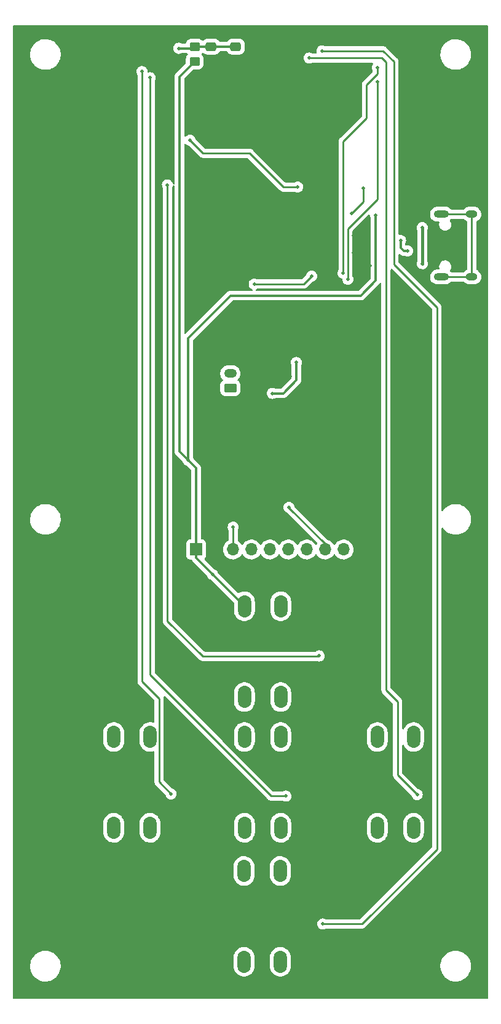
<source format=gbr>
%TF.GenerationSoftware,KiCad,Pcbnew,(6.0.0)*%
%TF.CreationDate,2024-11-08T15:45:11-05:00*%
%TF.ProjectId,sensor-hub,73656e73-6f72-42d6-9875-622e6b696361,rev?*%
%TF.SameCoordinates,Original*%
%TF.FileFunction,Copper,L2,Bot*%
%TF.FilePolarity,Positive*%
%FSLAX46Y46*%
G04 Gerber Fmt 4.6, Leading zero omitted, Abs format (unit mm)*
G04 Created by KiCad (PCBNEW (6.0.0)) date 2024-11-08 15:45:11*
%MOMM*%
%LPD*%
G01*
G04 APERTURE LIST*
G04 Aperture macros list*
%AMRoundRect*
0 Rectangle with rounded corners*
0 $1 Rounding radius*
0 $2 $3 $4 $5 $6 $7 $8 $9 X,Y pos of 4 corners*
0 Add a 4 corners polygon primitive as box body*
4,1,4,$2,$3,$4,$5,$6,$7,$8,$9,$2,$3,0*
0 Add four circle primitives for the rounded corners*
1,1,$1+$1,$2,$3*
1,1,$1+$1,$4,$5*
1,1,$1+$1,$6,$7*
1,1,$1+$1,$8,$9*
0 Add four rect primitives between the rounded corners*
20,1,$1+$1,$2,$3,$4,$5,0*
20,1,$1+$1,$4,$5,$6,$7,0*
20,1,$1+$1,$6,$7,$8,$9,0*
20,1,$1+$1,$8,$9,$2,$3,0*%
G04 Aperture macros list end*
%TA.AperFunction,ComponentPad*%
%ADD10O,1.600000X1.000000*%
%TD*%
%TA.AperFunction,ComponentPad*%
%ADD11O,2.100000X1.000000*%
%TD*%
%TA.AperFunction,ComponentPad*%
%ADD12RoundRect,0.250000X0.625000X-0.350000X0.625000X0.350000X-0.625000X0.350000X-0.625000X-0.350000X0*%
%TD*%
%TA.AperFunction,ComponentPad*%
%ADD13O,1.750000X1.200000*%
%TD*%
%TA.AperFunction,SMDPad,CuDef*%
%ADD14RoundRect,0.250000X-0.450000X0.350000X-0.450000X-0.350000X0.450000X-0.350000X0.450000X0.350000X0*%
%TD*%
%TA.AperFunction,ComponentPad*%
%ADD15O,1.850000X3.048000*%
%TD*%
%TA.AperFunction,ComponentPad*%
%ADD16R,1.700000X1.700000*%
%TD*%
%TA.AperFunction,ComponentPad*%
%ADD17O,1.700000X1.700000*%
%TD*%
%TA.AperFunction,SMDPad,CuDef*%
%ADD18RoundRect,0.250000X0.475000X-0.337500X0.475000X0.337500X-0.475000X0.337500X-0.475000X-0.337500X0*%
%TD*%
%TA.AperFunction,ViaPad*%
%ADD19C,0.500000*%
%TD*%
%TA.AperFunction,Conductor*%
%ADD20C,0.250000*%
%TD*%
%TA.AperFunction,Conductor*%
%ADD21C,0.300000*%
%TD*%
%TA.AperFunction,Conductor*%
%ADD22C,0.400000*%
%TD*%
G04 APERTURE END LIST*
D10*
%TO.P,J1,S1,SHIELD*%
%TO.N,unconnected-(J1-PadS1)*%
X141210000Y-60620000D03*
X141210000Y-51980000D03*
D11*
X137030000Y-60620000D03*
X137030000Y-51980000D03*
%TD*%
D12*
%TO.P,J2,1,Pin_1*%
%TO.N,Net-(J2-Pad1)*%
X107950000Y-75900000D03*
D13*
%TO.P,J2,2,Pin_2*%
%TO.N,Net-(J2-Pad2)*%
X107950000Y-73900000D03*
%TO.P,J2,3,Pin_3*%
%TO.N,GND*%
X107950000Y-71900000D03*
%TD*%
D14*
%TO.P,R14,1*%
%TO.N,3.3V_EN*%
X103050000Y-28950000D03*
%TO.P,R14,2*%
%TO.N,+3V3*%
X103050000Y-30950000D03*
%TD*%
D15*
%TO.P,SW3,1,1*%
%TO.N,+3V3*%
X109850000Y-154900000D03*
X109850000Y-142400000D03*
%TO.P,SW3,2,2*%
%TO.N,Net-(R15-Pad2)*%
X114850000Y-142400000D03*
X114850000Y-154900000D03*
%TD*%
%TO.P,SW4,1,1*%
%TO.N,+3V3*%
X128200000Y-123960000D03*
X128200000Y-136460000D03*
%TO.P,SW4,2,2*%
%TO.N,Net-(R16-Pad2)*%
X133200000Y-136460000D03*
X133200000Y-123960000D03*
%TD*%
%TO.P,SW7,1,1*%
%TO.N,+3V3*%
X109900000Y-136460000D03*
X109900000Y-123960000D03*
%TO.P,SW7,2,2*%
%TO.N,Net-(R19-Pad2)*%
X114900000Y-123960000D03*
X114900000Y-136460000D03*
%TD*%
D16*
%TO.P,J3,1,Pin_1*%
%TO.N,+3V3*%
X103250000Y-98150000D03*
D17*
%TO.P,J3,2,Pin_2*%
%TO.N,GND*%
X105790000Y-98150000D03*
%TO.P,J3,3,Pin_3*%
%TO.N,DISP.CS*%
X108330000Y-98150000D03*
%TO.P,J3,4,Pin_4*%
%TO.N,DISP.RESET*%
X110870000Y-98150000D03*
%TO.P,J3,5,Pin_5*%
%TO.N,DISP.DC*%
X113410000Y-98150000D03*
%TO.P,J3,6,Pin_6*%
%TO.N,DISP.SDI*%
X115950000Y-98150000D03*
%TO.P,J3,7,Pin_7*%
%TO.N,DISP.SCK*%
X118490000Y-98150000D03*
%TO.P,J3,8,Pin_8*%
%TO.N,DISP.LED*%
X121030000Y-98150000D03*
%TO.P,J3,9,Pin_9*%
%TO.N,DISP.SDO*%
X123570000Y-98150000D03*
%TD*%
D15*
%TO.P,SW5,1,1*%
%TO.N,+3V3*%
X109900000Y-118460000D03*
X109900000Y-105960000D03*
%TO.P,SW5,2,2*%
%TO.N,Net-(R17-Pad2)*%
X114900000Y-118460000D03*
X114900000Y-105960000D03*
%TD*%
%TO.P,SW6,2,2*%
%TO.N,Net-(R18-Pad2)*%
X96900000Y-123960000D03*
X96900000Y-136460000D03*
%TO.P,SW6,1,1*%
%TO.N,+3V3*%
X91900000Y-136460000D03*
X91900000Y-123960000D03*
%TD*%
D18*
%TO.P,C12,1*%
%TO.N,GND*%
X108700000Y-30987500D03*
%TO.P,C12,2*%
%TO.N,3.3V_EN*%
X108700000Y-28912500D03*
%TD*%
%TO.P,C11,1*%
%TO.N,GND*%
X105300000Y-30987500D03*
%TO.P,C11,2*%
%TO.N,3.3V_EN*%
X105300000Y-28912500D03*
%TD*%
D19*
%TO.N,GND*%
X110400000Y-80100000D03*
X109100000Y-66100000D03*
X100800000Y-27700000D03*
X114100000Y-72800000D03*
X122400000Y-57300000D03*
X125700000Y-37300000D03*
X106200000Y-37000000D03*
X132300000Y-58700000D03*
X104700000Y-34200000D03*
X106100000Y-35600000D03*
X124900000Y-54900000D03*
X89700000Y-36000000D03*
X105100000Y-127000000D03*
X109100000Y-68800000D03*
X119000000Y-68800000D03*
X135900000Y-63100000D03*
X107600000Y-35600000D03*
X134900000Y-52500000D03*
X134900000Y-60300000D03*
X122500000Y-144500000D03*
X91500000Y-51000000D03*
X138500000Y-133200000D03*
X123500000Y-106000000D03*
X104900000Y-133100000D03*
X105300000Y-32400000D03*
X115000000Y-65200000D03*
X114900000Y-72000000D03*
X111900000Y-73400000D03*
X89300000Y-28400000D03*
X124400000Y-74000000D03*
X116200000Y-74300000D03*
X121700000Y-72600000D03*
X107600000Y-37000000D03*
X103700000Y-83700000D03*
X138600000Y-126600000D03*
X123900000Y-69100000D03*
X136100000Y-49700000D03*
X107600000Y-34200000D03*
X130400000Y-66000000D03*
X105100000Y-71800000D03*
X119000000Y-37300000D03*
X122400000Y-54900000D03*
X116100000Y-88900000D03*
X107800000Y-101500000D03*
X119900000Y-48300000D03*
X119500000Y-46200000D03*
X121200000Y-84200000D03*
X122500000Y-152500000D03*
X114100000Y-72000000D03*
X133300000Y-50100000D03*
X114700000Y-27800000D03*
X132500000Y-54100000D03*
X124900000Y-57300000D03*
X104700000Y-35600000D03*
X114500000Y-75500000D03*
X106100000Y-34200000D03*
X108700000Y-32500000D03*
X127200000Y-59100000D03*
X114900000Y-72800000D03*
X119500000Y-43900000D03*
X94200000Y-51000000D03*
X94700000Y-26700000D03*
X120700000Y-133400000D03*
X104700000Y-37000000D03*
X123700000Y-114600000D03*
X131600000Y-41500000D03*
X127300000Y-63700000D03*
X120800000Y-126500000D03*
X131800000Y-53200000D03*
%TO.N,5V_MASTER*%
X117050000Y-72400000D03*
X113750000Y-76650000D03*
%TO.N,VBUS*%
X134400000Y-53850000D03*
X134400000Y-58800000D03*
%TO.N,+3V3*%
X102150000Y-85850000D03*
X105495000Y-101555000D03*
X127950000Y-52150000D03*
%TO.N,ENABLE*%
X102400000Y-41800000D03*
X117250000Y-48250000D03*
%TO.N,3.3V_EN*%
X100850000Y-29150000D03*
%TO.N,SWITCH0*%
X120600000Y-29500000D03*
X120700000Y-149700000D03*
%TO.N,SWITCH1*%
X118800000Y-30500000D03*
X133700000Y-131900000D03*
%TO.N,SWITCH2*%
X99300000Y-47950000D03*
X120200000Y-112800000D03*
%TO.N,SWITCH3*%
X95800000Y-32350000D03*
X99800000Y-131800000D03*
%TO.N,SWITCH4*%
X96900000Y-33200000D03*
X115600000Y-132100000D03*
%TO.N,USB_D-*%
X132400000Y-57050000D03*
X131400000Y-55600000D03*
%TO.N,DISP.CS*%
X108350000Y-95050000D03*
%TO.N,DISP.LED*%
X116050000Y-92350000D03*
%TO.N,RTS*%
X119150000Y-60500000D03*
X111250000Y-61600000D03*
%TO.N,Net-(R27-Pad2)*%
X126250000Y-48450000D03*
X124650000Y-51900000D03*
%TO.N,Net-(R29-Pad2)*%
X123500000Y-60100000D03*
X128200000Y-31800000D03*
%TO.N,Net-(R30-Pad2)*%
X124150000Y-60950000D03*
X128200000Y-33800000D03*
%TD*%
D20*
%TO.N,SWITCH1*%
X129400000Y-117500000D02*
X131000000Y-119100000D01*
X129400000Y-31087518D02*
X129400000Y-117500000D01*
X131000000Y-119100000D02*
X131000000Y-129200000D01*
X131000000Y-129200000D02*
X133700000Y-131900000D01*
X128812482Y-30500000D02*
X129400000Y-31087518D01*
X118800000Y-30500000D02*
X128812482Y-30500000D01*
%TO.N,SWITCH0*%
X136400000Y-139400000D02*
X126100000Y-149700000D01*
X126100000Y-149700000D02*
X120700000Y-149700000D01*
X130500000Y-58900000D02*
X136400000Y-64800000D01*
X136400000Y-64800000D02*
X136400000Y-139400000D01*
X130500000Y-31000000D02*
X130500000Y-58900000D01*
X129000000Y-29500000D02*
X130500000Y-31000000D01*
X120600000Y-29500000D02*
X129000000Y-29500000D01*
%TO.N,SWITCH3*%
X98149520Y-118649520D02*
X95800000Y-116300000D01*
X98149520Y-130149520D02*
X98149520Y-118649520D01*
X95800000Y-116300000D02*
X95800000Y-32350000D01*
X99800000Y-131800000D02*
X98149520Y-130149520D01*
%TO.N,GND*%
X105790000Y-99490000D02*
X107800000Y-101500000D01*
X108700000Y-32500000D02*
X108700000Y-30987500D01*
X105790000Y-98150000D02*
X105790000Y-99490000D01*
X105300000Y-32400000D02*
X105300000Y-30987500D01*
D21*
%TO.N,5V_MASTER*%
X117050000Y-74850000D02*
X115250000Y-76650000D01*
X117050000Y-72400000D02*
X117050000Y-74850000D01*
X115250000Y-76650000D02*
X113750000Y-76650000D01*
D22*
%TO.N,VBUS*%
X134400000Y-53850000D02*
X134400000Y-58800000D01*
D21*
%TO.N,+3V3*%
X127950000Y-61150000D02*
X125900000Y-63200000D01*
X102150000Y-85850000D02*
X103250000Y-86950000D01*
X103050000Y-30950000D02*
X100950000Y-33050000D01*
X108000000Y-63200000D02*
X102150000Y-69050000D01*
X103250000Y-99310000D02*
X105495000Y-101555000D01*
X100950000Y-84650000D02*
X102150000Y-85850000D01*
X100950000Y-33050000D02*
X100950000Y-84650000D01*
X103250000Y-86950000D02*
X103250000Y-98150000D01*
X105495000Y-101555000D02*
X109900000Y-105960000D01*
X102150000Y-69050000D02*
X102150000Y-85850000D01*
X125900000Y-63200000D02*
X108000000Y-63200000D01*
X127950000Y-52150000D02*
X127950000Y-61150000D01*
X103250000Y-98150000D02*
X103250000Y-99310000D01*
D20*
%TO.N,ENABLE*%
X115250000Y-48250000D02*
X117250000Y-48250000D01*
X110600000Y-43600000D02*
X115250000Y-48250000D01*
X102400000Y-41800000D02*
X104200000Y-43600000D01*
X104200000Y-43600000D02*
X110600000Y-43600000D01*
D21*
%TO.N,3.3V_EN*%
X102850000Y-29150000D02*
X103050000Y-28950000D01*
X105262500Y-28950000D02*
X105300000Y-28912500D01*
X105300000Y-28912500D02*
X108700000Y-28912500D01*
X103050000Y-28950000D02*
X105262500Y-28950000D01*
X100850000Y-29150000D02*
X102850000Y-29150000D01*
D20*
%TO.N,SWITCH2*%
X120150000Y-112850000D02*
X120200000Y-112800000D01*
X104150000Y-112850000D02*
X120150000Y-112850000D01*
X99300000Y-108000000D02*
X104150000Y-112850000D01*
X99300000Y-47950000D02*
X99300000Y-108000000D01*
%TO.N,SWITCH4*%
X115600000Y-132100000D02*
X113600000Y-132100000D01*
X96900000Y-115400000D02*
X96900000Y-33200000D01*
X113600000Y-132100000D02*
X96900000Y-115400000D01*
D21*
%TO.N,USB_D-*%
X131850000Y-57050000D02*
X132400000Y-57050000D01*
X131400000Y-55600000D02*
X131400000Y-56600000D01*
X131400000Y-56600000D02*
X131850000Y-57050000D01*
D20*
%TO.N,unconnected-(J1-PadS1)*%
X141210000Y-51980000D02*
X141210000Y-60620000D01*
X141210000Y-60620000D02*
X137030000Y-60620000D01*
X137030000Y-51980000D02*
X141210000Y-51980000D01*
%TO.N,DISP.CS*%
X108350000Y-95050000D02*
X108330000Y-95070000D01*
X108330000Y-95070000D02*
X108330000Y-98150000D01*
%TO.N,DISP.LED*%
X121030000Y-97380000D02*
X121030000Y-98150000D01*
X116050000Y-92400000D02*
X121030000Y-97380000D01*
X116050000Y-92350000D02*
X116050000Y-92400000D01*
%TO.N,RTS*%
X119150000Y-60500000D02*
X118050000Y-61600000D01*
X118050000Y-61600000D02*
X111250000Y-61600000D01*
%TO.N,Net-(R27-Pad2)*%
X126250000Y-50300000D02*
X126250000Y-48450000D01*
X124650000Y-51900000D02*
X126250000Y-50300000D01*
%TO.N,Net-(R29-Pad2)*%
X123500000Y-42000000D02*
X123500000Y-60100000D01*
X128200000Y-32700000D02*
X126700000Y-34200000D01*
X126700000Y-34200000D02*
X126700000Y-38800000D01*
X128200000Y-31800000D02*
X128200000Y-32700000D01*
X126700000Y-38800000D02*
X123500000Y-42000000D01*
%TO.N,Net-(R30-Pad2)*%
X128200000Y-49950000D02*
X124150000Y-54000000D01*
X128200000Y-33800000D02*
X128200000Y-49950000D01*
X124150000Y-54000000D02*
X124150000Y-60950000D01*
%TD*%
%TA.AperFunction,Conductor*%
%TO.N,GND*%
G36*
X143434121Y-26028002D02*
G01*
X143480614Y-26081658D01*
X143492000Y-26134000D01*
X143492000Y-159866000D01*
X143471998Y-159934121D01*
X143418342Y-159980614D01*
X143366000Y-159992000D01*
X78134000Y-159992000D01*
X78065879Y-159971998D01*
X78019386Y-159918342D01*
X78008000Y-159866000D01*
X78008000Y-155632703D01*
X80390743Y-155632703D01*
X80428268Y-155917734D01*
X80429401Y-155921874D01*
X80429401Y-155921876D01*
X80441826Y-155967293D01*
X80504129Y-156195036D01*
X80505813Y-156198984D01*
X80591535Y-156399954D01*
X80616923Y-156459476D01*
X80673609Y-156554192D01*
X80760624Y-156699582D01*
X80764561Y-156706161D01*
X80944313Y-156930528D01*
X81152851Y-157128423D01*
X81386317Y-157296186D01*
X81390112Y-157298195D01*
X81390113Y-157298196D01*
X81411869Y-157309715D01*
X81640392Y-157430712D01*
X81910373Y-157529511D01*
X82191264Y-157590755D01*
X82219841Y-157593004D01*
X82414282Y-157608307D01*
X82414291Y-157608307D01*
X82416739Y-157608500D01*
X82572271Y-157608500D01*
X82574407Y-157608354D01*
X82574418Y-157608354D01*
X82782548Y-157594165D01*
X82782554Y-157594164D01*
X82786825Y-157593873D01*
X82791020Y-157593004D01*
X82791022Y-157593004D01*
X82927584Y-157564723D01*
X83068342Y-157535574D01*
X83339343Y-157439607D01*
X83594812Y-157307750D01*
X83598313Y-157305289D01*
X83598317Y-157305287D01*
X83712417Y-157225096D01*
X83830023Y-157142441D01*
X84040622Y-156946740D01*
X84222713Y-156724268D01*
X84372927Y-156479142D01*
X84488483Y-156215898D01*
X84567244Y-155939406D01*
X84607751Y-155654784D01*
X84607845Y-155636951D01*
X84608255Y-155558757D01*
X108416500Y-155558757D01*
X108416712Y-155561330D01*
X108416712Y-155561341D01*
X108430478Y-155728779D01*
X108430479Y-155728785D01*
X108430902Y-155733930D01*
X108488327Y-155962551D01*
X108582322Y-156178723D01*
X108710360Y-156376641D01*
X108713839Y-156380464D01*
X108713841Y-156380467D01*
X108865527Y-156547167D01*
X108869005Y-156550989D01*
X108873056Y-156554188D01*
X108873060Y-156554192D01*
X109049939Y-156693883D01*
X109049943Y-156693885D01*
X109053994Y-156697085D01*
X109260361Y-156811005D01*
X109265230Y-156812729D01*
X109265234Y-156812731D01*
X109477689Y-156887965D01*
X109477693Y-156887966D01*
X109482564Y-156889691D01*
X109487657Y-156890598D01*
X109487660Y-156890599D01*
X109709544Y-156930123D01*
X109709550Y-156930124D01*
X109714633Y-156931029D01*
X109805477Y-156932139D01*
X109945170Y-156933846D01*
X109945172Y-156933846D01*
X109950339Y-156933909D01*
X110183349Y-156898253D01*
X110407407Y-156825020D01*
X110616496Y-156716175D01*
X110620629Y-156713072D01*
X110620632Y-156713070D01*
X110800865Y-156577747D01*
X110800868Y-156577745D01*
X110805000Y-156574642D01*
X110967857Y-156404223D01*
X111100693Y-156209492D01*
X111105571Y-156198984D01*
X111197764Y-156000372D01*
X111197766Y-156000367D01*
X111199941Y-155995681D01*
X111262935Y-155768532D01*
X111275091Y-155654784D01*
X111283144Y-155579437D01*
X111283144Y-155579429D01*
X111283500Y-155576102D01*
X111283500Y-155558757D01*
X113416500Y-155558757D01*
X113416712Y-155561330D01*
X113416712Y-155561341D01*
X113430478Y-155728779D01*
X113430479Y-155728785D01*
X113430902Y-155733930D01*
X113488327Y-155962551D01*
X113582322Y-156178723D01*
X113710360Y-156376641D01*
X113713839Y-156380464D01*
X113713841Y-156380467D01*
X113865527Y-156547167D01*
X113869005Y-156550989D01*
X113873056Y-156554188D01*
X113873060Y-156554192D01*
X114049939Y-156693883D01*
X114049943Y-156693885D01*
X114053994Y-156697085D01*
X114260361Y-156811005D01*
X114265230Y-156812729D01*
X114265234Y-156812731D01*
X114477689Y-156887965D01*
X114477693Y-156887966D01*
X114482564Y-156889691D01*
X114487657Y-156890598D01*
X114487660Y-156890599D01*
X114709544Y-156930123D01*
X114709550Y-156930124D01*
X114714633Y-156931029D01*
X114805477Y-156932139D01*
X114945170Y-156933846D01*
X114945172Y-156933846D01*
X114950339Y-156933909D01*
X115183349Y-156898253D01*
X115407407Y-156825020D01*
X115616496Y-156716175D01*
X115620629Y-156713072D01*
X115620632Y-156713070D01*
X115800865Y-156577747D01*
X115800868Y-156577745D01*
X115805000Y-156574642D01*
X115967857Y-156404223D01*
X116100693Y-156209492D01*
X116105571Y-156198984D01*
X116197764Y-156000372D01*
X116197766Y-156000367D01*
X116199941Y-155995681D01*
X116262935Y-155768532D01*
X116275091Y-155654784D01*
X116277451Y-155632703D01*
X136890743Y-155632703D01*
X136928268Y-155917734D01*
X136929401Y-155921874D01*
X136929401Y-155921876D01*
X136941826Y-155967293D01*
X137004129Y-156195036D01*
X137005813Y-156198984D01*
X137091535Y-156399954D01*
X137116923Y-156459476D01*
X137173609Y-156554192D01*
X137260624Y-156699582D01*
X137264561Y-156706161D01*
X137444313Y-156930528D01*
X137652851Y-157128423D01*
X137886317Y-157296186D01*
X137890112Y-157298195D01*
X137890113Y-157298196D01*
X137911869Y-157309715D01*
X138140392Y-157430712D01*
X138410373Y-157529511D01*
X138691264Y-157590755D01*
X138719841Y-157593004D01*
X138914282Y-157608307D01*
X138914291Y-157608307D01*
X138916739Y-157608500D01*
X139072271Y-157608500D01*
X139074407Y-157608354D01*
X139074418Y-157608354D01*
X139282548Y-157594165D01*
X139282554Y-157594164D01*
X139286825Y-157593873D01*
X139291020Y-157593004D01*
X139291022Y-157593004D01*
X139427584Y-157564723D01*
X139568342Y-157535574D01*
X139839343Y-157439607D01*
X140094812Y-157307750D01*
X140098313Y-157305289D01*
X140098317Y-157305287D01*
X140212417Y-157225096D01*
X140330023Y-157142441D01*
X140540622Y-156946740D01*
X140722713Y-156724268D01*
X140872927Y-156479142D01*
X140988483Y-156215898D01*
X141067244Y-155939406D01*
X141107751Y-155654784D01*
X141107845Y-155636951D01*
X141109235Y-155371583D01*
X141109235Y-155371576D01*
X141109257Y-155367297D01*
X141071732Y-155082266D01*
X140995871Y-154804964D01*
X140883077Y-154540524D01*
X140735439Y-154293839D01*
X140555687Y-154069472D01*
X140347149Y-153871577D01*
X140113683Y-153703814D01*
X140091843Y-153692250D01*
X139966769Y-153626027D01*
X139859608Y-153569288D01*
X139589627Y-153470489D01*
X139308736Y-153409245D01*
X139277685Y-153406801D01*
X139085718Y-153391693D01*
X139085709Y-153391693D01*
X139083261Y-153391500D01*
X138927729Y-153391500D01*
X138925593Y-153391646D01*
X138925582Y-153391646D01*
X138717452Y-153405835D01*
X138717446Y-153405836D01*
X138713175Y-153406127D01*
X138708980Y-153406996D01*
X138708978Y-153406996D01*
X138572417Y-153435276D01*
X138431658Y-153464426D01*
X138160657Y-153560393D01*
X137905188Y-153692250D01*
X137901687Y-153694711D01*
X137901683Y-153694713D01*
X137891594Y-153701804D01*
X137669977Y-153857559D01*
X137459378Y-154053260D01*
X137277287Y-154275732D01*
X137127073Y-154520858D01*
X137011517Y-154784102D01*
X136932756Y-155060594D01*
X136892249Y-155345216D01*
X136892227Y-155349505D01*
X136892226Y-155349512D01*
X136891022Y-155579437D01*
X136890743Y-155632703D01*
X116277451Y-155632703D01*
X116283144Y-155579437D01*
X116283144Y-155579429D01*
X116283500Y-155576102D01*
X116283500Y-154241243D01*
X116281800Y-154220563D01*
X116269522Y-154071221D01*
X116269521Y-154071215D01*
X116269098Y-154066070D01*
X116211673Y-153837449D01*
X116117678Y-153621277D01*
X115989640Y-153423359D01*
X115976798Y-153409245D01*
X115834473Y-153252833D01*
X115834471Y-153252832D01*
X115830995Y-153249011D01*
X115826944Y-153245812D01*
X115826940Y-153245808D01*
X115650061Y-153106117D01*
X115650057Y-153106115D01*
X115646006Y-153102915D01*
X115439639Y-152988995D01*
X115434770Y-152987271D01*
X115434766Y-152987269D01*
X115222311Y-152912035D01*
X115222307Y-152912034D01*
X115217436Y-152910309D01*
X115212343Y-152909402D01*
X115212340Y-152909401D01*
X114990456Y-152869877D01*
X114990450Y-152869876D01*
X114985367Y-152868971D01*
X114894523Y-152867861D01*
X114754830Y-152866154D01*
X114754828Y-152866154D01*
X114749661Y-152866091D01*
X114516651Y-152901747D01*
X114292593Y-152974980D01*
X114083504Y-153083825D01*
X114079371Y-153086928D01*
X114079368Y-153086930D01*
X113899135Y-153222253D01*
X113895000Y-153225358D01*
X113732143Y-153395777D01*
X113599307Y-153590508D01*
X113597133Y-153595192D01*
X113597131Y-153595195D01*
X113550937Y-153694713D01*
X113500059Y-153804319D01*
X113437065Y-154031468D01*
X113436516Y-154036605D01*
X113433004Y-154069472D01*
X113416500Y-154223898D01*
X113416500Y-155558757D01*
X111283500Y-155558757D01*
X111283500Y-154241243D01*
X111281800Y-154220563D01*
X111269522Y-154071221D01*
X111269521Y-154071215D01*
X111269098Y-154066070D01*
X111211673Y-153837449D01*
X111117678Y-153621277D01*
X110989640Y-153423359D01*
X110976798Y-153409245D01*
X110834473Y-153252833D01*
X110834471Y-153252832D01*
X110830995Y-153249011D01*
X110826944Y-153245812D01*
X110826940Y-153245808D01*
X110650061Y-153106117D01*
X110650057Y-153106115D01*
X110646006Y-153102915D01*
X110439639Y-152988995D01*
X110434770Y-152987271D01*
X110434766Y-152987269D01*
X110222311Y-152912035D01*
X110222307Y-152912034D01*
X110217436Y-152910309D01*
X110212343Y-152909402D01*
X110212340Y-152909401D01*
X109990456Y-152869877D01*
X109990450Y-152869876D01*
X109985367Y-152868971D01*
X109894523Y-152867861D01*
X109754830Y-152866154D01*
X109754828Y-152866154D01*
X109749661Y-152866091D01*
X109516651Y-152901747D01*
X109292593Y-152974980D01*
X109083504Y-153083825D01*
X109079371Y-153086928D01*
X109079368Y-153086930D01*
X108899135Y-153222253D01*
X108895000Y-153225358D01*
X108732143Y-153395777D01*
X108599307Y-153590508D01*
X108597133Y-153595192D01*
X108597131Y-153595195D01*
X108550937Y-153694713D01*
X108500059Y-153804319D01*
X108437065Y-154031468D01*
X108436516Y-154036605D01*
X108433004Y-154069472D01*
X108416500Y-154223898D01*
X108416500Y-155558757D01*
X84608255Y-155558757D01*
X84609235Y-155371583D01*
X84609235Y-155371576D01*
X84609257Y-155367297D01*
X84571732Y-155082266D01*
X84495871Y-154804964D01*
X84383077Y-154540524D01*
X84235439Y-154293839D01*
X84055687Y-154069472D01*
X83847149Y-153871577D01*
X83613683Y-153703814D01*
X83591843Y-153692250D01*
X83466769Y-153626027D01*
X83359608Y-153569288D01*
X83089627Y-153470489D01*
X82808736Y-153409245D01*
X82777685Y-153406801D01*
X82585718Y-153391693D01*
X82585709Y-153391693D01*
X82583261Y-153391500D01*
X82427729Y-153391500D01*
X82425593Y-153391646D01*
X82425582Y-153391646D01*
X82217452Y-153405835D01*
X82217446Y-153405836D01*
X82213175Y-153406127D01*
X82208980Y-153406996D01*
X82208978Y-153406996D01*
X82072417Y-153435276D01*
X81931658Y-153464426D01*
X81660657Y-153560393D01*
X81405188Y-153692250D01*
X81401687Y-153694711D01*
X81401683Y-153694713D01*
X81391594Y-153701804D01*
X81169977Y-153857559D01*
X80959378Y-154053260D01*
X80777287Y-154275732D01*
X80627073Y-154520858D01*
X80511517Y-154784102D01*
X80432756Y-155060594D01*
X80392249Y-155345216D01*
X80392227Y-155349505D01*
X80392226Y-155349512D01*
X80391022Y-155579437D01*
X80390743Y-155632703D01*
X78008000Y-155632703D01*
X78008000Y-143058757D01*
X108416500Y-143058757D01*
X108416712Y-143061330D01*
X108416712Y-143061341D01*
X108430478Y-143228779D01*
X108430479Y-143228785D01*
X108430902Y-143233930D01*
X108488327Y-143462551D01*
X108582322Y-143678723D01*
X108710360Y-143876641D01*
X108713839Y-143880464D01*
X108713841Y-143880467D01*
X108738858Y-143907960D01*
X108869005Y-144050989D01*
X108873056Y-144054188D01*
X108873060Y-144054192D01*
X109049939Y-144193883D01*
X109049943Y-144193885D01*
X109053994Y-144197085D01*
X109260361Y-144311005D01*
X109265230Y-144312729D01*
X109265234Y-144312731D01*
X109477689Y-144387965D01*
X109477693Y-144387966D01*
X109482564Y-144389691D01*
X109487657Y-144390598D01*
X109487660Y-144390599D01*
X109709544Y-144430123D01*
X109709550Y-144430124D01*
X109714633Y-144431029D01*
X109805477Y-144432139D01*
X109945170Y-144433846D01*
X109945172Y-144433846D01*
X109950339Y-144433909D01*
X110183349Y-144398253D01*
X110407407Y-144325020D01*
X110616496Y-144216175D01*
X110620629Y-144213072D01*
X110620632Y-144213070D01*
X110800865Y-144077747D01*
X110800868Y-144077745D01*
X110805000Y-144074642D01*
X110967857Y-143904223D01*
X111100693Y-143709492D01*
X111102869Y-143704805D01*
X111197764Y-143500372D01*
X111197766Y-143500367D01*
X111199941Y-143495681D01*
X111262935Y-143268532D01*
X111283500Y-143076102D01*
X111283500Y-143058757D01*
X113416500Y-143058757D01*
X113416712Y-143061330D01*
X113416712Y-143061341D01*
X113430478Y-143228779D01*
X113430479Y-143228785D01*
X113430902Y-143233930D01*
X113488327Y-143462551D01*
X113582322Y-143678723D01*
X113710360Y-143876641D01*
X113713839Y-143880464D01*
X113713841Y-143880467D01*
X113738858Y-143907960D01*
X113869005Y-144050989D01*
X113873056Y-144054188D01*
X113873060Y-144054192D01*
X114049939Y-144193883D01*
X114049943Y-144193885D01*
X114053994Y-144197085D01*
X114260361Y-144311005D01*
X114265230Y-144312729D01*
X114265234Y-144312731D01*
X114477689Y-144387965D01*
X114477693Y-144387966D01*
X114482564Y-144389691D01*
X114487657Y-144390598D01*
X114487660Y-144390599D01*
X114709544Y-144430123D01*
X114709550Y-144430124D01*
X114714633Y-144431029D01*
X114805477Y-144432139D01*
X114945170Y-144433846D01*
X114945172Y-144433846D01*
X114950339Y-144433909D01*
X115183349Y-144398253D01*
X115407407Y-144325020D01*
X115616496Y-144216175D01*
X115620629Y-144213072D01*
X115620632Y-144213070D01*
X115800865Y-144077747D01*
X115800868Y-144077745D01*
X115805000Y-144074642D01*
X115967857Y-143904223D01*
X116100693Y-143709492D01*
X116102869Y-143704805D01*
X116197764Y-143500372D01*
X116197766Y-143500367D01*
X116199941Y-143495681D01*
X116262935Y-143268532D01*
X116283500Y-143076102D01*
X116283500Y-141741243D01*
X116281800Y-141720563D01*
X116269522Y-141571221D01*
X116269521Y-141571215D01*
X116269098Y-141566070D01*
X116211673Y-141337449D01*
X116117678Y-141121277D01*
X115989640Y-140923359D01*
X115964543Y-140895777D01*
X115834473Y-140752833D01*
X115834471Y-140752832D01*
X115830995Y-140749011D01*
X115826944Y-140745812D01*
X115826940Y-140745808D01*
X115650061Y-140606117D01*
X115650057Y-140606115D01*
X115646006Y-140602915D01*
X115439639Y-140488995D01*
X115434770Y-140487271D01*
X115434766Y-140487269D01*
X115222311Y-140412035D01*
X115222307Y-140412034D01*
X115217436Y-140410309D01*
X115212343Y-140409402D01*
X115212340Y-140409401D01*
X114990456Y-140369877D01*
X114990450Y-140369876D01*
X114985367Y-140368971D01*
X114894523Y-140367861D01*
X114754830Y-140366154D01*
X114754828Y-140366154D01*
X114749661Y-140366091D01*
X114516651Y-140401747D01*
X114292593Y-140474980D01*
X114083504Y-140583825D01*
X114079371Y-140586928D01*
X114079368Y-140586930D01*
X113899135Y-140722253D01*
X113895000Y-140725358D01*
X113732143Y-140895777D01*
X113599307Y-141090508D01*
X113597133Y-141095192D01*
X113597131Y-141095195D01*
X113582820Y-141126027D01*
X113500059Y-141304319D01*
X113437065Y-141531468D01*
X113416500Y-141723898D01*
X113416500Y-143058757D01*
X111283500Y-143058757D01*
X111283500Y-141741243D01*
X111281800Y-141720563D01*
X111269522Y-141571221D01*
X111269521Y-141571215D01*
X111269098Y-141566070D01*
X111211673Y-141337449D01*
X111117678Y-141121277D01*
X110989640Y-140923359D01*
X110964543Y-140895777D01*
X110834473Y-140752833D01*
X110834471Y-140752832D01*
X110830995Y-140749011D01*
X110826944Y-140745812D01*
X110826940Y-140745808D01*
X110650061Y-140606117D01*
X110650057Y-140606115D01*
X110646006Y-140602915D01*
X110439639Y-140488995D01*
X110434770Y-140487271D01*
X110434766Y-140487269D01*
X110222311Y-140412035D01*
X110222307Y-140412034D01*
X110217436Y-140410309D01*
X110212343Y-140409402D01*
X110212340Y-140409401D01*
X109990456Y-140369877D01*
X109990450Y-140369876D01*
X109985367Y-140368971D01*
X109894523Y-140367861D01*
X109754830Y-140366154D01*
X109754828Y-140366154D01*
X109749661Y-140366091D01*
X109516651Y-140401747D01*
X109292593Y-140474980D01*
X109083504Y-140583825D01*
X109079371Y-140586928D01*
X109079368Y-140586930D01*
X108899135Y-140722253D01*
X108895000Y-140725358D01*
X108732143Y-140895777D01*
X108599307Y-141090508D01*
X108597133Y-141095192D01*
X108597131Y-141095195D01*
X108582820Y-141126027D01*
X108500059Y-141304319D01*
X108437065Y-141531468D01*
X108416500Y-141723898D01*
X108416500Y-143058757D01*
X78008000Y-143058757D01*
X78008000Y-137118757D01*
X90466500Y-137118757D01*
X90466712Y-137121330D01*
X90466712Y-137121341D01*
X90480478Y-137288779D01*
X90480479Y-137288785D01*
X90480902Y-137293930D01*
X90538327Y-137522551D01*
X90632322Y-137738723D01*
X90760360Y-137936641D01*
X90763839Y-137940464D01*
X90763841Y-137940467D01*
X90788858Y-137967960D01*
X90919005Y-138110989D01*
X90923056Y-138114188D01*
X90923060Y-138114192D01*
X91099939Y-138253883D01*
X91099943Y-138253885D01*
X91103994Y-138257085D01*
X91310361Y-138371005D01*
X91315230Y-138372729D01*
X91315234Y-138372731D01*
X91527689Y-138447965D01*
X91527693Y-138447966D01*
X91532564Y-138449691D01*
X91537657Y-138450598D01*
X91537660Y-138450599D01*
X91759544Y-138490123D01*
X91759550Y-138490124D01*
X91764633Y-138491029D01*
X91855477Y-138492139D01*
X91995170Y-138493846D01*
X91995172Y-138493846D01*
X92000339Y-138493909D01*
X92233349Y-138458253D01*
X92457407Y-138385020D01*
X92666496Y-138276175D01*
X92670629Y-138273072D01*
X92670632Y-138273070D01*
X92850865Y-138137747D01*
X92850868Y-138137745D01*
X92855000Y-138134642D01*
X93017857Y-137964223D01*
X93150693Y-137769492D01*
X93152869Y-137764805D01*
X93247764Y-137560372D01*
X93247766Y-137560367D01*
X93249941Y-137555681D01*
X93312935Y-137328532D01*
X93333500Y-137136102D01*
X93333500Y-137118757D01*
X95466500Y-137118757D01*
X95466712Y-137121330D01*
X95466712Y-137121341D01*
X95480478Y-137288779D01*
X95480479Y-137288785D01*
X95480902Y-137293930D01*
X95538327Y-137522551D01*
X95632322Y-137738723D01*
X95760360Y-137936641D01*
X95763839Y-137940464D01*
X95763841Y-137940467D01*
X95788858Y-137967960D01*
X95919005Y-138110989D01*
X95923056Y-138114188D01*
X95923060Y-138114192D01*
X96099939Y-138253883D01*
X96099943Y-138253885D01*
X96103994Y-138257085D01*
X96310361Y-138371005D01*
X96315230Y-138372729D01*
X96315234Y-138372731D01*
X96527689Y-138447965D01*
X96527693Y-138447966D01*
X96532564Y-138449691D01*
X96537657Y-138450598D01*
X96537660Y-138450599D01*
X96759544Y-138490123D01*
X96759550Y-138490124D01*
X96764633Y-138491029D01*
X96855477Y-138492139D01*
X96995170Y-138493846D01*
X96995172Y-138493846D01*
X97000339Y-138493909D01*
X97233349Y-138458253D01*
X97457407Y-138385020D01*
X97666496Y-138276175D01*
X97670629Y-138273072D01*
X97670632Y-138273070D01*
X97850865Y-138137747D01*
X97850868Y-138137745D01*
X97855000Y-138134642D01*
X98017857Y-137964223D01*
X98150693Y-137769492D01*
X98152869Y-137764805D01*
X98247764Y-137560372D01*
X98247766Y-137560367D01*
X98249941Y-137555681D01*
X98312935Y-137328532D01*
X98333500Y-137136102D01*
X98333500Y-137118757D01*
X108466500Y-137118757D01*
X108466712Y-137121330D01*
X108466712Y-137121341D01*
X108480478Y-137288779D01*
X108480479Y-137288785D01*
X108480902Y-137293930D01*
X108538327Y-137522551D01*
X108632322Y-137738723D01*
X108760360Y-137936641D01*
X108763839Y-137940464D01*
X108763841Y-137940467D01*
X108788858Y-137967960D01*
X108919005Y-138110989D01*
X108923056Y-138114188D01*
X108923060Y-138114192D01*
X109099939Y-138253883D01*
X109099943Y-138253885D01*
X109103994Y-138257085D01*
X109310361Y-138371005D01*
X109315230Y-138372729D01*
X109315234Y-138372731D01*
X109527689Y-138447965D01*
X109527693Y-138447966D01*
X109532564Y-138449691D01*
X109537657Y-138450598D01*
X109537660Y-138450599D01*
X109759544Y-138490123D01*
X109759550Y-138490124D01*
X109764633Y-138491029D01*
X109855477Y-138492139D01*
X109995170Y-138493846D01*
X109995172Y-138493846D01*
X110000339Y-138493909D01*
X110233349Y-138458253D01*
X110457407Y-138385020D01*
X110666496Y-138276175D01*
X110670629Y-138273072D01*
X110670632Y-138273070D01*
X110850865Y-138137747D01*
X110850868Y-138137745D01*
X110855000Y-138134642D01*
X111017857Y-137964223D01*
X111150693Y-137769492D01*
X111152869Y-137764805D01*
X111247764Y-137560372D01*
X111247766Y-137560367D01*
X111249941Y-137555681D01*
X111312935Y-137328532D01*
X111333500Y-137136102D01*
X111333500Y-137118757D01*
X113466500Y-137118757D01*
X113466712Y-137121330D01*
X113466712Y-137121341D01*
X113480478Y-137288779D01*
X113480479Y-137288785D01*
X113480902Y-137293930D01*
X113538327Y-137522551D01*
X113632322Y-137738723D01*
X113760360Y-137936641D01*
X113763839Y-137940464D01*
X113763841Y-137940467D01*
X113788858Y-137967960D01*
X113919005Y-138110989D01*
X113923056Y-138114188D01*
X113923060Y-138114192D01*
X114099939Y-138253883D01*
X114099943Y-138253885D01*
X114103994Y-138257085D01*
X114310361Y-138371005D01*
X114315230Y-138372729D01*
X114315234Y-138372731D01*
X114527689Y-138447965D01*
X114527693Y-138447966D01*
X114532564Y-138449691D01*
X114537657Y-138450598D01*
X114537660Y-138450599D01*
X114759544Y-138490123D01*
X114759550Y-138490124D01*
X114764633Y-138491029D01*
X114855477Y-138492139D01*
X114995170Y-138493846D01*
X114995172Y-138493846D01*
X115000339Y-138493909D01*
X115233349Y-138458253D01*
X115457407Y-138385020D01*
X115666496Y-138276175D01*
X115670629Y-138273072D01*
X115670632Y-138273070D01*
X115850865Y-138137747D01*
X115850868Y-138137745D01*
X115855000Y-138134642D01*
X116017857Y-137964223D01*
X116150693Y-137769492D01*
X116152869Y-137764805D01*
X116247764Y-137560372D01*
X116247766Y-137560367D01*
X116249941Y-137555681D01*
X116312935Y-137328532D01*
X116333500Y-137136102D01*
X116333500Y-137118757D01*
X126766500Y-137118757D01*
X126766712Y-137121330D01*
X126766712Y-137121341D01*
X126780478Y-137288779D01*
X126780479Y-137288785D01*
X126780902Y-137293930D01*
X126838327Y-137522551D01*
X126932322Y-137738723D01*
X127060360Y-137936641D01*
X127063839Y-137940464D01*
X127063841Y-137940467D01*
X127088858Y-137967960D01*
X127219005Y-138110989D01*
X127223056Y-138114188D01*
X127223060Y-138114192D01*
X127399939Y-138253883D01*
X127399943Y-138253885D01*
X127403994Y-138257085D01*
X127610361Y-138371005D01*
X127615230Y-138372729D01*
X127615234Y-138372731D01*
X127827689Y-138447965D01*
X127827693Y-138447966D01*
X127832564Y-138449691D01*
X127837657Y-138450598D01*
X127837660Y-138450599D01*
X128059544Y-138490123D01*
X128059550Y-138490124D01*
X128064633Y-138491029D01*
X128155477Y-138492139D01*
X128295170Y-138493846D01*
X128295172Y-138493846D01*
X128300339Y-138493909D01*
X128533349Y-138458253D01*
X128757407Y-138385020D01*
X128966496Y-138276175D01*
X128970629Y-138273072D01*
X128970632Y-138273070D01*
X129150865Y-138137747D01*
X129150868Y-138137745D01*
X129155000Y-138134642D01*
X129317857Y-137964223D01*
X129450693Y-137769492D01*
X129452869Y-137764805D01*
X129547764Y-137560372D01*
X129547766Y-137560367D01*
X129549941Y-137555681D01*
X129612935Y-137328532D01*
X129633500Y-137136102D01*
X129633500Y-137118757D01*
X131766500Y-137118757D01*
X131766712Y-137121330D01*
X131766712Y-137121341D01*
X131780478Y-137288779D01*
X131780479Y-137288785D01*
X131780902Y-137293930D01*
X131838327Y-137522551D01*
X131932322Y-137738723D01*
X132060360Y-137936641D01*
X132063839Y-137940464D01*
X132063841Y-137940467D01*
X132088858Y-137967960D01*
X132219005Y-138110989D01*
X132223056Y-138114188D01*
X132223060Y-138114192D01*
X132399939Y-138253883D01*
X132399943Y-138253885D01*
X132403994Y-138257085D01*
X132610361Y-138371005D01*
X132615230Y-138372729D01*
X132615234Y-138372731D01*
X132827689Y-138447965D01*
X132827693Y-138447966D01*
X132832564Y-138449691D01*
X132837657Y-138450598D01*
X132837660Y-138450599D01*
X133059544Y-138490123D01*
X133059550Y-138490124D01*
X133064633Y-138491029D01*
X133155477Y-138492139D01*
X133295170Y-138493846D01*
X133295172Y-138493846D01*
X133300339Y-138493909D01*
X133533349Y-138458253D01*
X133757407Y-138385020D01*
X133966496Y-138276175D01*
X133970629Y-138273072D01*
X133970632Y-138273070D01*
X134150865Y-138137747D01*
X134150868Y-138137745D01*
X134155000Y-138134642D01*
X134317857Y-137964223D01*
X134450693Y-137769492D01*
X134452869Y-137764805D01*
X134547764Y-137560372D01*
X134547766Y-137560367D01*
X134549941Y-137555681D01*
X134612935Y-137328532D01*
X134633500Y-137136102D01*
X134633500Y-135801243D01*
X134631800Y-135780563D01*
X134619522Y-135631221D01*
X134619521Y-135631215D01*
X134619098Y-135626070D01*
X134561673Y-135397449D01*
X134467678Y-135181277D01*
X134339640Y-134983359D01*
X134314543Y-134955777D01*
X134184473Y-134812833D01*
X134184471Y-134812832D01*
X134180995Y-134809011D01*
X134176944Y-134805812D01*
X134176940Y-134805808D01*
X134000061Y-134666117D01*
X134000057Y-134666115D01*
X133996006Y-134662915D01*
X133789639Y-134548995D01*
X133784770Y-134547271D01*
X133784766Y-134547269D01*
X133572311Y-134472035D01*
X133572307Y-134472034D01*
X133567436Y-134470309D01*
X133562343Y-134469402D01*
X133562340Y-134469401D01*
X133340456Y-134429877D01*
X133340450Y-134429876D01*
X133335367Y-134428971D01*
X133244523Y-134427861D01*
X133104830Y-134426154D01*
X133104828Y-134426154D01*
X133099661Y-134426091D01*
X132866651Y-134461747D01*
X132642593Y-134534980D01*
X132433504Y-134643825D01*
X132429371Y-134646928D01*
X132429368Y-134646930D01*
X132249135Y-134782253D01*
X132245000Y-134785358D01*
X132082143Y-134955777D01*
X131949307Y-135150508D01*
X131947133Y-135155192D01*
X131947131Y-135155195D01*
X131932820Y-135186027D01*
X131850059Y-135364319D01*
X131787065Y-135591468D01*
X131766500Y-135783898D01*
X131766500Y-137118757D01*
X129633500Y-137118757D01*
X129633500Y-135801243D01*
X129631800Y-135780563D01*
X129619522Y-135631221D01*
X129619521Y-135631215D01*
X129619098Y-135626070D01*
X129561673Y-135397449D01*
X129467678Y-135181277D01*
X129339640Y-134983359D01*
X129314543Y-134955777D01*
X129184473Y-134812833D01*
X129184471Y-134812832D01*
X129180995Y-134809011D01*
X129176944Y-134805812D01*
X129176940Y-134805808D01*
X129000061Y-134666117D01*
X129000057Y-134666115D01*
X128996006Y-134662915D01*
X128789639Y-134548995D01*
X128784770Y-134547271D01*
X128784766Y-134547269D01*
X128572311Y-134472035D01*
X128572307Y-134472034D01*
X128567436Y-134470309D01*
X128562343Y-134469402D01*
X128562340Y-134469401D01*
X128340456Y-134429877D01*
X128340450Y-134429876D01*
X128335367Y-134428971D01*
X128244523Y-134427861D01*
X128104830Y-134426154D01*
X128104828Y-134426154D01*
X128099661Y-134426091D01*
X127866651Y-134461747D01*
X127642593Y-134534980D01*
X127433504Y-134643825D01*
X127429371Y-134646928D01*
X127429368Y-134646930D01*
X127249135Y-134782253D01*
X127245000Y-134785358D01*
X127082143Y-134955777D01*
X126949307Y-135150508D01*
X126947133Y-135155192D01*
X126947131Y-135155195D01*
X126932820Y-135186027D01*
X126850059Y-135364319D01*
X126787065Y-135591468D01*
X126766500Y-135783898D01*
X126766500Y-137118757D01*
X116333500Y-137118757D01*
X116333500Y-135801243D01*
X116331800Y-135780563D01*
X116319522Y-135631221D01*
X116319521Y-135631215D01*
X116319098Y-135626070D01*
X116261673Y-135397449D01*
X116167678Y-135181277D01*
X116039640Y-134983359D01*
X116014543Y-134955777D01*
X115884473Y-134812833D01*
X115884471Y-134812832D01*
X115880995Y-134809011D01*
X115876944Y-134805812D01*
X115876940Y-134805808D01*
X115700061Y-134666117D01*
X115700057Y-134666115D01*
X115696006Y-134662915D01*
X115489639Y-134548995D01*
X115484770Y-134547271D01*
X115484766Y-134547269D01*
X115272311Y-134472035D01*
X115272307Y-134472034D01*
X115267436Y-134470309D01*
X115262343Y-134469402D01*
X115262340Y-134469401D01*
X115040456Y-134429877D01*
X115040450Y-134429876D01*
X115035367Y-134428971D01*
X114944523Y-134427861D01*
X114804830Y-134426154D01*
X114804828Y-134426154D01*
X114799661Y-134426091D01*
X114566651Y-134461747D01*
X114342593Y-134534980D01*
X114133504Y-134643825D01*
X114129371Y-134646928D01*
X114129368Y-134646930D01*
X113949135Y-134782253D01*
X113945000Y-134785358D01*
X113782143Y-134955777D01*
X113649307Y-135150508D01*
X113647133Y-135155192D01*
X113647131Y-135155195D01*
X113632820Y-135186027D01*
X113550059Y-135364319D01*
X113487065Y-135591468D01*
X113466500Y-135783898D01*
X113466500Y-137118757D01*
X111333500Y-137118757D01*
X111333500Y-135801243D01*
X111331800Y-135780563D01*
X111319522Y-135631221D01*
X111319521Y-135631215D01*
X111319098Y-135626070D01*
X111261673Y-135397449D01*
X111167678Y-135181277D01*
X111039640Y-134983359D01*
X111014543Y-134955777D01*
X110884473Y-134812833D01*
X110884471Y-134812832D01*
X110880995Y-134809011D01*
X110876944Y-134805812D01*
X110876940Y-134805808D01*
X110700061Y-134666117D01*
X110700057Y-134666115D01*
X110696006Y-134662915D01*
X110489639Y-134548995D01*
X110484770Y-134547271D01*
X110484766Y-134547269D01*
X110272311Y-134472035D01*
X110272307Y-134472034D01*
X110267436Y-134470309D01*
X110262343Y-134469402D01*
X110262340Y-134469401D01*
X110040456Y-134429877D01*
X110040450Y-134429876D01*
X110035367Y-134428971D01*
X109944523Y-134427861D01*
X109804830Y-134426154D01*
X109804828Y-134426154D01*
X109799661Y-134426091D01*
X109566651Y-134461747D01*
X109342593Y-134534980D01*
X109133504Y-134643825D01*
X109129371Y-134646928D01*
X109129368Y-134646930D01*
X108949135Y-134782253D01*
X108945000Y-134785358D01*
X108782143Y-134955777D01*
X108649307Y-135150508D01*
X108647133Y-135155192D01*
X108647131Y-135155195D01*
X108632820Y-135186027D01*
X108550059Y-135364319D01*
X108487065Y-135591468D01*
X108466500Y-135783898D01*
X108466500Y-137118757D01*
X98333500Y-137118757D01*
X98333500Y-135801243D01*
X98331800Y-135780563D01*
X98319522Y-135631221D01*
X98319521Y-135631215D01*
X98319098Y-135626070D01*
X98261673Y-135397449D01*
X98167678Y-135181277D01*
X98039640Y-134983359D01*
X98014543Y-134955777D01*
X97884473Y-134812833D01*
X97884471Y-134812832D01*
X97880995Y-134809011D01*
X97876944Y-134805812D01*
X97876940Y-134805808D01*
X97700061Y-134666117D01*
X97700057Y-134666115D01*
X97696006Y-134662915D01*
X97489639Y-134548995D01*
X97484770Y-134547271D01*
X97484766Y-134547269D01*
X97272311Y-134472035D01*
X97272307Y-134472034D01*
X97267436Y-134470309D01*
X97262343Y-134469402D01*
X97262340Y-134469401D01*
X97040456Y-134429877D01*
X97040450Y-134429876D01*
X97035367Y-134428971D01*
X96944523Y-134427861D01*
X96804830Y-134426154D01*
X96804828Y-134426154D01*
X96799661Y-134426091D01*
X96566651Y-134461747D01*
X96342593Y-134534980D01*
X96133504Y-134643825D01*
X96129371Y-134646928D01*
X96129368Y-134646930D01*
X95949135Y-134782253D01*
X95945000Y-134785358D01*
X95782143Y-134955777D01*
X95649307Y-135150508D01*
X95647133Y-135155192D01*
X95647131Y-135155195D01*
X95632820Y-135186027D01*
X95550059Y-135364319D01*
X95487065Y-135591468D01*
X95466500Y-135783898D01*
X95466500Y-137118757D01*
X93333500Y-137118757D01*
X93333500Y-135801243D01*
X93331800Y-135780563D01*
X93319522Y-135631221D01*
X93319521Y-135631215D01*
X93319098Y-135626070D01*
X93261673Y-135397449D01*
X93167678Y-135181277D01*
X93039640Y-134983359D01*
X93014543Y-134955777D01*
X92884473Y-134812833D01*
X92884471Y-134812832D01*
X92880995Y-134809011D01*
X92876944Y-134805812D01*
X92876940Y-134805808D01*
X92700061Y-134666117D01*
X92700057Y-134666115D01*
X92696006Y-134662915D01*
X92489639Y-134548995D01*
X92484770Y-134547271D01*
X92484766Y-134547269D01*
X92272311Y-134472035D01*
X92272307Y-134472034D01*
X92267436Y-134470309D01*
X92262343Y-134469402D01*
X92262340Y-134469401D01*
X92040456Y-134429877D01*
X92040450Y-134429876D01*
X92035367Y-134428971D01*
X91944523Y-134427861D01*
X91804830Y-134426154D01*
X91804828Y-134426154D01*
X91799661Y-134426091D01*
X91566651Y-134461747D01*
X91342593Y-134534980D01*
X91133504Y-134643825D01*
X91129371Y-134646928D01*
X91129368Y-134646930D01*
X90949135Y-134782253D01*
X90945000Y-134785358D01*
X90782143Y-134955777D01*
X90649307Y-135150508D01*
X90647133Y-135155192D01*
X90647131Y-135155195D01*
X90632820Y-135186027D01*
X90550059Y-135364319D01*
X90487065Y-135591468D01*
X90466500Y-135783898D01*
X90466500Y-137118757D01*
X78008000Y-137118757D01*
X78008000Y-124618757D01*
X90466500Y-124618757D01*
X90466712Y-124621330D01*
X90466712Y-124621341D01*
X90480478Y-124788779D01*
X90480479Y-124788785D01*
X90480902Y-124793930D01*
X90538327Y-125022551D01*
X90632322Y-125238723D01*
X90760360Y-125436641D01*
X90763839Y-125440464D01*
X90763841Y-125440467D01*
X90788858Y-125467960D01*
X90919005Y-125610989D01*
X90923056Y-125614188D01*
X90923060Y-125614192D01*
X91099939Y-125753883D01*
X91099943Y-125753885D01*
X91103994Y-125757085D01*
X91310361Y-125871005D01*
X91315230Y-125872729D01*
X91315234Y-125872731D01*
X91527689Y-125947965D01*
X91527693Y-125947966D01*
X91532564Y-125949691D01*
X91537657Y-125950598D01*
X91537660Y-125950599D01*
X91759544Y-125990123D01*
X91759550Y-125990124D01*
X91764633Y-125991029D01*
X91855477Y-125992139D01*
X91995170Y-125993846D01*
X91995172Y-125993846D01*
X92000339Y-125993909D01*
X92233349Y-125958253D01*
X92457407Y-125885020D01*
X92666496Y-125776175D01*
X92670629Y-125773072D01*
X92670632Y-125773070D01*
X92850865Y-125637747D01*
X92850868Y-125637745D01*
X92855000Y-125634642D01*
X93017857Y-125464223D01*
X93150693Y-125269492D01*
X93152869Y-125264805D01*
X93247764Y-125060372D01*
X93247766Y-125060367D01*
X93249941Y-125055681D01*
X93312935Y-124828532D01*
X93333500Y-124636102D01*
X93333500Y-123301243D01*
X93331800Y-123280563D01*
X93319522Y-123131221D01*
X93319521Y-123131215D01*
X93319098Y-123126070D01*
X93261673Y-122897449D01*
X93167678Y-122681277D01*
X93039640Y-122483359D01*
X93014543Y-122455777D01*
X92884473Y-122312833D01*
X92884471Y-122312832D01*
X92880995Y-122309011D01*
X92876944Y-122305812D01*
X92876940Y-122305808D01*
X92700061Y-122166117D01*
X92700057Y-122166115D01*
X92696006Y-122162915D01*
X92489639Y-122048995D01*
X92484770Y-122047271D01*
X92484766Y-122047269D01*
X92272311Y-121972035D01*
X92272307Y-121972034D01*
X92267436Y-121970309D01*
X92262343Y-121969402D01*
X92262340Y-121969401D01*
X92040456Y-121929877D01*
X92040450Y-121929876D01*
X92035367Y-121928971D01*
X91944523Y-121927861D01*
X91804830Y-121926154D01*
X91804828Y-121926154D01*
X91799661Y-121926091D01*
X91566651Y-121961747D01*
X91342593Y-122034980D01*
X91133504Y-122143825D01*
X91129371Y-122146928D01*
X91129368Y-122146930D01*
X90949135Y-122282253D01*
X90945000Y-122285358D01*
X90782143Y-122455777D01*
X90649307Y-122650508D01*
X90647134Y-122655190D01*
X90647131Y-122655195D01*
X90632820Y-122686027D01*
X90550059Y-122864319D01*
X90487065Y-123091468D01*
X90466500Y-123283898D01*
X90466500Y-124618757D01*
X78008000Y-124618757D01*
X78008000Y-94132703D01*
X80390743Y-94132703D01*
X80428268Y-94417734D01*
X80504129Y-94695036D01*
X80505813Y-94698984D01*
X80581960Y-94877506D01*
X80616923Y-94959476D01*
X80668744Y-95046062D01*
X80737323Y-95160649D01*
X80764561Y-95206161D01*
X80944313Y-95430528D01*
X81152851Y-95628423D01*
X81386317Y-95796186D01*
X81390112Y-95798195D01*
X81390113Y-95798196D01*
X81411869Y-95809715D01*
X81640392Y-95930712D01*
X81910373Y-96029511D01*
X82191264Y-96090755D01*
X82219841Y-96093004D01*
X82414282Y-96108307D01*
X82414291Y-96108307D01*
X82416739Y-96108500D01*
X82572271Y-96108500D01*
X82574407Y-96108354D01*
X82574418Y-96108354D01*
X82782548Y-96094165D01*
X82782554Y-96094164D01*
X82786825Y-96093873D01*
X82791020Y-96093004D01*
X82791022Y-96093004D01*
X82927583Y-96064724D01*
X83068342Y-96035574D01*
X83339343Y-95939607D01*
X83594812Y-95807750D01*
X83598313Y-95805289D01*
X83598317Y-95805287D01*
X83712417Y-95725096D01*
X83830023Y-95642441D01*
X83945250Y-95535365D01*
X84037479Y-95449661D01*
X84037481Y-95449658D01*
X84040622Y-95446740D01*
X84222713Y-95224268D01*
X84372927Y-94979142D01*
X84420611Y-94870516D01*
X84486757Y-94719830D01*
X84488483Y-94715898D01*
X84567244Y-94439406D01*
X84607751Y-94154784D01*
X84607845Y-94136951D01*
X84609235Y-93871583D01*
X84609235Y-93871576D01*
X84609257Y-93867297D01*
X84571732Y-93582266D01*
X84495871Y-93304964D01*
X84383077Y-93040524D01*
X84308527Y-92915960D01*
X84237643Y-92797521D01*
X84237640Y-92797517D01*
X84235439Y-92793839D01*
X84055687Y-92569472D01*
X83847149Y-92371577D01*
X83613683Y-92203814D01*
X83591843Y-92192250D01*
X83538293Y-92163897D01*
X83359608Y-92069288D01*
X83217358Y-92017232D01*
X83093658Y-91971964D01*
X83093656Y-91971963D01*
X83089627Y-91970489D01*
X82808736Y-91909245D01*
X82777685Y-91906801D01*
X82585718Y-91891693D01*
X82585709Y-91891693D01*
X82583261Y-91891500D01*
X82427729Y-91891500D01*
X82425593Y-91891646D01*
X82425582Y-91891646D01*
X82217452Y-91905835D01*
X82217446Y-91905836D01*
X82213175Y-91906127D01*
X82208980Y-91906996D01*
X82208978Y-91906996D01*
X82072416Y-91935277D01*
X81931658Y-91964426D01*
X81660657Y-92060393D01*
X81405188Y-92192250D01*
X81401687Y-92194711D01*
X81401683Y-92194713D01*
X81357383Y-92225848D01*
X81169977Y-92357559D01*
X80959378Y-92553260D01*
X80777287Y-92775732D01*
X80627073Y-93020858D01*
X80511517Y-93284102D01*
X80432756Y-93560594D01*
X80392249Y-93845216D01*
X80392227Y-93849505D01*
X80392226Y-93849512D01*
X80390765Y-94128417D01*
X80390743Y-94132703D01*
X78008000Y-94132703D01*
X78008000Y-32339343D01*
X95036775Y-32339343D01*
X95053381Y-32508699D01*
X95055605Y-32515384D01*
X95055605Y-32515385D01*
X95061453Y-32532964D01*
X95107094Y-32670167D01*
X95110741Y-32676189D01*
X95110742Y-32676191D01*
X95148276Y-32738167D01*
X95166500Y-32803438D01*
X95166500Y-116221233D01*
X95165973Y-116232416D01*
X95164298Y-116239909D01*
X95164547Y-116247835D01*
X95164547Y-116247836D01*
X95166438Y-116307986D01*
X95166500Y-116311945D01*
X95166500Y-116339856D01*
X95166997Y-116343790D01*
X95166997Y-116343791D01*
X95167005Y-116343856D01*
X95167938Y-116355693D01*
X95169327Y-116399889D01*
X95174978Y-116419339D01*
X95178987Y-116438700D01*
X95181526Y-116458797D01*
X95184445Y-116466168D01*
X95184445Y-116466170D01*
X95197804Y-116499912D01*
X95201649Y-116511142D01*
X95209269Y-116537370D01*
X95213982Y-116553593D01*
X95218015Y-116560412D01*
X95218017Y-116560417D01*
X95224293Y-116571028D01*
X95232988Y-116588776D01*
X95240448Y-116607617D01*
X95245110Y-116614033D01*
X95245110Y-116614034D01*
X95266436Y-116643387D01*
X95272952Y-116653307D01*
X95277158Y-116660418D01*
X95295458Y-116691362D01*
X95309779Y-116705683D01*
X95322619Y-116720716D01*
X95334528Y-116737107D01*
X95340634Y-116742158D01*
X95368605Y-116765298D01*
X95377384Y-116773288D01*
X97479115Y-118875020D01*
X97513141Y-118937332D01*
X97516020Y-118964115D01*
X97516020Y-121880051D01*
X97496018Y-121948172D01*
X97442362Y-121994665D01*
X97372088Y-122004769D01*
X97347960Y-121998824D01*
X97272311Y-121972035D01*
X97272307Y-121972034D01*
X97267436Y-121970309D01*
X97262343Y-121969402D01*
X97262340Y-121969401D01*
X97040456Y-121929877D01*
X97040450Y-121929876D01*
X97035367Y-121928971D01*
X96944523Y-121927861D01*
X96804830Y-121926154D01*
X96804828Y-121926154D01*
X96799661Y-121926091D01*
X96566651Y-121961747D01*
X96342593Y-122034980D01*
X96133504Y-122143825D01*
X96129371Y-122146928D01*
X96129368Y-122146930D01*
X95949135Y-122282253D01*
X95945000Y-122285358D01*
X95782143Y-122455777D01*
X95649307Y-122650508D01*
X95647134Y-122655190D01*
X95647131Y-122655195D01*
X95632820Y-122686027D01*
X95550059Y-122864319D01*
X95487065Y-123091468D01*
X95466500Y-123283898D01*
X95466500Y-124618757D01*
X95466712Y-124621330D01*
X95466712Y-124621341D01*
X95480478Y-124788779D01*
X95480479Y-124788785D01*
X95480902Y-124793930D01*
X95538327Y-125022551D01*
X95632322Y-125238723D01*
X95760360Y-125436641D01*
X95763839Y-125440464D01*
X95763841Y-125440467D01*
X95788858Y-125467960D01*
X95919005Y-125610989D01*
X95923056Y-125614188D01*
X95923060Y-125614192D01*
X96099939Y-125753883D01*
X96099943Y-125753885D01*
X96103994Y-125757085D01*
X96310361Y-125871005D01*
X96315230Y-125872729D01*
X96315234Y-125872731D01*
X96527689Y-125947965D01*
X96527693Y-125947966D01*
X96532564Y-125949691D01*
X96537657Y-125950598D01*
X96537660Y-125950599D01*
X96759544Y-125990123D01*
X96759550Y-125990124D01*
X96764633Y-125991029D01*
X96855477Y-125992139D01*
X96995170Y-125993846D01*
X96995172Y-125993846D01*
X97000339Y-125993909D01*
X97233349Y-125958253D01*
X97322064Y-125929257D01*
X97350875Y-125919840D01*
X97421839Y-125917689D01*
X97482701Y-125954245D01*
X97514137Y-126017903D01*
X97516020Y-126039605D01*
X97516020Y-130070753D01*
X97515493Y-130081936D01*
X97513818Y-130089429D01*
X97514067Y-130097355D01*
X97514067Y-130097356D01*
X97515958Y-130157506D01*
X97516020Y-130161465D01*
X97516020Y-130189376D01*
X97516517Y-130193310D01*
X97516517Y-130193311D01*
X97516525Y-130193376D01*
X97517458Y-130205213D01*
X97518847Y-130249409D01*
X97524498Y-130268859D01*
X97528507Y-130288220D01*
X97531046Y-130308317D01*
X97533965Y-130315688D01*
X97533965Y-130315690D01*
X97547324Y-130349432D01*
X97551169Y-130360662D01*
X97563502Y-130403113D01*
X97567535Y-130409932D01*
X97567537Y-130409937D01*
X97573813Y-130420548D01*
X97582508Y-130438296D01*
X97589968Y-130457137D01*
X97594630Y-130463553D01*
X97594630Y-130463554D01*
X97615956Y-130492907D01*
X97622472Y-130502827D01*
X97644978Y-130540882D01*
X97659299Y-130555203D01*
X97672139Y-130570236D01*
X97684048Y-130586627D01*
X97690154Y-130591678D01*
X97718125Y-130614818D01*
X97726904Y-130622808D01*
X99027627Y-131923531D01*
X99058089Y-131972852D01*
X99107094Y-132120167D01*
X99110741Y-132126189D01*
X99110742Y-132126191D01*
X99185059Y-132248902D01*
X99195246Y-132265723D01*
X99313455Y-132388132D01*
X99455846Y-132481310D01*
X99462450Y-132483766D01*
X99462452Y-132483767D01*
X99498844Y-132497301D01*
X99615341Y-132540626D01*
X99784015Y-132563132D01*
X99791026Y-132562494D01*
X99791030Y-132562494D01*
X99946462Y-132548348D01*
X99953483Y-132547709D01*
X99960185Y-132545531D01*
X99960187Y-132545531D01*
X100108623Y-132497301D01*
X100108626Y-132497300D01*
X100115322Y-132495124D01*
X100261490Y-132407990D01*
X100266584Y-132403139D01*
X100266588Y-132403136D01*
X100333833Y-132339099D01*
X100384721Y-132290639D01*
X100389900Y-132282845D01*
X100474990Y-132154773D01*
X100478891Y-132148902D01*
X100539319Y-131989825D01*
X100563001Y-131821313D01*
X100563299Y-131800000D01*
X100544331Y-131630892D01*
X100540845Y-131620880D01*
X100502277Y-131510129D01*
X100488368Y-131470189D01*
X100398192Y-131325879D01*
X100278286Y-131205132D01*
X100134608Y-131113951D01*
X99974300Y-131056868D01*
X99974813Y-131055427D01*
X99921850Y-131025945D01*
X98819925Y-129924020D01*
X98785899Y-129861708D01*
X98783020Y-129834925D01*
X98783020Y-118728287D01*
X98783547Y-118717104D01*
X98785222Y-118709611D01*
X98783082Y-118641534D01*
X98783020Y-118637575D01*
X98783020Y-118609664D01*
X98782515Y-118605664D01*
X98781582Y-118593821D01*
X98780442Y-118557550D01*
X98780193Y-118549631D01*
X98774541Y-118530177D01*
X98770533Y-118510820D01*
X98768988Y-118498587D01*
X98768987Y-118498583D01*
X98767994Y-118490723D01*
X98767994Y-118490722D01*
X98768425Y-118490668D01*
X98770684Y-118424767D01*
X98811092Y-118366391D01*
X98876645Y-118339128D01*
X98946532Y-118351634D01*
X98979388Y-118375292D01*
X113096343Y-132492247D01*
X113103887Y-132500537D01*
X113108000Y-132507018D01*
X113113777Y-132512443D01*
X113157667Y-132553658D01*
X113160509Y-132556413D01*
X113180230Y-132576134D01*
X113183425Y-132578612D01*
X113192447Y-132586318D01*
X113224679Y-132616586D01*
X113231628Y-132620406D01*
X113242432Y-132626346D01*
X113258956Y-132637199D01*
X113274959Y-132649613D01*
X113315543Y-132667176D01*
X113326173Y-132672383D01*
X113364940Y-132693695D01*
X113372617Y-132695666D01*
X113372622Y-132695668D01*
X113384558Y-132698732D01*
X113403266Y-132705137D01*
X113421855Y-132713181D01*
X113429680Y-132714420D01*
X113429682Y-132714421D01*
X113465519Y-132720097D01*
X113477140Y-132722504D01*
X113512289Y-132731528D01*
X113519970Y-132733500D01*
X113540231Y-132733500D01*
X113559940Y-132735051D01*
X113579943Y-132738219D01*
X113587835Y-132737473D01*
X113593062Y-132736979D01*
X113623954Y-132734059D01*
X113635811Y-132733500D01*
X115145223Y-132733500D01*
X115214216Y-132754068D01*
X115255846Y-132781310D01*
X115262450Y-132783766D01*
X115262452Y-132783767D01*
X115298844Y-132797301D01*
X115415341Y-132840626D01*
X115584015Y-132863132D01*
X115591026Y-132862494D01*
X115591030Y-132862494D01*
X115746462Y-132848348D01*
X115753483Y-132847709D01*
X115760185Y-132845531D01*
X115760187Y-132845531D01*
X115908623Y-132797301D01*
X115908626Y-132797300D01*
X115915322Y-132795124D01*
X116061490Y-132707990D01*
X116066584Y-132703139D01*
X116066588Y-132703136D01*
X116135828Y-132637199D01*
X116184721Y-132590639D01*
X116190296Y-132582249D01*
X116248181Y-132495124D01*
X116278891Y-132448902D01*
X116339319Y-132289825D01*
X116363001Y-132121313D01*
X116363299Y-132100000D01*
X116344331Y-131930892D01*
X116288368Y-131770189D01*
X116198192Y-131625879D01*
X116078286Y-131505132D01*
X116033715Y-131476846D01*
X115987972Y-131447817D01*
X115934608Y-131413951D01*
X115774300Y-131356868D01*
X115605329Y-131336720D01*
X115598326Y-131337456D01*
X115598325Y-131337456D01*
X115443101Y-131353770D01*
X115443097Y-131353771D01*
X115436093Y-131354507D01*
X115275003Y-131409346D01*
X115212468Y-131447818D01*
X115146448Y-131466500D01*
X113914595Y-131466500D01*
X113846474Y-131446498D01*
X113825500Y-131429595D01*
X107014662Y-124618757D01*
X108466500Y-124618757D01*
X108466712Y-124621330D01*
X108466712Y-124621341D01*
X108480478Y-124788779D01*
X108480479Y-124788785D01*
X108480902Y-124793930D01*
X108538327Y-125022551D01*
X108632322Y-125238723D01*
X108760360Y-125436641D01*
X108763839Y-125440464D01*
X108763841Y-125440467D01*
X108788858Y-125467960D01*
X108919005Y-125610989D01*
X108923056Y-125614188D01*
X108923060Y-125614192D01*
X109099939Y-125753883D01*
X109099943Y-125753885D01*
X109103994Y-125757085D01*
X109310361Y-125871005D01*
X109315230Y-125872729D01*
X109315234Y-125872731D01*
X109527689Y-125947965D01*
X109527693Y-125947966D01*
X109532564Y-125949691D01*
X109537657Y-125950598D01*
X109537660Y-125950599D01*
X109759544Y-125990123D01*
X109759550Y-125990124D01*
X109764633Y-125991029D01*
X109855477Y-125992139D01*
X109995170Y-125993846D01*
X109995172Y-125993846D01*
X110000339Y-125993909D01*
X110233349Y-125958253D01*
X110457407Y-125885020D01*
X110666496Y-125776175D01*
X110670629Y-125773072D01*
X110670632Y-125773070D01*
X110850865Y-125637747D01*
X110850868Y-125637745D01*
X110855000Y-125634642D01*
X111017857Y-125464223D01*
X111150693Y-125269492D01*
X111152869Y-125264805D01*
X111247764Y-125060372D01*
X111247766Y-125060367D01*
X111249941Y-125055681D01*
X111312935Y-124828532D01*
X111333500Y-124636102D01*
X111333500Y-124618757D01*
X113466500Y-124618757D01*
X113466712Y-124621330D01*
X113466712Y-124621341D01*
X113480478Y-124788779D01*
X113480479Y-124788785D01*
X113480902Y-124793930D01*
X113538327Y-125022551D01*
X113632322Y-125238723D01*
X113760360Y-125436641D01*
X113763839Y-125440464D01*
X113763841Y-125440467D01*
X113788858Y-125467960D01*
X113919005Y-125610989D01*
X113923056Y-125614188D01*
X113923060Y-125614192D01*
X114099939Y-125753883D01*
X114099943Y-125753885D01*
X114103994Y-125757085D01*
X114310361Y-125871005D01*
X114315230Y-125872729D01*
X114315234Y-125872731D01*
X114527689Y-125947965D01*
X114527693Y-125947966D01*
X114532564Y-125949691D01*
X114537657Y-125950598D01*
X114537660Y-125950599D01*
X114759544Y-125990123D01*
X114759550Y-125990124D01*
X114764633Y-125991029D01*
X114855477Y-125992139D01*
X114995170Y-125993846D01*
X114995172Y-125993846D01*
X115000339Y-125993909D01*
X115233349Y-125958253D01*
X115457407Y-125885020D01*
X115666496Y-125776175D01*
X115670629Y-125773072D01*
X115670632Y-125773070D01*
X115850865Y-125637747D01*
X115850868Y-125637745D01*
X115855000Y-125634642D01*
X116017857Y-125464223D01*
X116150693Y-125269492D01*
X116152869Y-125264805D01*
X116247764Y-125060372D01*
X116247766Y-125060367D01*
X116249941Y-125055681D01*
X116312935Y-124828532D01*
X116333500Y-124636102D01*
X116333500Y-124618757D01*
X126766500Y-124618757D01*
X126766712Y-124621330D01*
X126766712Y-124621341D01*
X126780478Y-124788779D01*
X126780479Y-124788785D01*
X126780902Y-124793930D01*
X126838327Y-125022551D01*
X126932322Y-125238723D01*
X127060360Y-125436641D01*
X127063839Y-125440464D01*
X127063841Y-125440467D01*
X127088858Y-125467960D01*
X127219005Y-125610989D01*
X127223056Y-125614188D01*
X127223060Y-125614192D01*
X127399939Y-125753883D01*
X127399943Y-125753885D01*
X127403994Y-125757085D01*
X127610361Y-125871005D01*
X127615230Y-125872729D01*
X127615234Y-125872731D01*
X127827689Y-125947965D01*
X127827693Y-125947966D01*
X127832564Y-125949691D01*
X127837657Y-125950598D01*
X127837660Y-125950599D01*
X128059544Y-125990123D01*
X128059550Y-125990124D01*
X128064633Y-125991029D01*
X128155477Y-125992139D01*
X128295170Y-125993846D01*
X128295172Y-125993846D01*
X128300339Y-125993909D01*
X128533349Y-125958253D01*
X128757407Y-125885020D01*
X128966496Y-125776175D01*
X128970629Y-125773072D01*
X128970632Y-125773070D01*
X129150865Y-125637747D01*
X129150868Y-125637745D01*
X129155000Y-125634642D01*
X129317857Y-125464223D01*
X129450693Y-125269492D01*
X129452869Y-125264805D01*
X129547764Y-125060372D01*
X129547766Y-125060367D01*
X129549941Y-125055681D01*
X129612935Y-124828532D01*
X129633500Y-124636102D01*
X129633500Y-123301243D01*
X129631800Y-123280563D01*
X129619522Y-123131221D01*
X129619521Y-123131215D01*
X129619098Y-123126070D01*
X129561673Y-122897449D01*
X129467678Y-122681277D01*
X129339640Y-122483359D01*
X129314543Y-122455777D01*
X129184473Y-122312833D01*
X129184471Y-122312832D01*
X129180995Y-122309011D01*
X129176944Y-122305812D01*
X129176940Y-122305808D01*
X129000061Y-122166117D01*
X129000057Y-122166115D01*
X128996006Y-122162915D01*
X128789639Y-122048995D01*
X128784770Y-122047271D01*
X128784766Y-122047269D01*
X128572311Y-121972035D01*
X128572307Y-121972034D01*
X128567436Y-121970309D01*
X128562343Y-121969402D01*
X128562340Y-121969401D01*
X128340456Y-121929877D01*
X128340450Y-121929876D01*
X128335367Y-121928971D01*
X128244523Y-121927861D01*
X128104830Y-121926154D01*
X128104828Y-121926154D01*
X128099661Y-121926091D01*
X127866651Y-121961747D01*
X127642593Y-122034980D01*
X127433504Y-122143825D01*
X127429371Y-122146928D01*
X127429368Y-122146930D01*
X127249135Y-122282253D01*
X127245000Y-122285358D01*
X127082143Y-122455777D01*
X126949307Y-122650508D01*
X126947134Y-122655190D01*
X126947131Y-122655195D01*
X126932820Y-122686027D01*
X126850059Y-122864319D01*
X126787065Y-123091468D01*
X126766500Y-123283898D01*
X126766500Y-124618757D01*
X116333500Y-124618757D01*
X116333500Y-123301243D01*
X116331800Y-123280563D01*
X116319522Y-123131221D01*
X116319521Y-123131215D01*
X116319098Y-123126070D01*
X116261673Y-122897449D01*
X116167678Y-122681277D01*
X116039640Y-122483359D01*
X116014543Y-122455777D01*
X115884473Y-122312833D01*
X115884471Y-122312832D01*
X115880995Y-122309011D01*
X115876944Y-122305812D01*
X115876940Y-122305808D01*
X115700061Y-122166117D01*
X115700057Y-122166115D01*
X115696006Y-122162915D01*
X115489639Y-122048995D01*
X115484770Y-122047271D01*
X115484766Y-122047269D01*
X115272311Y-121972035D01*
X115272307Y-121972034D01*
X115267436Y-121970309D01*
X115262343Y-121969402D01*
X115262340Y-121969401D01*
X115040456Y-121929877D01*
X115040450Y-121929876D01*
X115035367Y-121928971D01*
X114944523Y-121927861D01*
X114804830Y-121926154D01*
X114804828Y-121926154D01*
X114799661Y-121926091D01*
X114566651Y-121961747D01*
X114342593Y-122034980D01*
X114133504Y-122143825D01*
X114129371Y-122146928D01*
X114129368Y-122146930D01*
X113949135Y-122282253D01*
X113945000Y-122285358D01*
X113782143Y-122455777D01*
X113649307Y-122650508D01*
X113647134Y-122655190D01*
X113647131Y-122655195D01*
X113632820Y-122686027D01*
X113550059Y-122864319D01*
X113487065Y-123091468D01*
X113466500Y-123283898D01*
X113466500Y-124618757D01*
X111333500Y-124618757D01*
X111333500Y-123301243D01*
X111331800Y-123280563D01*
X111319522Y-123131221D01*
X111319521Y-123131215D01*
X111319098Y-123126070D01*
X111261673Y-122897449D01*
X111167678Y-122681277D01*
X111039640Y-122483359D01*
X111014543Y-122455777D01*
X110884473Y-122312833D01*
X110884471Y-122312832D01*
X110880995Y-122309011D01*
X110876944Y-122305812D01*
X110876940Y-122305808D01*
X110700061Y-122166117D01*
X110700057Y-122166115D01*
X110696006Y-122162915D01*
X110489639Y-122048995D01*
X110484770Y-122047271D01*
X110484766Y-122047269D01*
X110272311Y-121972035D01*
X110272307Y-121972034D01*
X110267436Y-121970309D01*
X110262343Y-121969402D01*
X110262340Y-121969401D01*
X110040456Y-121929877D01*
X110040450Y-121929876D01*
X110035367Y-121928971D01*
X109944523Y-121927861D01*
X109804830Y-121926154D01*
X109804828Y-121926154D01*
X109799661Y-121926091D01*
X109566651Y-121961747D01*
X109342593Y-122034980D01*
X109133504Y-122143825D01*
X109129371Y-122146928D01*
X109129368Y-122146930D01*
X108949135Y-122282253D01*
X108945000Y-122285358D01*
X108782143Y-122455777D01*
X108649307Y-122650508D01*
X108647134Y-122655190D01*
X108647131Y-122655195D01*
X108632820Y-122686027D01*
X108550059Y-122864319D01*
X108487065Y-123091468D01*
X108466500Y-123283898D01*
X108466500Y-124618757D01*
X107014662Y-124618757D01*
X101514662Y-119118757D01*
X108466500Y-119118757D01*
X108466712Y-119121330D01*
X108466712Y-119121341D01*
X108480478Y-119288779D01*
X108480479Y-119288785D01*
X108480902Y-119293930D01*
X108538327Y-119522551D01*
X108632322Y-119738723D01*
X108760360Y-119936641D01*
X108763839Y-119940464D01*
X108763841Y-119940467D01*
X108788858Y-119967960D01*
X108919005Y-120110989D01*
X108923056Y-120114188D01*
X108923060Y-120114192D01*
X109099939Y-120253883D01*
X109099943Y-120253885D01*
X109103994Y-120257085D01*
X109310361Y-120371005D01*
X109315230Y-120372729D01*
X109315234Y-120372731D01*
X109527689Y-120447965D01*
X109527693Y-120447966D01*
X109532564Y-120449691D01*
X109537657Y-120450598D01*
X109537660Y-120450599D01*
X109759544Y-120490123D01*
X109759550Y-120490124D01*
X109764633Y-120491029D01*
X109855477Y-120492139D01*
X109995170Y-120493846D01*
X109995172Y-120493846D01*
X110000339Y-120493909D01*
X110233349Y-120458253D01*
X110457407Y-120385020D01*
X110666496Y-120276175D01*
X110670629Y-120273072D01*
X110670632Y-120273070D01*
X110850865Y-120137747D01*
X110850868Y-120137745D01*
X110855000Y-120134642D01*
X111017857Y-119964223D01*
X111150693Y-119769492D01*
X111152869Y-119764805D01*
X111247764Y-119560372D01*
X111247766Y-119560367D01*
X111249941Y-119555681D01*
X111312935Y-119328532D01*
X111317183Y-119288779D01*
X111333144Y-119139437D01*
X111333144Y-119139429D01*
X111333500Y-119136102D01*
X111333500Y-119118757D01*
X113466500Y-119118757D01*
X113466712Y-119121330D01*
X113466712Y-119121341D01*
X113480478Y-119288779D01*
X113480479Y-119288785D01*
X113480902Y-119293930D01*
X113538327Y-119522551D01*
X113632322Y-119738723D01*
X113760360Y-119936641D01*
X113763839Y-119940464D01*
X113763841Y-119940467D01*
X113788858Y-119967960D01*
X113919005Y-120110989D01*
X113923056Y-120114188D01*
X113923060Y-120114192D01*
X114099939Y-120253883D01*
X114099943Y-120253885D01*
X114103994Y-120257085D01*
X114310361Y-120371005D01*
X114315230Y-120372729D01*
X114315234Y-120372731D01*
X114527689Y-120447965D01*
X114527693Y-120447966D01*
X114532564Y-120449691D01*
X114537657Y-120450598D01*
X114537660Y-120450599D01*
X114759544Y-120490123D01*
X114759550Y-120490124D01*
X114764633Y-120491029D01*
X114855477Y-120492139D01*
X114995170Y-120493846D01*
X114995172Y-120493846D01*
X115000339Y-120493909D01*
X115233349Y-120458253D01*
X115457407Y-120385020D01*
X115666496Y-120276175D01*
X115670629Y-120273072D01*
X115670632Y-120273070D01*
X115850865Y-120137747D01*
X115850868Y-120137745D01*
X115855000Y-120134642D01*
X116017857Y-119964223D01*
X116150693Y-119769492D01*
X116152869Y-119764805D01*
X116247764Y-119560372D01*
X116247766Y-119560367D01*
X116249941Y-119555681D01*
X116312935Y-119328532D01*
X116317183Y-119288779D01*
X116333144Y-119139437D01*
X116333144Y-119139429D01*
X116333500Y-119136102D01*
X116333500Y-117801243D01*
X116331016Y-117771028D01*
X116319522Y-117631221D01*
X116319521Y-117631215D01*
X116319098Y-117626070D01*
X116261673Y-117397449D01*
X116167678Y-117181277D01*
X116039640Y-116983359D01*
X116014543Y-116955777D01*
X115884473Y-116812833D01*
X115884471Y-116812832D01*
X115880995Y-116809011D01*
X115876944Y-116805812D01*
X115876940Y-116805808D01*
X115700061Y-116666117D01*
X115700057Y-116666115D01*
X115696006Y-116662915D01*
X115489639Y-116548995D01*
X115484770Y-116547271D01*
X115484766Y-116547269D01*
X115272311Y-116472035D01*
X115272307Y-116472034D01*
X115267436Y-116470309D01*
X115262343Y-116469402D01*
X115262340Y-116469401D01*
X115040456Y-116429877D01*
X115040450Y-116429876D01*
X115035367Y-116428971D01*
X114944523Y-116427861D01*
X114804830Y-116426154D01*
X114804828Y-116426154D01*
X114799661Y-116426091D01*
X114566651Y-116461747D01*
X114342593Y-116534980D01*
X114133504Y-116643825D01*
X114129371Y-116646928D01*
X114129368Y-116646930D01*
X113949135Y-116782253D01*
X113945000Y-116785358D01*
X113782143Y-116955777D01*
X113649307Y-117150508D01*
X113647133Y-117155192D01*
X113647131Y-117155195D01*
X113591752Y-117274500D01*
X113550059Y-117364319D01*
X113487065Y-117591468D01*
X113486516Y-117596605D01*
X113469739Y-117753593D01*
X113466500Y-117783898D01*
X113466500Y-119118757D01*
X111333500Y-119118757D01*
X111333500Y-117801243D01*
X111331016Y-117771028D01*
X111319522Y-117631221D01*
X111319521Y-117631215D01*
X111319098Y-117626070D01*
X111261673Y-117397449D01*
X111167678Y-117181277D01*
X111039640Y-116983359D01*
X111014543Y-116955777D01*
X110884473Y-116812833D01*
X110884471Y-116812832D01*
X110880995Y-116809011D01*
X110876944Y-116805812D01*
X110876940Y-116805808D01*
X110700061Y-116666117D01*
X110700057Y-116666115D01*
X110696006Y-116662915D01*
X110489639Y-116548995D01*
X110484770Y-116547271D01*
X110484766Y-116547269D01*
X110272311Y-116472035D01*
X110272307Y-116472034D01*
X110267436Y-116470309D01*
X110262343Y-116469402D01*
X110262340Y-116469401D01*
X110040456Y-116429877D01*
X110040450Y-116429876D01*
X110035367Y-116428971D01*
X109944523Y-116427861D01*
X109804830Y-116426154D01*
X109804828Y-116426154D01*
X109799661Y-116426091D01*
X109566651Y-116461747D01*
X109342593Y-116534980D01*
X109133504Y-116643825D01*
X109129371Y-116646928D01*
X109129368Y-116646930D01*
X108949135Y-116782253D01*
X108945000Y-116785358D01*
X108782143Y-116955777D01*
X108649307Y-117150508D01*
X108647133Y-117155192D01*
X108647131Y-117155195D01*
X108591752Y-117274500D01*
X108550059Y-117364319D01*
X108487065Y-117591468D01*
X108486516Y-117596605D01*
X108469739Y-117753593D01*
X108466500Y-117783898D01*
X108466500Y-119118757D01*
X101514662Y-119118757D01*
X97570405Y-115174500D01*
X97536379Y-115112188D01*
X97533500Y-115085405D01*
X97533500Y-47939343D01*
X98536775Y-47939343D01*
X98553381Y-48108699D01*
X98555605Y-48115384D01*
X98555605Y-48115385D01*
X98560405Y-48129813D01*
X98607094Y-48270167D01*
X98610741Y-48276189D01*
X98610742Y-48276191D01*
X98648276Y-48338167D01*
X98666500Y-48403438D01*
X98666500Y-107921233D01*
X98665973Y-107932416D01*
X98664298Y-107939909D01*
X98664547Y-107947835D01*
X98664547Y-107947836D01*
X98666438Y-108007986D01*
X98666500Y-108011945D01*
X98666500Y-108039856D01*
X98666997Y-108043790D01*
X98666997Y-108043791D01*
X98667005Y-108043856D01*
X98667938Y-108055693D01*
X98669327Y-108099889D01*
X98674978Y-108119339D01*
X98678987Y-108138700D01*
X98681526Y-108158797D01*
X98684445Y-108166168D01*
X98684445Y-108166170D01*
X98697804Y-108199912D01*
X98701649Y-108211142D01*
X98713982Y-108253593D01*
X98718015Y-108260412D01*
X98718017Y-108260417D01*
X98724293Y-108271028D01*
X98732988Y-108288776D01*
X98740448Y-108307617D01*
X98745110Y-108314033D01*
X98745110Y-108314034D01*
X98766436Y-108343387D01*
X98772952Y-108353307D01*
X98795458Y-108391362D01*
X98809779Y-108405683D01*
X98822619Y-108420716D01*
X98834528Y-108437107D01*
X98840634Y-108442158D01*
X98868605Y-108465298D01*
X98877384Y-108473288D01*
X103646348Y-113242253D01*
X103653888Y-113250539D01*
X103658000Y-113257018D01*
X103663777Y-113262443D01*
X103707651Y-113303643D01*
X103710493Y-113306398D01*
X103730230Y-113326135D01*
X103733427Y-113328615D01*
X103742447Y-113336318D01*
X103774679Y-113366586D01*
X103781625Y-113370405D01*
X103781628Y-113370407D01*
X103792434Y-113376348D01*
X103808953Y-113387199D01*
X103824959Y-113399614D01*
X103832228Y-113402759D01*
X103832232Y-113402762D01*
X103865537Y-113417174D01*
X103876187Y-113422391D01*
X103914940Y-113443695D01*
X103922615Y-113445666D01*
X103922616Y-113445666D01*
X103934562Y-113448733D01*
X103953267Y-113455137D01*
X103971855Y-113463181D01*
X103979678Y-113464420D01*
X103979688Y-113464423D01*
X104015524Y-113470099D01*
X104027144Y-113472505D01*
X104062289Y-113481528D01*
X104069970Y-113483500D01*
X104090224Y-113483500D01*
X104109934Y-113485051D01*
X104129943Y-113488220D01*
X104137835Y-113487474D01*
X104173961Y-113484059D01*
X104185819Y-113483500D01*
X119839065Y-113483500D01*
X119882985Y-113491403D01*
X119898844Y-113497301D01*
X120015341Y-113540626D01*
X120184015Y-113563132D01*
X120191026Y-113562494D01*
X120191030Y-113562494D01*
X120346462Y-113548348D01*
X120353483Y-113547709D01*
X120360185Y-113545531D01*
X120360187Y-113545531D01*
X120508623Y-113497301D01*
X120508626Y-113497300D01*
X120515322Y-113495124D01*
X120661490Y-113407990D01*
X120666584Y-113403139D01*
X120666588Y-113403136D01*
X120741020Y-113332255D01*
X120784721Y-113290639D01*
X120803455Y-113262443D01*
X120874990Y-113154773D01*
X120878891Y-113148902D01*
X120939319Y-112989825D01*
X120963001Y-112821313D01*
X120963299Y-112800000D01*
X120944331Y-112630892D01*
X120888368Y-112470189D01*
X120798192Y-112325879D01*
X120678286Y-112205132D01*
X120534608Y-112113951D01*
X120374300Y-112056868D01*
X120205329Y-112036720D01*
X120198326Y-112037456D01*
X120198325Y-112037456D01*
X120043101Y-112053770D01*
X120043097Y-112053771D01*
X120036093Y-112054507D01*
X120029422Y-112056778D01*
X119881673Y-112107075D01*
X119881670Y-112107076D01*
X119875003Y-112109346D01*
X119869005Y-112113036D01*
X119869003Y-112113037D01*
X119731194Y-112197818D01*
X119665172Y-112216500D01*
X104464594Y-112216500D01*
X104396473Y-112196498D01*
X104375499Y-112179595D01*
X99970405Y-107774500D01*
X99936379Y-107712188D01*
X99933500Y-107685405D01*
X99933500Y-48405262D01*
X99954551Y-48335536D01*
X99978891Y-48298902D01*
X100039319Y-48139825D01*
X100040726Y-48129813D01*
X100041540Y-48128016D01*
X100042051Y-48126025D01*
X100042401Y-48126115D01*
X100070013Y-48065139D01*
X100129617Y-48026565D01*
X100200613Y-48026340D01*
X100260461Y-48064533D01*
X100290160Y-48129019D01*
X100291500Y-48147348D01*
X100291500Y-84567944D01*
X100290941Y-84579800D01*
X100289212Y-84587537D01*
X100289461Y-84595459D01*
X100291438Y-84658369D01*
X100291500Y-84662327D01*
X100291500Y-84691432D01*
X100292056Y-84695832D01*
X100292988Y-84707664D01*
X100294438Y-84753831D01*
X100296650Y-84761444D01*
X100296650Y-84761445D01*
X100300419Y-84774416D01*
X100304430Y-84793782D01*
X100307118Y-84815064D01*
X100310034Y-84822429D01*
X100310035Y-84822433D01*
X100324126Y-84858021D01*
X100327965Y-84869231D01*
X100340855Y-84913600D01*
X100351775Y-84932065D01*
X100360466Y-84949805D01*
X100368365Y-84969756D01*
X100395516Y-85007126D01*
X100402033Y-85017048D01*
X100421507Y-85049977D01*
X100421510Y-85049981D01*
X100425547Y-85056807D01*
X100440711Y-85071971D01*
X100453551Y-85087004D01*
X100466159Y-85104357D01*
X100499232Y-85131717D01*
X100501747Y-85133798D01*
X100510527Y-85141787D01*
X101395251Y-86026510D01*
X101425713Y-86075832D01*
X101457094Y-86170167D01*
X101545246Y-86315723D01*
X101663455Y-86438132D01*
X101734650Y-86484721D01*
X101790114Y-86521015D01*
X101805846Y-86531310D01*
X101812450Y-86533766D01*
X101812452Y-86533767D01*
X101930079Y-86577512D01*
X101975254Y-86606514D01*
X102554595Y-87185855D01*
X102588621Y-87248167D01*
X102591500Y-87274950D01*
X102591500Y-96665500D01*
X102571498Y-96733621D01*
X102517842Y-96780114D01*
X102465500Y-96791500D01*
X102351866Y-96791500D01*
X102289684Y-96798255D01*
X102153295Y-96849385D01*
X102036739Y-96936739D01*
X101949385Y-97053295D01*
X101898255Y-97189684D01*
X101891500Y-97251866D01*
X101891500Y-99048134D01*
X101898255Y-99110316D01*
X101949385Y-99246705D01*
X102036739Y-99363261D01*
X102153295Y-99450615D01*
X102289684Y-99501745D01*
X102351866Y-99508500D01*
X102531000Y-99508500D01*
X102599121Y-99528502D01*
X102638564Y-99574954D01*
X102640855Y-99573599D01*
X102640855Y-99573600D01*
X102651775Y-99592065D01*
X102660466Y-99609805D01*
X102668365Y-99629756D01*
X102695516Y-99667126D01*
X102702033Y-99677048D01*
X102721507Y-99709977D01*
X102721510Y-99709981D01*
X102725547Y-99716807D01*
X102740711Y-99731971D01*
X102753551Y-99747004D01*
X102766159Y-99764357D01*
X102801752Y-99793802D01*
X102810532Y-99801792D01*
X104740250Y-101731509D01*
X104770713Y-101780832D01*
X104802094Y-101875167D01*
X104890246Y-102020723D01*
X105008455Y-102143132D01*
X105150846Y-102236310D01*
X105157450Y-102238766D01*
X105157452Y-102238767D01*
X105275079Y-102282512D01*
X105320254Y-102311514D01*
X108429595Y-105420855D01*
X108463621Y-105483167D01*
X108466500Y-105509950D01*
X108466500Y-106618757D01*
X108466712Y-106621330D01*
X108466712Y-106621341D01*
X108480478Y-106788779D01*
X108480479Y-106788785D01*
X108480902Y-106793930D01*
X108538327Y-107022551D01*
X108632322Y-107238723D01*
X108760360Y-107436641D01*
X108763839Y-107440464D01*
X108763841Y-107440467D01*
X108788858Y-107467960D01*
X108919005Y-107610989D01*
X108923056Y-107614188D01*
X108923060Y-107614192D01*
X109099939Y-107753883D01*
X109099943Y-107753885D01*
X109103994Y-107757085D01*
X109310361Y-107871005D01*
X109315230Y-107872729D01*
X109315234Y-107872731D01*
X109527689Y-107947965D01*
X109527693Y-107947966D01*
X109532564Y-107949691D01*
X109537657Y-107950598D01*
X109537660Y-107950599D01*
X109759544Y-107990123D01*
X109759550Y-107990124D01*
X109764633Y-107991029D01*
X109855477Y-107992139D01*
X109995170Y-107993846D01*
X109995172Y-107993846D01*
X110000339Y-107993909D01*
X110233349Y-107958253D01*
X110457407Y-107885020D01*
X110666496Y-107776175D01*
X110670629Y-107773072D01*
X110670632Y-107773070D01*
X110850865Y-107637747D01*
X110850868Y-107637745D01*
X110855000Y-107634642D01*
X111017857Y-107464223D01*
X111150693Y-107269492D01*
X111152869Y-107264805D01*
X111247764Y-107060372D01*
X111247766Y-107060367D01*
X111249941Y-107055681D01*
X111312935Y-106828532D01*
X111333500Y-106636102D01*
X111333500Y-106618757D01*
X113466500Y-106618757D01*
X113466712Y-106621330D01*
X113466712Y-106621341D01*
X113480478Y-106788779D01*
X113480479Y-106788785D01*
X113480902Y-106793930D01*
X113538327Y-107022551D01*
X113632322Y-107238723D01*
X113760360Y-107436641D01*
X113763839Y-107440464D01*
X113763841Y-107440467D01*
X113788858Y-107467960D01*
X113919005Y-107610989D01*
X113923056Y-107614188D01*
X113923060Y-107614192D01*
X114099939Y-107753883D01*
X114099943Y-107753885D01*
X114103994Y-107757085D01*
X114310361Y-107871005D01*
X114315230Y-107872729D01*
X114315234Y-107872731D01*
X114527689Y-107947965D01*
X114527693Y-107947966D01*
X114532564Y-107949691D01*
X114537657Y-107950598D01*
X114537660Y-107950599D01*
X114759544Y-107990123D01*
X114759550Y-107990124D01*
X114764633Y-107991029D01*
X114855477Y-107992139D01*
X114995170Y-107993846D01*
X114995172Y-107993846D01*
X115000339Y-107993909D01*
X115233349Y-107958253D01*
X115457407Y-107885020D01*
X115666496Y-107776175D01*
X115670629Y-107773072D01*
X115670632Y-107773070D01*
X115850865Y-107637747D01*
X115850868Y-107637745D01*
X115855000Y-107634642D01*
X116017857Y-107464223D01*
X116150693Y-107269492D01*
X116152869Y-107264805D01*
X116247764Y-107060372D01*
X116247766Y-107060367D01*
X116249941Y-107055681D01*
X116312935Y-106828532D01*
X116333500Y-106636102D01*
X116333500Y-105301243D01*
X116331800Y-105280563D01*
X116319522Y-105131221D01*
X116319521Y-105131215D01*
X116319098Y-105126070D01*
X116261673Y-104897449D01*
X116167678Y-104681277D01*
X116039640Y-104483359D01*
X116014543Y-104455777D01*
X115884473Y-104312833D01*
X115884471Y-104312832D01*
X115880995Y-104309011D01*
X115876944Y-104305812D01*
X115876940Y-104305808D01*
X115700061Y-104166117D01*
X115700057Y-104166115D01*
X115696006Y-104162915D01*
X115489639Y-104048995D01*
X115484770Y-104047271D01*
X115484766Y-104047269D01*
X115272311Y-103972035D01*
X115272307Y-103972034D01*
X115267436Y-103970309D01*
X115262343Y-103969402D01*
X115262340Y-103969401D01*
X115040456Y-103929877D01*
X115040450Y-103929876D01*
X115035367Y-103928971D01*
X114944523Y-103927861D01*
X114804830Y-103926154D01*
X114804828Y-103926154D01*
X114799661Y-103926091D01*
X114566651Y-103961747D01*
X114342593Y-104034980D01*
X114133504Y-104143825D01*
X114129371Y-104146928D01*
X114129368Y-104146930D01*
X114065867Y-104194608D01*
X113945000Y-104285358D01*
X113782143Y-104455777D01*
X113649307Y-104650508D01*
X113647133Y-104655192D01*
X113647131Y-104655195D01*
X113632820Y-104686027D01*
X113550059Y-104864319D01*
X113487065Y-105091468D01*
X113466500Y-105283898D01*
X113466500Y-106618757D01*
X111333500Y-106618757D01*
X111333500Y-105301243D01*
X111331800Y-105280563D01*
X111319522Y-105131221D01*
X111319521Y-105131215D01*
X111319098Y-105126070D01*
X111261673Y-104897449D01*
X111167678Y-104681277D01*
X111039640Y-104483359D01*
X111014543Y-104455777D01*
X110884473Y-104312833D01*
X110884471Y-104312832D01*
X110880995Y-104309011D01*
X110876944Y-104305812D01*
X110876940Y-104305808D01*
X110700061Y-104166117D01*
X110700057Y-104166115D01*
X110696006Y-104162915D01*
X110489639Y-104048995D01*
X110484770Y-104047271D01*
X110484766Y-104047269D01*
X110272311Y-103972035D01*
X110272307Y-103972034D01*
X110267436Y-103970309D01*
X110262343Y-103969402D01*
X110262340Y-103969401D01*
X110040456Y-103929877D01*
X110040450Y-103929876D01*
X110035367Y-103928971D01*
X109944523Y-103927861D01*
X109804830Y-103926154D01*
X109804828Y-103926154D01*
X109799661Y-103926091D01*
X109566651Y-103961747D01*
X109342593Y-104034980D01*
X109137571Y-104141708D01*
X109067915Y-104155420D01*
X109001900Y-104129295D01*
X108990299Y-104119039D01*
X106250215Y-101378955D01*
X106220319Y-101331297D01*
X106212053Y-101307560D01*
X106183368Y-101225189D01*
X106093192Y-101080879D01*
X105973286Y-100960132D01*
X105829608Y-100868951D01*
X105717522Y-100829039D01*
X105670694Y-100799435D01*
X104435276Y-99564016D01*
X104401250Y-99501704D01*
X104406315Y-99430888D01*
X104448803Y-99374097D01*
X104456080Y-99368643D01*
X104456081Y-99368642D01*
X104463261Y-99363261D01*
X104550615Y-99246705D01*
X104601745Y-99110316D01*
X104608500Y-99048134D01*
X104608500Y-98116695D01*
X106967251Y-98116695D01*
X106967548Y-98121848D01*
X106967548Y-98121851D01*
X106973011Y-98216590D01*
X106980110Y-98339715D01*
X106981247Y-98344761D01*
X106981248Y-98344767D01*
X107001119Y-98432939D01*
X107029222Y-98557639D01*
X107113266Y-98764616D01*
X107164019Y-98847438D01*
X107227291Y-98950688D01*
X107229987Y-98955088D01*
X107376250Y-99123938D01*
X107548126Y-99266632D01*
X107741000Y-99379338D01*
X107949692Y-99459030D01*
X107954760Y-99460061D01*
X107954763Y-99460062D01*
X108062017Y-99481883D01*
X108168597Y-99503567D01*
X108173772Y-99503757D01*
X108173774Y-99503757D01*
X108386673Y-99511564D01*
X108386677Y-99511564D01*
X108391837Y-99511753D01*
X108396957Y-99511097D01*
X108396959Y-99511097D01*
X108608288Y-99484025D01*
X108608289Y-99484025D01*
X108613416Y-99483368D01*
X108618366Y-99481883D01*
X108822429Y-99420661D01*
X108822434Y-99420659D01*
X108827384Y-99419174D01*
X109027994Y-99320896D01*
X109209860Y-99191173D01*
X109368096Y-99033489D01*
X109427594Y-98950689D01*
X109498453Y-98852077D01*
X109499776Y-98853028D01*
X109546645Y-98809857D01*
X109616580Y-98797625D01*
X109682026Y-98825144D01*
X109709875Y-98856994D01*
X109769987Y-98955088D01*
X109916250Y-99123938D01*
X110088126Y-99266632D01*
X110281000Y-99379338D01*
X110489692Y-99459030D01*
X110494760Y-99460061D01*
X110494763Y-99460062D01*
X110602017Y-99481883D01*
X110708597Y-99503567D01*
X110713772Y-99503757D01*
X110713774Y-99503757D01*
X110926673Y-99511564D01*
X110926677Y-99511564D01*
X110931837Y-99511753D01*
X110936957Y-99511097D01*
X110936959Y-99511097D01*
X111148288Y-99484025D01*
X111148289Y-99484025D01*
X111153416Y-99483368D01*
X111158366Y-99481883D01*
X111362429Y-99420661D01*
X111362434Y-99420659D01*
X111367384Y-99419174D01*
X111567994Y-99320896D01*
X111749860Y-99191173D01*
X111908096Y-99033489D01*
X111967594Y-98950689D01*
X112038453Y-98852077D01*
X112039776Y-98853028D01*
X112086645Y-98809857D01*
X112156580Y-98797625D01*
X112222026Y-98825144D01*
X112249875Y-98856994D01*
X112309987Y-98955088D01*
X112456250Y-99123938D01*
X112628126Y-99266632D01*
X112821000Y-99379338D01*
X113029692Y-99459030D01*
X113034760Y-99460061D01*
X113034763Y-99460062D01*
X113142017Y-99481883D01*
X113248597Y-99503567D01*
X113253772Y-99503757D01*
X113253774Y-99503757D01*
X113466673Y-99511564D01*
X113466677Y-99511564D01*
X113471837Y-99511753D01*
X113476957Y-99511097D01*
X113476959Y-99511097D01*
X113688288Y-99484025D01*
X113688289Y-99484025D01*
X113693416Y-99483368D01*
X113698366Y-99481883D01*
X113902429Y-99420661D01*
X113902434Y-99420659D01*
X113907384Y-99419174D01*
X114107994Y-99320896D01*
X114289860Y-99191173D01*
X114448096Y-99033489D01*
X114507594Y-98950689D01*
X114578453Y-98852077D01*
X114579776Y-98853028D01*
X114626645Y-98809857D01*
X114696580Y-98797625D01*
X114762026Y-98825144D01*
X114789875Y-98856994D01*
X114849987Y-98955088D01*
X114996250Y-99123938D01*
X115168126Y-99266632D01*
X115361000Y-99379338D01*
X115569692Y-99459030D01*
X115574760Y-99460061D01*
X115574763Y-99460062D01*
X115682017Y-99481883D01*
X115788597Y-99503567D01*
X115793772Y-99503757D01*
X115793774Y-99503757D01*
X116006673Y-99511564D01*
X116006677Y-99511564D01*
X116011837Y-99511753D01*
X116016957Y-99511097D01*
X116016959Y-99511097D01*
X116228288Y-99484025D01*
X116228289Y-99484025D01*
X116233416Y-99483368D01*
X116238366Y-99481883D01*
X116442429Y-99420661D01*
X116442434Y-99420659D01*
X116447384Y-99419174D01*
X116647994Y-99320896D01*
X116829860Y-99191173D01*
X116988096Y-99033489D01*
X117047594Y-98950689D01*
X117118453Y-98852077D01*
X117119776Y-98853028D01*
X117166645Y-98809857D01*
X117236580Y-98797625D01*
X117302026Y-98825144D01*
X117329875Y-98856994D01*
X117389987Y-98955088D01*
X117536250Y-99123938D01*
X117708126Y-99266632D01*
X117901000Y-99379338D01*
X118109692Y-99459030D01*
X118114760Y-99460061D01*
X118114763Y-99460062D01*
X118222017Y-99481883D01*
X118328597Y-99503567D01*
X118333772Y-99503757D01*
X118333774Y-99503757D01*
X118546673Y-99511564D01*
X118546677Y-99511564D01*
X118551837Y-99511753D01*
X118556957Y-99511097D01*
X118556959Y-99511097D01*
X118768288Y-99484025D01*
X118768289Y-99484025D01*
X118773416Y-99483368D01*
X118778366Y-99481883D01*
X118982429Y-99420661D01*
X118982434Y-99420659D01*
X118987384Y-99419174D01*
X119187994Y-99320896D01*
X119369860Y-99191173D01*
X119528096Y-99033489D01*
X119587594Y-98950689D01*
X119658453Y-98852077D01*
X119659776Y-98853028D01*
X119706645Y-98809857D01*
X119776580Y-98797625D01*
X119842026Y-98825144D01*
X119869875Y-98856994D01*
X119929987Y-98955088D01*
X120076250Y-99123938D01*
X120248126Y-99266632D01*
X120441000Y-99379338D01*
X120649692Y-99459030D01*
X120654760Y-99460061D01*
X120654763Y-99460062D01*
X120762017Y-99481883D01*
X120868597Y-99503567D01*
X120873772Y-99503757D01*
X120873774Y-99503757D01*
X121086673Y-99511564D01*
X121086677Y-99511564D01*
X121091837Y-99511753D01*
X121096957Y-99511097D01*
X121096959Y-99511097D01*
X121308288Y-99484025D01*
X121308289Y-99484025D01*
X121313416Y-99483368D01*
X121318366Y-99481883D01*
X121522429Y-99420661D01*
X121522434Y-99420659D01*
X121527384Y-99419174D01*
X121727994Y-99320896D01*
X121909860Y-99191173D01*
X122068096Y-99033489D01*
X122127594Y-98950689D01*
X122198453Y-98852077D01*
X122199776Y-98853028D01*
X122246645Y-98809857D01*
X122316580Y-98797625D01*
X122382026Y-98825144D01*
X122409875Y-98856994D01*
X122469987Y-98955088D01*
X122616250Y-99123938D01*
X122788126Y-99266632D01*
X122981000Y-99379338D01*
X123189692Y-99459030D01*
X123194760Y-99460061D01*
X123194763Y-99460062D01*
X123302017Y-99481883D01*
X123408597Y-99503567D01*
X123413772Y-99503757D01*
X123413774Y-99503757D01*
X123626673Y-99511564D01*
X123626677Y-99511564D01*
X123631837Y-99511753D01*
X123636957Y-99511097D01*
X123636959Y-99511097D01*
X123848288Y-99484025D01*
X123848289Y-99484025D01*
X123853416Y-99483368D01*
X123858366Y-99481883D01*
X124062429Y-99420661D01*
X124062434Y-99420659D01*
X124067384Y-99419174D01*
X124267994Y-99320896D01*
X124449860Y-99191173D01*
X124608096Y-99033489D01*
X124667594Y-98950689D01*
X124735435Y-98856277D01*
X124738453Y-98852077D01*
X124759320Y-98809857D01*
X124835136Y-98656453D01*
X124835137Y-98656451D01*
X124837430Y-98651811D01*
X124902370Y-98438069D01*
X124931529Y-98216590D01*
X124933156Y-98150000D01*
X124914852Y-97927361D01*
X124860431Y-97710702D01*
X124771354Y-97505840D01*
X124650014Y-97318277D01*
X124499670Y-97153051D01*
X124495619Y-97149852D01*
X124495615Y-97149848D01*
X124328414Y-97017800D01*
X124328410Y-97017798D01*
X124324359Y-97014598D01*
X124319831Y-97012098D01*
X124203988Y-96948150D01*
X124128789Y-96906638D01*
X124123920Y-96904914D01*
X124123916Y-96904912D01*
X123923087Y-96833795D01*
X123923083Y-96833794D01*
X123918212Y-96832069D01*
X123913119Y-96831162D01*
X123913116Y-96831161D01*
X123703373Y-96793800D01*
X123703367Y-96793799D01*
X123698284Y-96792894D01*
X123624452Y-96791992D01*
X123480081Y-96790228D01*
X123480079Y-96790228D01*
X123474911Y-96790165D01*
X123254091Y-96823955D01*
X123041756Y-96893357D01*
X123011443Y-96909137D01*
X122867975Y-96983822D01*
X122843607Y-96996507D01*
X122839474Y-96999610D01*
X122839471Y-96999612D01*
X122669100Y-97127530D01*
X122664965Y-97130635D01*
X122510629Y-97292138D01*
X122403201Y-97449621D01*
X122348293Y-97494621D01*
X122277768Y-97502792D01*
X122214021Y-97471538D01*
X122193324Y-97447054D01*
X122112822Y-97322617D01*
X122112820Y-97322614D01*
X122110014Y-97318277D01*
X121959670Y-97153051D01*
X121955619Y-97149852D01*
X121955615Y-97149848D01*
X121788414Y-97017800D01*
X121788410Y-97017798D01*
X121784359Y-97014598D01*
X121779831Y-97012098D01*
X121663988Y-96948150D01*
X121588789Y-96906638D01*
X121583920Y-96904914D01*
X121583916Y-96904912D01*
X121404715Y-96841454D01*
X121357680Y-96811776D01*
X116834065Y-92288160D01*
X116800039Y-92225848D01*
X116797945Y-92213111D01*
X116795116Y-92187890D01*
X116795116Y-92187889D01*
X116794331Y-92180892D01*
X116738368Y-92020189D01*
X116732383Y-92010610D01*
X116706740Y-91969575D01*
X116648192Y-91875879D01*
X116528286Y-91755132D01*
X116512039Y-91744821D01*
X116473406Y-91720304D01*
X116384608Y-91663951D01*
X116224300Y-91606868D01*
X116055329Y-91586720D01*
X116048326Y-91587456D01*
X116048325Y-91587456D01*
X115893101Y-91603770D01*
X115893097Y-91603771D01*
X115886093Y-91604507D01*
X115879422Y-91606778D01*
X115731673Y-91657075D01*
X115731670Y-91657076D01*
X115725003Y-91659346D01*
X115719005Y-91663036D01*
X115719003Y-91663037D01*
X115586065Y-91744821D01*
X115586063Y-91744823D01*
X115580066Y-91748512D01*
X115458486Y-91867573D01*
X115454675Y-91873487D01*
X115454673Y-91873489D01*
X115392160Y-91970489D01*
X115366304Y-92010610D01*
X115308103Y-92170516D01*
X115286775Y-92339343D01*
X115303381Y-92508699D01*
X115357094Y-92670167D01*
X115360741Y-92676189D01*
X115360742Y-92676191D01*
X115431993Y-92793839D01*
X115445246Y-92815723D01*
X115563455Y-92938132D01*
X115705846Y-93031310D01*
X115712450Y-93033766D01*
X115712458Y-93033770D01*
X115806766Y-93068843D01*
X115851941Y-93097845D01*
X119927452Y-97173356D01*
X119961478Y-97235668D01*
X119956413Y-97306483D01*
X119942447Y-97333452D01*
X119863203Y-97449619D01*
X119808293Y-97494621D01*
X119737768Y-97502792D01*
X119674021Y-97471538D01*
X119653324Y-97447054D01*
X119572822Y-97322617D01*
X119572820Y-97322614D01*
X119570014Y-97318277D01*
X119419670Y-97153051D01*
X119415619Y-97149852D01*
X119415615Y-97149848D01*
X119248414Y-97017800D01*
X119248410Y-97017798D01*
X119244359Y-97014598D01*
X119239831Y-97012098D01*
X119123988Y-96948150D01*
X119048789Y-96906638D01*
X119043920Y-96904914D01*
X119043916Y-96904912D01*
X118843087Y-96833795D01*
X118843083Y-96833794D01*
X118838212Y-96832069D01*
X118833119Y-96831162D01*
X118833116Y-96831161D01*
X118623373Y-96793800D01*
X118623367Y-96793799D01*
X118618284Y-96792894D01*
X118544452Y-96791992D01*
X118400081Y-96790228D01*
X118400079Y-96790228D01*
X118394911Y-96790165D01*
X118174091Y-96823955D01*
X117961756Y-96893357D01*
X117931443Y-96909137D01*
X117787975Y-96983822D01*
X117763607Y-96996507D01*
X117759474Y-96999610D01*
X117759471Y-96999612D01*
X117589100Y-97127530D01*
X117584965Y-97130635D01*
X117430629Y-97292138D01*
X117323201Y-97449621D01*
X117268293Y-97494621D01*
X117197768Y-97502792D01*
X117134021Y-97471538D01*
X117113324Y-97447054D01*
X117032822Y-97322617D01*
X117032820Y-97322614D01*
X117030014Y-97318277D01*
X116879670Y-97153051D01*
X116875619Y-97149852D01*
X116875615Y-97149848D01*
X116708414Y-97017800D01*
X116708410Y-97017798D01*
X116704359Y-97014598D01*
X116699831Y-97012098D01*
X116583988Y-96948150D01*
X116508789Y-96906638D01*
X116503920Y-96904914D01*
X116503916Y-96904912D01*
X116303087Y-96833795D01*
X116303083Y-96833794D01*
X116298212Y-96832069D01*
X116293119Y-96831162D01*
X116293116Y-96831161D01*
X116083373Y-96793800D01*
X116083367Y-96793799D01*
X116078284Y-96792894D01*
X116004452Y-96791992D01*
X115860081Y-96790228D01*
X115860079Y-96790228D01*
X115854911Y-96790165D01*
X115634091Y-96823955D01*
X115421756Y-96893357D01*
X115391443Y-96909137D01*
X115247975Y-96983822D01*
X115223607Y-96996507D01*
X115219474Y-96999610D01*
X115219471Y-96999612D01*
X115049100Y-97127530D01*
X115044965Y-97130635D01*
X114890629Y-97292138D01*
X114783201Y-97449621D01*
X114728293Y-97494621D01*
X114657768Y-97502792D01*
X114594021Y-97471538D01*
X114573324Y-97447054D01*
X114492822Y-97322617D01*
X114492820Y-97322614D01*
X114490014Y-97318277D01*
X114339670Y-97153051D01*
X114335619Y-97149852D01*
X114335615Y-97149848D01*
X114168414Y-97017800D01*
X114168410Y-97017798D01*
X114164359Y-97014598D01*
X114159831Y-97012098D01*
X114043988Y-96948150D01*
X113968789Y-96906638D01*
X113963920Y-96904914D01*
X113963916Y-96904912D01*
X113763087Y-96833795D01*
X113763083Y-96833794D01*
X113758212Y-96832069D01*
X113753119Y-96831162D01*
X113753116Y-96831161D01*
X113543373Y-96793800D01*
X113543367Y-96793799D01*
X113538284Y-96792894D01*
X113464452Y-96791992D01*
X113320081Y-96790228D01*
X113320079Y-96790228D01*
X113314911Y-96790165D01*
X113094091Y-96823955D01*
X112881756Y-96893357D01*
X112851443Y-96909137D01*
X112707975Y-96983822D01*
X112683607Y-96996507D01*
X112679474Y-96999610D01*
X112679471Y-96999612D01*
X112509100Y-97127530D01*
X112504965Y-97130635D01*
X112350629Y-97292138D01*
X112243201Y-97449621D01*
X112188293Y-97494621D01*
X112117768Y-97502792D01*
X112054021Y-97471538D01*
X112033324Y-97447054D01*
X111952822Y-97322617D01*
X111952820Y-97322614D01*
X111950014Y-97318277D01*
X111799670Y-97153051D01*
X111795619Y-97149852D01*
X111795615Y-97149848D01*
X111628414Y-97017800D01*
X111628410Y-97017798D01*
X111624359Y-97014598D01*
X111619831Y-97012098D01*
X111503988Y-96948150D01*
X111428789Y-96906638D01*
X111423920Y-96904914D01*
X111423916Y-96904912D01*
X111223087Y-96833795D01*
X111223083Y-96833794D01*
X111218212Y-96832069D01*
X111213119Y-96831162D01*
X111213116Y-96831161D01*
X111003373Y-96793800D01*
X111003367Y-96793799D01*
X110998284Y-96792894D01*
X110924452Y-96791992D01*
X110780081Y-96790228D01*
X110780079Y-96790228D01*
X110774911Y-96790165D01*
X110554091Y-96823955D01*
X110341756Y-96893357D01*
X110311443Y-96909137D01*
X110167975Y-96983822D01*
X110143607Y-96996507D01*
X110139474Y-96999610D01*
X110139471Y-96999612D01*
X109969100Y-97127530D01*
X109964965Y-97130635D01*
X109810629Y-97292138D01*
X109703201Y-97449621D01*
X109648293Y-97494621D01*
X109577768Y-97502792D01*
X109514021Y-97471538D01*
X109493324Y-97447054D01*
X109412822Y-97322617D01*
X109412820Y-97322614D01*
X109410014Y-97318277D01*
X109259670Y-97153051D01*
X109255619Y-97149852D01*
X109255615Y-97149848D01*
X109088414Y-97017800D01*
X109088410Y-97017798D01*
X109084359Y-97014598D01*
X109079835Y-97012101D01*
X109079831Y-97012098D01*
X109028608Y-96983822D01*
X108978636Y-96933390D01*
X108963500Y-96873513D01*
X108963500Y-95535365D01*
X108984552Y-95465637D01*
X109028891Y-95398902D01*
X109039807Y-95370167D01*
X109086816Y-95246414D01*
X109089319Y-95239825D01*
X109113001Y-95071313D01*
X109113299Y-95050000D01*
X109094331Y-94880892D01*
X109038368Y-94720189D01*
X109032383Y-94710610D01*
X109010420Y-94675464D01*
X108948192Y-94575879D01*
X108828286Y-94455132D01*
X108812039Y-94444821D01*
X108762650Y-94413478D01*
X108684608Y-94363951D01*
X108524300Y-94306868D01*
X108355329Y-94286720D01*
X108348326Y-94287456D01*
X108348325Y-94287456D01*
X108193101Y-94303770D01*
X108193097Y-94303771D01*
X108186093Y-94304507D01*
X108179422Y-94306778D01*
X108031673Y-94357075D01*
X108031670Y-94357076D01*
X108025003Y-94359346D01*
X108019005Y-94363036D01*
X108019003Y-94363037D01*
X107886065Y-94444821D01*
X107886063Y-94444823D01*
X107880066Y-94448512D01*
X107758486Y-94567573D01*
X107754675Y-94573487D01*
X107754673Y-94573489D01*
X107670121Y-94704687D01*
X107666304Y-94710610D01*
X107608103Y-94870516D01*
X107586775Y-95039343D01*
X107603381Y-95208699D01*
X107605605Y-95215384D01*
X107605605Y-95215385D01*
X107608560Y-95224268D01*
X107657094Y-95370167D01*
X107660741Y-95376189D01*
X107660742Y-95376191D01*
X107678276Y-95405143D01*
X107696500Y-95470414D01*
X107696500Y-96871692D01*
X107676498Y-96939813D01*
X107628683Y-96983453D01*
X107603607Y-96996507D01*
X107599474Y-96999610D01*
X107599471Y-96999612D01*
X107429100Y-97127530D01*
X107424965Y-97130635D01*
X107270629Y-97292138D01*
X107267720Y-97296403D01*
X107267714Y-97296411D01*
X107255404Y-97314457D01*
X107144743Y-97476680D01*
X107050688Y-97679305D01*
X106990989Y-97894570D01*
X106967251Y-98116695D01*
X104608500Y-98116695D01*
X104608500Y-97251866D01*
X104601745Y-97189684D01*
X104550615Y-97053295D01*
X104463261Y-96936739D01*
X104346705Y-96849385D01*
X104210316Y-96798255D01*
X104148134Y-96791500D01*
X104034500Y-96791500D01*
X103966379Y-96771498D01*
X103919886Y-96717842D01*
X103908500Y-96665500D01*
X103908500Y-87032059D01*
X103909059Y-87020203D01*
X103910789Y-87012463D01*
X103908562Y-86941611D01*
X103908500Y-86937653D01*
X103908500Y-86908568D01*
X103907946Y-86904179D01*
X103907013Y-86892337D01*
X103905811Y-86854094D01*
X103905562Y-86846169D01*
X103899580Y-86825579D01*
X103895570Y-86806216D01*
X103893875Y-86792796D01*
X103893875Y-86792795D01*
X103892882Y-86784936D01*
X103889966Y-86777571D01*
X103889965Y-86777567D01*
X103875874Y-86741979D01*
X103872035Y-86730769D01*
X103859145Y-86686400D01*
X103848225Y-86667935D01*
X103839534Y-86650195D01*
X103831635Y-86630244D01*
X103804482Y-86592871D01*
X103797967Y-86582952D01*
X103778493Y-86550023D01*
X103778490Y-86550019D01*
X103774453Y-86543193D01*
X103759289Y-86528029D01*
X103746448Y-86512995D01*
X103738501Y-86502057D01*
X103733841Y-86495643D01*
X103698247Y-86466197D01*
X103689468Y-86458208D01*
X102905215Y-85673955D01*
X102875319Y-85626297D01*
X102840686Y-85526846D01*
X102838368Y-85520189D01*
X102834636Y-85514217D01*
X102834631Y-85514206D01*
X102827646Y-85503028D01*
X102808500Y-85436259D01*
X102808500Y-73845604D01*
X106562787Y-73845604D01*
X106572567Y-74056899D01*
X106622125Y-74262534D01*
X106624607Y-74267992D01*
X106624608Y-74267996D01*
X106668053Y-74363546D01*
X106709674Y-74455087D01*
X106832054Y-74627611D01*
X106836381Y-74631753D01*
X106836386Y-74631759D01*
X106927317Y-74718806D01*
X106962694Y-74780361D01*
X106959175Y-74851270D01*
X106917879Y-74909021D01*
X106906496Y-74916965D01*
X106850652Y-74951522D01*
X106725695Y-75076697D01*
X106721855Y-75082927D01*
X106721854Y-75082928D01*
X106661649Y-75180599D01*
X106632885Y-75227262D01*
X106616010Y-75278139D01*
X106584328Y-75373659D01*
X106577203Y-75395139D01*
X106566500Y-75499600D01*
X106566500Y-76300400D01*
X106577474Y-76406166D01*
X106579655Y-76412702D01*
X106579655Y-76412704D01*
X106598943Y-76470516D01*
X106633450Y-76573946D01*
X106726522Y-76724348D01*
X106851697Y-76849305D01*
X106857927Y-76853145D01*
X106857928Y-76853146D01*
X106995090Y-76937694D01*
X107002262Y-76942115D01*
X107066688Y-76963484D01*
X107163611Y-76995632D01*
X107163613Y-76995632D01*
X107170139Y-76997797D01*
X107176975Y-76998497D01*
X107176978Y-76998498D01*
X107220031Y-77002909D01*
X107274600Y-77008500D01*
X108625400Y-77008500D01*
X108628646Y-77008163D01*
X108628650Y-77008163D01*
X108724308Y-76998238D01*
X108724312Y-76998237D01*
X108731166Y-76997526D01*
X108737702Y-76995345D01*
X108737704Y-76995345D01*
X108869806Y-76951272D01*
X108898946Y-76941550D01*
X109049348Y-76848478D01*
X109174305Y-76723303D01*
X109226059Y-76639343D01*
X112986775Y-76639343D01*
X113003381Y-76808699D01*
X113057094Y-76970167D01*
X113060741Y-76976189D01*
X113060742Y-76976191D01*
X113134663Y-77098248D01*
X113145246Y-77115723D01*
X113263455Y-77238132D01*
X113289403Y-77255112D01*
X113398146Y-77326271D01*
X113405846Y-77331310D01*
X113412450Y-77333766D01*
X113412452Y-77333767D01*
X113448844Y-77347301D01*
X113565341Y-77390626D01*
X113734015Y-77413132D01*
X113741026Y-77412494D01*
X113741030Y-77412494D01*
X113896462Y-77398348D01*
X113903483Y-77397709D01*
X113910185Y-77395531D01*
X113910187Y-77395531D01*
X114058623Y-77347301D01*
X114058626Y-77347300D01*
X114065322Y-77345124D01*
X114096948Y-77326271D01*
X114161466Y-77308500D01*
X115167944Y-77308500D01*
X115179800Y-77309059D01*
X115179803Y-77309059D01*
X115187537Y-77310788D01*
X115258369Y-77308562D01*
X115262327Y-77308500D01*
X115291432Y-77308500D01*
X115295832Y-77307944D01*
X115307664Y-77307012D01*
X115353831Y-77305562D01*
X115374421Y-77299580D01*
X115393782Y-77295570D01*
X115400770Y-77294688D01*
X115407204Y-77293875D01*
X115407205Y-77293875D01*
X115415064Y-77292882D01*
X115422429Y-77289966D01*
X115422433Y-77289965D01*
X115458021Y-77275874D01*
X115469231Y-77272035D01*
X115513600Y-77259145D01*
X115532065Y-77248225D01*
X115549805Y-77239534D01*
X115569756Y-77231635D01*
X115607129Y-77204482D01*
X115617048Y-77197967D01*
X115649977Y-77178493D01*
X115649981Y-77178490D01*
X115656807Y-77174453D01*
X115671971Y-77159289D01*
X115687005Y-77146448D01*
X115697943Y-77138501D01*
X115704357Y-77133841D01*
X115733803Y-77098247D01*
X115741792Y-77089468D01*
X117457600Y-75373659D01*
X117466381Y-75365669D01*
X117466390Y-75365661D01*
X117473080Y-75361416D01*
X117521621Y-75309725D01*
X117524375Y-75306884D01*
X117544926Y-75286333D01*
X117547638Y-75282837D01*
X117555349Y-75273808D01*
X117581544Y-75245913D01*
X117586972Y-75240133D01*
X117597301Y-75221345D01*
X117608158Y-75204816D01*
X117616447Y-75194131D01*
X117616448Y-75194129D01*
X117621304Y-75187869D01*
X117639657Y-75145456D01*
X117644868Y-75134819D01*
X117667124Y-75094337D01*
X117672457Y-75073566D01*
X117678859Y-75054864D01*
X117687379Y-75035177D01*
X117694605Y-74989552D01*
X117697013Y-74977926D01*
X117706529Y-74940865D01*
X117706529Y-74940864D01*
X117708500Y-74933188D01*
X117708500Y-74911742D01*
X117710051Y-74892031D01*
X117712166Y-74878678D01*
X117713406Y-74870849D01*
X117709059Y-74824864D01*
X117708500Y-74813006D01*
X117708500Y-72817343D01*
X117722434Y-72759747D01*
X117724990Y-72754773D01*
X117728891Y-72748902D01*
X117789319Y-72589825D01*
X117813001Y-72421313D01*
X117813299Y-72400000D01*
X117794331Y-72230892D01*
X117738368Y-72070189D01*
X117732383Y-72060610D01*
X117710420Y-72025464D01*
X117648192Y-71925879D01*
X117528286Y-71805132D01*
X117512039Y-71794821D01*
X117473406Y-71770304D01*
X117384608Y-71713951D01*
X117224300Y-71656868D01*
X117055329Y-71636720D01*
X117048326Y-71637456D01*
X117048325Y-71637456D01*
X116893101Y-71653770D01*
X116893097Y-71653771D01*
X116886093Y-71654507D01*
X116879422Y-71656778D01*
X116731673Y-71707075D01*
X116731670Y-71707076D01*
X116725003Y-71709346D01*
X116719005Y-71713036D01*
X116719003Y-71713037D01*
X116586065Y-71794821D01*
X116586063Y-71794823D01*
X116580066Y-71798512D01*
X116458486Y-71917573D01*
X116366304Y-72060610D01*
X116308103Y-72220516D01*
X116286775Y-72389343D01*
X116303381Y-72558699D01*
X116357094Y-72720167D01*
X116360741Y-72726189D01*
X116360742Y-72726191D01*
X116373276Y-72746887D01*
X116391500Y-72812158D01*
X116391500Y-74525051D01*
X116371498Y-74593172D01*
X116354595Y-74614146D01*
X115014145Y-75954595D01*
X114951833Y-75988621D01*
X114925050Y-75991500D01*
X114164624Y-75991500D01*
X114097110Y-75971885D01*
X114096330Y-75971390D01*
X114084608Y-75963951D01*
X113924300Y-75906868D01*
X113755329Y-75886720D01*
X113748326Y-75887456D01*
X113748325Y-75887456D01*
X113593101Y-75903770D01*
X113593097Y-75903771D01*
X113586093Y-75904507D01*
X113579422Y-75906778D01*
X113431673Y-75957075D01*
X113431670Y-75957076D01*
X113425003Y-75959346D01*
X113419005Y-75963036D01*
X113419003Y-75963037D01*
X113286065Y-76044821D01*
X113286063Y-76044823D01*
X113280066Y-76048512D01*
X113158486Y-76167573D01*
X113066304Y-76310610D01*
X113008103Y-76470516D01*
X112986775Y-76639343D01*
X109226059Y-76639343D01*
X109267115Y-76572738D01*
X109322797Y-76404861D01*
X109333500Y-76300400D01*
X109333500Y-75499600D01*
X109322526Y-75393834D01*
X109313130Y-75365669D01*
X109276272Y-75255194D01*
X109266550Y-75226054D01*
X109173478Y-75075652D01*
X109048303Y-74950695D01*
X108996764Y-74918925D01*
X108949271Y-74866154D01*
X108937847Y-74796082D01*
X108966121Y-74730958D01*
X108985045Y-74712582D01*
X108992920Y-74706396D01*
X108996852Y-74701865D01*
X108996855Y-74701862D01*
X109127621Y-74551167D01*
X109131552Y-74546637D01*
X109134552Y-74541451D01*
X109134555Y-74541447D01*
X109234467Y-74368742D01*
X109237473Y-74363546D01*
X109306861Y-74163729D01*
X109337213Y-73954396D01*
X109327433Y-73743101D01*
X109277875Y-73537466D01*
X109234525Y-73442122D01*
X109192806Y-73350368D01*
X109190326Y-73344913D01*
X109067946Y-73172389D01*
X108915150Y-73026119D01*
X108737452Y-72911380D01*
X108677354Y-72887160D01*
X108546832Y-72834558D01*
X108546829Y-72834557D01*
X108541263Y-72832314D01*
X108333663Y-72791772D01*
X108328101Y-72791500D01*
X107622154Y-72791500D01*
X107464434Y-72806548D01*
X107261466Y-72866092D01*
X107256139Y-72868836D01*
X107256138Y-72868836D01*
X107078751Y-72960196D01*
X107078748Y-72960198D01*
X107073420Y-72962942D01*
X106907080Y-73093604D01*
X106903148Y-73098135D01*
X106903145Y-73098138D01*
X106834474Y-73177275D01*
X106768448Y-73253363D01*
X106765448Y-73258549D01*
X106765445Y-73258553D01*
X106718312Y-73340026D01*
X106662527Y-73436454D01*
X106593139Y-73636271D01*
X106562787Y-73845604D01*
X102808500Y-73845604D01*
X102808500Y-69374950D01*
X102828502Y-69306829D01*
X102845405Y-69285855D01*
X108235854Y-63895405D01*
X108298166Y-63861379D01*
X108324949Y-63858500D01*
X125817944Y-63858500D01*
X125829800Y-63859059D01*
X125829803Y-63859059D01*
X125837537Y-63860788D01*
X125908369Y-63858562D01*
X125912327Y-63858500D01*
X125941432Y-63858500D01*
X125945832Y-63857944D01*
X125957664Y-63857012D01*
X126003831Y-63855562D01*
X126024421Y-63849580D01*
X126043782Y-63845570D01*
X126050770Y-63844688D01*
X126057204Y-63843875D01*
X126057205Y-63843875D01*
X126065064Y-63842882D01*
X126072429Y-63839966D01*
X126072433Y-63839965D01*
X126108021Y-63825874D01*
X126119231Y-63822035D01*
X126163600Y-63809145D01*
X126182065Y-63798225D01*
X126199805Y-63789534D01*
X126219756Y-63781635D01*
X126257129Y-63754482D01*
X126267048Y-63747967D01*
X126299977Y-63728493D01*
X126299981Y-63728490D01*
X126306807Y-63724453D01*
X126321971Y-63709289D01*
X126337005Y-63696448D01*
X126347943Y-63688501D01*
X126354357Y-63683841D01*
X126383803Y-63648247D01*
X126391792Y-63639468D01*
X128357605Y-61673655D01*
X128366385Y-61665665D01*
X128366387Y-61665663D01*
X128373080Y-61661416D01*
X128391766Y-61641518D01*
X128421604Y-61609743D01*
X128424359Y-61606901D01*
X128444927Y-61586333D01*
X128447647Y-61582826D01*
X128455353Y-61573804D01*
X128471212Y-61556916D01*
X128486972Y-61540133D01*
X128490858Y-61533064D01*
X128497303Y-61521342D01*
X128508157Y-61504818D01*
X128516445Y-61494132D01*
X128521304Y-61487868D01*
X128524452Y-61480594D01*
X128524863Y-61479645D01*
X128525384Y-61479019D01*
X128528490Y-61473767D01*
X128529337Y-61474268D01*
X128570274Y-61425071D01*
X128637981Y-61403711D01*
X128706488Y-61422348D01*
X128754045Y-61475063D01*
X128766500Y-61529686D01*
X128766500Y-117421233D01*
X128765973Y-117432416D01*
X128764298Y-117439909D01*
X128764547Y-117447835D01*
X128764547Y-117447836D01*
X128766438Y-117507986D01*
X128766500Y-117511945D01*
X128766500Y-117539856D01*
X128766997Y-117543790D01*
X128766997Y-117543791D01*
X128767005Y-117543856D01*
X128767938Y-117555693D01*
X128769327Y-117599889D01*
X128774978Y-117619339D01*
X128778987Y-117638700D01*
X128781526Y-117658797D01*
X128784445Y-117666168D01*
X128784445Y-117666170D01*
X128797804Y-117699912D01*
X128801649Y-117711142D01*
X128813982Y-117753593D01*
X128818015Y-117760412D01*
X128818017Y-117760417D01*
X128824293Y-117771028D01*
X128832988Y-117788776D01*
X128840448Y-117807617D01*
X128845110Y-117814033D01*
X128845110Y-117814034D01*
X128866436Y-117843387D01*
X128872952Y-117853307D01*
X128895458Y-117891362D01*
X128909779Y-117905683D01*
X128922619Y-117920716D01*
X128934528Y-117937107D01*
X128940634Y-117942158D01*
X128968605Y-117965298D01*
X128977384Y-117973288D01*
X130329595Y-119325499D01*
X130363621Y-119387811D01*
X130366500Y-119414594D01*
X130366500Y-129121233D01*
X130365973Y-129132416D01*
X130364298Y-129139909D01*
X130364547Y-129147835D01*
X130364547Y-129147836D01*
X130366438Y-129207986D01*
X130366500Y-129211945D01*
X130366500Y-129239856D01*
X130366997Y-129243790D01*
X130366997Y-129243791D01*
X130367005Y-129243856D01*
X130367938Y-129255693D01*
X130369327Y-129299889D01*
X130374978Y-129319339D01*
X130378987Y-129338700D01*
X130381526Y-129358797D01*
X130384445Y-129366168D01*
X130384445Y-129366170D01*
X130397804Y-129399912D01*
X130401649Y-129411142D01*
X130413982Y-129453593D01*
X130418015Y-129460412D01*
X130418017Y-129460417D01*
X130424293Y-129471028D01*
X130432988Y-129488776D01*
X130440448Y-129507617D01*
X130445110Y-129514033D01*
X130445110Y-129514034D01*
X130466436Y-129543387D01*
X130472952Y-129553307D01*
X130495458Y-129591362D01*
X130509779Y-129605683D01*
X130522619Y-129620716D01*
X130534528Y-129637107D01*
X130540634Y-129642158D01*
X130568605Y-129665298D01*
X130577384Y-129673288D01*
X132927627Y-132023531D01*
X132958089Y-132072852D01*
X133007094Y-132220167D01*
X133010741Y-132226189D01*
X133010742Y-132226191D01*
X133037751Y-132270787D01*
X133095246Y-132365723D01*
X133213455Y-132488132D01*
X133233159Y-132501026D01*
X133315639Y-132554999D01*
X133355846Y-132581310D01*
X133362450Y-132583766D01*
X133362452Y-132583767D01*
X133393996Y-132595498D01*
X133515341Y-132640626D01*
X133684015Y-132663132D01*
X133691026Y-132662494D01*
X133691030Y-132662494D01*
X133846462Y-132648348D01*
X133853483Y-132647709D01*
X133860185Y-132645531D01*
X133860187Y-132645531D01*
X134008623Y-132597301D01*
X134008626Y-132597300D01*
X134015322Y-132595124D01*
X134161490Y-132507990D01*
X134166584Y-132503139D01*
X134166588Y-132503136D01*
X134262716Y-132411594D01*
X134284721Y-132390639D01*
X134378891Y-132248902D01*
X134439319Y-132089825D01*
X134463001Y-131921313D01*
X134463299Y-131900000D01*
X134444331Y-131730892D01*
X134388368Y-131570189D01*
X134298192Y-131425879D01*
X134285441Y-131413038D01*
X134183248Y-131310129D01*
X134178286Y-131305132D01*
X134034608Y-131213951D01*
X133874300Y-131156868D01*
X133874814Y-131155426D01*
X133821849Y-131125945D01*
X131670405Y-128974500D01*
X131636379Y-128912188D01*
X131633500Y-128885405D01*
X131633500Y-125157248D01*
X131653502Y-125089127D01*
X131707158Y-125042634D01*
X131777432Y-125032530D01*
X131842012Y-125062024D01*
X131875049Y-125107005D01*
X131932322Y-125238723D01*
X132060360Y-125436641D01*
X132063839Y-125440464D01*
X132063841Y-125440467D01*
X132088858Y-125467960D01*
X132219005Y-125610989D01*
X132223056Y-125614188D01*
X132223060Y-125614192D01*
X132399939Y-125753883D01*
X132399943Y-125753885D01*
X132403994Y-125757085D01*
X132610361Y-125871005D01*
X132615230Y-125872729D01*
X132615234Y-125872731D01*
X132827689Y-125947965D01*
X132827693Y-125947966D01*
X132832564Y-125949691D01*
X132837657Y-125950598D01*
X132837660Y-125950599D01*
X133059544Y-125990123D01*
X133059550Y-125990124D01*
X133064633Y-125991029D01*
X133155477Y-125992139D01*
X133295170Y-125993846D01*
X133295172Y-125993846D01*
X133300339Y-125993909D01*
X133533349Y-125958253D01*
X133757407Y-125885020D01*
X133966496Y-125776175D01*
X133970629Y-125773072D01*
X133970632Y-125773070D01*
X134150865Y-125637747D01*
X134150868Y-125637745D01*
X134155000Y-125634642D01*
X134317857Y-125464223D01*
X134450693Y-125269492D01*
X134452869Y-125264805D01*
X134547764Y-125060372D01*
X134547766Y-125060367D01*
X134549941Y-125055681D01*
X134612935Y-124828532D01*
X134633500Y-124636102D01*
X134633500Y-123301243D01*
X134631800Y-123280563D01*
X134619522Y-123131221D01*
X134619521Y-123131215D01*
X134619098Y-123126070D01*
X134561673Y-122897449D01*
X134467678Y-122681277D01*
X134339640Y-122483359D01*
X134314543Y-122455777D01*
X134184473Y-122312833D01*
X134184471Y-122312832D01*
X134180995Y-122309011D01*
X134176944Y-122305812D01*
X134176940Y-122305808D01*
X134000061Y-122166117D01*
X134000057Y-122166115D01*
X133996006Y-122162915D01*
X133789639Y-122048995D01*
X133784770Y-122047271D01*
X133784766Y-122047269D01*
X133572311Y-121972035D01*
X133572307Y-121972034D01*
X133567436Y-121970309D01*
X133562343Y-121969402D01*
X133562340Y-121969401D01*
X133340456Y-121929877D01*
X133340450Y-121929876D01*
X133335367Y-121928971D01*
X133244523Y-121927861D01*
X133104830Y-121926154D01*
X133104828Y-121926154D01*
X133099661Y-121926091D01*
X132866651Y-121961747D01*
X132642593Y-122034980D01*
X132433504Y-122143825D01*
X132429371Y-122146928D01*
X132429368Y-122146930D01*
X132249135Y-122282253D01*
X132245000Y-122285358D01*
X132082143Y-122455777D01*
X131949307Y-122650508D01*
X131873786Y-122813203D01*
X131826964Y-122866568D01*
X131758720Y-122886149D01*
X131690725Y-122865725D01*
X131644565Y-122811783D01*
X131633500Y-122760151D01*
X131633500Y-119178768D01*
X131634027Y-119167585D01*
X131635702Y-119160092D01*
X131633562Y-119092001D01*
X131633500Y-119088044D01*
X131633500Y-119060144D01*
X131632996Y-119056153D01*
X131632063Y-119044311D01*
X131630923Y-119008036D01*
X131630674Y-119000111D01*
X131628462Y-118992497D01*
X131628461Y-118992492D01*
X131625023Y-118980659D01*
X131621012Y-118961295D01*
X131619467Y-118949064D01*
X131618474Y-118941203D01*
X131615557Y-118933836D01*
X131615556Y-118933831D01*
X131602198Y-118900092D01*
X131598354Y-118888865D01*
X131588230Y-118854022D01*
X131586018Y-118846407D01*
X131575707Y-118828972D01*
X131567012Y-118811224D01*
X131559552Y-118792383D01*
X131533564Y-118756613D01*
X131527048Y-118746693D01*
X131508580Y-118715465D01*
X131508578Y-118715462D01*
X131504542Y-118708638D01*
X131490221Y-118694317D01*
X131477380Y-118679283D01*
X131470131Y-118669306D01*
X131465472Y-118662893D01*
X131431395Y-118634702D01*
X131422616Y-118626712D01*
X130070405Y-117274500D01*
X130036379Y-117212188D01*
X130033500Y-117185405D01*
X130033500Y-59633594D01*
X130053502Y-59565473D01*
X130107158Y-59518980D01*
X130177432Y-59508876D01*
X130242012Y-59538370D01*
X130248595Y-59544499D01*
X132995611Y-62291516D01*
X135729595Y-65025500D01*
X135763621Y-65087812D01*
X135766500Y-65114595D01*
X135766500Y-139085406D01*
X135746498Y-139153527D01*
X135729595Y-139174501D01*
X125874500Y-149029595D01*
X125812188Y-149063621D01*
X125785405Y-149066500D01*
X121154018Y-149066500D01*
X121086506Y-149046887D01*
X121034608Y-149013951D01*
X120874300Y-148956868D01*
X120705329Y-148936720D01*
X120698326Y-148937456D01*
X120698325Y-148937456D01*
X120543101Y-148953770D01*
X120543097Y-148953771D01*
X120536093Y-148954507D01*
X120529422Y-148956778D01*
X120381673Y-149007075D01*
X120381670Y-149007076D01*
X120375003Y-149009346D01*
X120369005Y-149013036D01*
X120369003Y-149013037D01*
X120236065Y-149094821D01*
X120236063Y-149094823D01*
X120230066Y-149098512D01*
X120108486Y-149217573D01*
X120016304Y-149360610D01*
X119958103Y-149520516D01*
X119936775Y-149689343D01*
X119953381Y-149858699D01*
X120007094Y-150020167D01*
X120010741Y-150026189D01*
X120010742Y-150026191D01*
X120071690Y-150126827D01*
X120095246Y-150165723D01*
X120213455Y-150288132D01*
X120265602Y-150322256D01*
X120309942Y-150351271D01*
X120355846Y-150381310D01*
X120362450Y-150383766D01*
X120362452Y-150383767D01*
X120398844Y-150397301D01*
X120515341Y-150440626D01*
X120684015Y-150463132D01*
X120691026Y-150462494D01*
X120691030Y-150462494D01*
X120846462Y-150448348D01*
X120853483Y-150447709D01*
X120860185Y-150445531D01*
X120860187Y-150445531D01*
X121008623Y-150397301D01*
X121008626Y-150397300D01*
X121015322Y-150395124D01*
X121021373Y-150391517D01*
X121021375Y-150391516D01*
X121088887Y-150351271D01*
X121153404Y-150333500D01*
X126021233Y-150333500D01*
X126032416Y-150334027D01*
X126039909Y-150335702D01*
X126047835Y-150335453D01*
X126047836Y-150335453D01*
X126107986Y-150333562D01*
X126111945Y-150333500D01*
X126139856Y-150333500D01*
X126143791Y-150333003D01*
X126143856Y-150332995D01*
X126155693Y-150332062D01*
X126187951Y-150331048D01*
X126191970Y-150330922D01*
X126199889Y-150330673D01*
X126219343Y-150325021D01*
X126238700Y-150321013D01*
X126250930Y-150319468D01*
X126250931Y-150319468D01*
X126258797Y-150318474D01*
X126266168Y-150315555D01*
X126266170Y-150315555D01*
X126299912Y-150302196D01*
X126311142Y-150298351D01*
X126345983Y-150288229D01*
X126345984Y-150288229D01*
X126353593Y-150286018D01*
X126360412Y-150281985D01*
X126360417Y-150281983D01*
X126371028Y-150275707D01*
X126388776Y-150267012D01*
X126407617Y-150259552D01*
X126443387Y-150233564D01*
X126453307Y-150227048D01*
X126484535Y-150208580D01*
X126484538Y-150208578D01*
X126491362Y-150204542D01*
X126505683Y-150190221D01*
X126520717Y-150177380D01*
X126537107Y-150165472D01*
X126565298Y-150131395D01*
X126573288Y-150122616D01*
X136792247Y-139903657D01*
X136800537Y-139896113D01*
X136807018Y-139892000D01*
X136853659Y-139842332D01*
X136856413Y-139839491D01*
X136876135Y-139819769D01*
X136878619Y-139816567D01*
X136886317Y-139807555D01*
X136911161Y-139781098D01*
X136916586Y-139775321D01*
X136926347Y-139757566D01*
X136937198Y-139741047D01*
X136949614Y-139725041D01*
X136967174Y-139684463D01*
X136972391Y-139673813D01*
X136993695Y-139635060D01*
X136998733Y-139615437D01*
X137005137Y-139596734D01*
X137010033Y-139585420D01*
X137010033Y-139585419D01*
X137013181Y-139578145D01*
X137014420Y-139570322D01*
X137014423Y-139570312D01*
X137020099Y-139534476D01*
X137022505Y-139522856D01*
X137031528Y-139487711D01*
X137031528Y-139487710D01*
X137033500Y-139480030D01*
X137033500Y-139459776D01*
X137035051Y-139440065D01*
X137036980Y-139427886D01*
X137038220Y-139420057D01*
X137034059Y-139376038D01*
X137033500Y-139364181D01*
X137033500Y-95275263D01*
X137053502Y-95207142D01*
X137107158Y-95160649D01*
X137177432Y-95150545D01*
X137242012Y-95180039D01*
X137262714Y-95203074D01*
X137264561Y-95206161D01*
X137444313Y-95430528D01*
X137652851Y-95628423D01*
X137886317Y-95796186D01*
X137890112Y-95798195D01*
X137890113Y-95798196D01*
X137911869Y-95809715D01*
X138140392Y-95930712D01*
X138410373Y-96029511D01*
X138691264Y-96090755D01*
X138719841Y-96093004D01*
X138914282Y-96108307D01*
X138914291Y-96108307D01*
X138916739Y-96108500D01*
X139072271Y-96108500D01*
X139074407Y-96108354D01*
X139074418Y-96108354D01*
X139282548Y-96094165D01*
X139282554Y-96094164D01*
X139286825Y-96093873D01*
X139291020Y-96093004D01*
X139291022Y-96093004D01*
X139427583Y-96064724D01*
X139568342Y-96035574D01*
X139839343Y-95939607D01*
X140094812Y-95807750D01*
X140098313Y-95805289D01*
X140098317Y-95805287D01*
X140212417Y-95725096D01*
X140330023Y-95642441D01*
X140445250Y-95535365D01*
X140537479Y-95449661D01*
X140537481Y-95449658D01*
X140540622Y-95446740D01*
X140722713Y-95224268D01*
X140872927Y-94979142D01*
X140920611Y-94870516D01*
X140986757Y-94719830D01*
X140988483Y-94715898D01*
X141067244Y-94439406D01*
X141107751Y-94154784D01*
X141107845Y-94136951D01*
X141109235Y-93871583D01*
X141109235Y-93871576D01*
X141109257Y-93867297D01*
X141071732Y-93582266D01*
X140995871Y-93304964D01*
X140883077Y-93040524D01*
X140808527Y-92915960D01*
X140737643Y-92797521D01*
X140737640Y-92797517D01*
X140735439Y-92793839D01*
X140555687Y-92569472D01*
X140347149Y-92371577D01*
X140113683Y-92203814D01*
X140091843Y-92192250D01*
X140038293Y-92163897D01*
X139859608Y-92069288D01*
X139717358Y-92017232D01*
X139593658Y-91971964D01*
X139593656Y-91971963D01*
X139589627Y-91970489D01*
X139308736Y-91909245D01*
X139277685Y-91906801D01*
X139085718Y-91891693D01*
X139085709Y-91891693D01*
X139083261Y-91891500D01*
X138927729Y-91891500D01*
X138925593Y-91891646D01*
X138925582Y-91891646D01*
X138717452Y-91905835D01*
X138717446Y-91905836D01*
X138713175Y-91906127D01*
X138708980Y-91906996D01*
X138708978Y-91906996D01*
X138572416Y-91935277D01*
X138431658Y-91964426D01*
X138160657Y-92060393D01*
X137905188Y-92192250D01*
X137901687Y-92194711D01*
X137901683Y-92194713D01*
X137857383Y-92225848D01*
X137669977Y-92357559D01*
X137459378Y-92553260D01*
X137277287Y-92775732D01*
X137275052Y-92779379D01*
X137275040Y-92779396D01*
X137266932Y-92792628D01*
X137214285Y-92840260D01*
X137144243Y-92851866D01*
X137079046Y-92823762D01*
X137039392Y-92764872D01*
X137033500Y-92726793D01*
X137033500Y-64878767D01*
X137034027Y-64867584D01*
X137035702Y-64860091D01*
X137033562Y-64792014D01*
X137033500Y-64788055D01*
X137033500Y-64760144D01*
X137032995Y-64756144D01*
X137032062Y-64744301D01*
X137030922Y-64708030D01*
X137030673Y-64700111D01*
X137025021Y-64680657D01*
X137021013Y-64661300D01*
X137019468Y-64649070D01*
X137019468Y-64649069D01*
X137018474Y-64641203D01*
X137015555Y-64633830D01*
X137002196Y-64600088D01*
X136998351Y-64588858D01*
X136988229Y-64554017D01*
X136988229Y-64554016D01*
X136986018Y-64546407D01*
X136981985Y-64539588D01*
X136981983Y-64539583D01*
X136975707Y-64528972D01*
X136967012Y-64511224D01*
X136959552Y-64492383D01*
X136933564Y-64456613D01*
X136927048Y-64446693D01*
X136908580Y-64415465D01*
X136908578Y-64415462D01*
X136904542Y-64408638D01*
X136890221Y-64394317D01*
X136877380Y-64379283D01*
X136870131Y-64369306D01*
X136865472Y-64362893D01*
X136831395Y-64334702D01*
X136822616Y-64326712D01*
X133108830Y-60612925D01*
X135466645Y-60612925D01*
X135467204Y-60619065D01*
X135481326Y-60774238D01*
X135484570Y-60809888D01*
X135486308Y-60815794D01*
X135486309Y-60815798D01*
X135494113Y-60842314D01*
X135540410Y-60999619D01*
X135543263Y-61005077D01*
X135543265Y-61005081D01*
X135590720Y-61095853D01*
X135632040Y-61174890D01*
X135755968Y-61329025D01*
X135760692Y-61332989D01*
X135763298Y-61335176D01*
X135907474Y-61456154D01*
X135912872Y-61459121D01*
X135912877Y-61459125D01*
X136056180Y-61537905D01*
X136080787Y-61551433D01*
X136086654Y-61553294D01*
X136086656Y-61553295D01*
X136260101Y-61608315D01*
X136269306Y-61611235D01*
X136423227Y-61628500D01*
X137629769Y-61628500D01*
X137632825Y-61628200D01*
X137632832Y-61628200D01*
X137691340Y-61622463D01*
X137776833Y-61614080D01*
X137782734Y-61612298D01*
X137782736Y-61612298D01*
X137881931Y-61582349D01*
X137966169Y-61556916D01*
X138140796Y-61464066D01*
X138227062Y-61393709D01*
X138289287Y-61342960D01*
X138289290Y-61342957D01*
X138294062Y-61339065D01*
X138322431Y-61304773D01*
X138327055Y-61299184D01*
X138385889Y-61259446D01*
X138424139Y-61253500D01*
X140064876Y-61253500D01*
X140132997Y-61273502D01*
X140163069Y-61300544D01*
X140185968Y-61329025D01*
X140190692Y-61332989D01*
X140193298Y-61335176D01*
X140337474Y-61456154D01*
X140342872Y-61459121D01*
X140342877Y-61459125D01*
X140486180Y-61537905D01*
X140510787Y-61551433D01*
X140516654Y-61553294D01*
X140516656Y-61553295D01*
X140690101Y-61608315D01*
X140699306Y-61611235D01*
X140853227Y-61628500D01*
X141559769Y-61628500D01*
X141562825Y-61628200D01*
X141562832Y-61628200D01*
X141621340Y-61622463D01*
X141706833Y-61614080D01*
X141712734Y-61612298D01*
X141712736Y-61612298D01*
X141811931Y-61582349D01*
X141896169Y-61556916D01*
X142070796Y-61464066D01*
X142157062Y-61393709D01*
X142219287Y-61342960D01*
X142219290Y-61342957D01*
X142224062Y-61339065D01*
X142255926Y-61300548D01*
X142346201Y-61191425D01*
X142346203Y-61191421D01*
X142350130Y-61186675D01*
X142444198Y-61012701D01*
X142502682Y-60823768D01*
X142506886Y-60783767D01*
X142522711Y-60633204D01*
X142522711Y-60633202D01*
X142523355Y-60627075D01*
X142505430Y-60430112D01*
X142500537Y-60413484D01*
X142451330Y-60246294D01*
X142449590Y-60240381D01*
X142439919Y-60221881D01*
X142399280Y-60144147D01*
X142357960Y-60065110D01*
X142234032Y-59910975D01*
X142227727Y-59905684D01*
X142122907Y-59817730D01*
X142082526Y-59783846D01*
X142077128Y-59780879D01*
X142077123Y-59780875D01*
X141909213Y-59688567D01*
X141910577Y-59686086D01*
X141865194Y-59648660D01*
X141843500Y-59577975D01*
X141843500Y-53020629D01*
X141863502Y-52952508D01*
X141910346Y-52909378D01*
X142070796Y-52824066D01*
X142157062Y-52753709D01*
X142219287Y-52702960D01*
X142219290Y-52702957D01*
X142224062Y-52699065D01*
X142255926Y-52660548D01*
X142346201Y-52551425D01*
X142346203Y-52551421D01*
X142350130Y-52546675D01*
X142444198Y-52372701D01*
X142502682Y-52183768D01*
X142514363Y-52072634D01*
X142522711Y-51993204D01*
X142522711Y-51993202D01*
X142523355Y-51987075D01*
X142508167Y-51820189D01*
X142505989Y-51796251D01*
X142505988Y-51796248D01*
X142505430Y-51790112D01*
X142480490Y-51705370D01*
X142451330Y-51606294D01*
X142449590Y-51600381D01*
X142444559Y-51590756D01*
X142380241Y-51467730D01*
X142357960Y-51425110D01*
X142234032Y-51270975D01*
X142227727Y-51265684D01*
X142181265Y-51226698D01*
X142082526Y-51143846D01*
X142077128Y-51140879D01*
X142077123Y-51140875D01*
X141914608Y-51051533D01*
X141914609Y-51051533D01*
X141909213Y-51048567D01*
X141903346Y-51046706D01*
X141903344Y-51046705D01*
X141726564Y-50990627D01*
X141726563Y-50990627D01*
X141720694Y-50988765D01*
X141566773Y-50971500D01*
X140860231Y-50971500D01*
X140857175Y-50971800D01*
X140857168Y-50971800D01*
X140798660Y-50977537D01*
X140713167Y-50985920D01*
X140707266Y-50987702D01*
X140707264Y-50987702D01*
X140633947Y-51009838D01*
X140523831Y-51043084D01*
X140349204Y-51135934D01*
X140323386Y-51156991D01*
X140200713Y-51257040D01*
X140200710Y-51257043D01*
X140195938Y-51260935D01*
X140192010Y-51265683D01*
X140192009Y-51265684D01*
X140162945Y-51300816D01*
X140104111Y-51340554D01*
X140065861Y-51346500D01*
X138425124Y-51346500D01*
X138357003Y-51326498D01*
X138326931Y-51299456D01*
X138304032Y-51270975D01*
X138297727Y-51265684D01*
X138251265Y-51226698D01*
X138152526Y-51143846D01*
X138147128Y-51140879D01*
X138147123Y-51140875D01*
X137984608Y-51051533D01*
X137984609Y-51051533D01*
X137979213Y-51048567D01*
X137973346Y-51046706D01*
X137973344Y-51046705D01*
X137796564Y-50990627D01*
X137796563Y-50990627D01*
X137790694Y-50988765D01*
X137636773Y-50971500D01*
X136430231Y-50971500D01*
X136427175Y-50971800D01*
X136427168Y-50971800D01*
X136368660Y-50977537D01*
X136283167Y-50985920D01*
X136277266Y-50987702D01*
X136277264Y-50987702D01*
X136203947Y-51009838D01*
X136093831Y-51043084D01*
X135919204Y-51135934D01*
X135893386Y-51156991D01*
X135770713Y-51257040D01*
X135770710Y-51257043D01*
X135765938Y-51260935D01*
X135762011Y-51265682D01*
X135762009Y-51265684D01*
X135643799Y-51408575D01*
X135643797Y-51408579D01*
X135639870Y-51413325D01*
X135545802Y-51587299D01*
X135487318Y-51776232D01*
X135466645Y-51972925D01*
X135484570Y-52169888D01*
X135540410Y-52359619D01*
X135543263Y-52365077D01*
X135543265Y-52365081D01*
X135590720Y-52455853D01*
X135632040Y-52534890D01*
X135755968Y-52689025D01*
X135760692Y-52692989D01*
X135766881Y-52698182D01*
X135907474Y-52816154D01*
X135912872Y-52819121D01*
X135912877Y-52819125D01*
X136045282Y-52891914D01*
X136080787Y-52911433D01*
X136086654Y-52913294D01*
X136086656Y-52913295D01*
X136193554Y-52947205D01*
X136269306Y-52971235D01*
X136423227Y-52988500D01*
X136644777Y-52988500D01*
X136712898Y-53008502D01*
X136759391Y-53062158D01*
X136769495Y-53132432D01*
X136761766Y-53161292D01*
X136752470Y-53184534D01*
X136751356Y-53191262D01*
X136751355Y-53191266D01*
X136724007Y-53356461D01*
X136722892Y-53363198D01*
X136723249Y-53370015D01*
X136723249Y-53370019D01*
X136728151Y-53463539D01*
X136732370Y-53544047D01*
X136734181Y-53550620D01*
X136734181Y-53550623D01*
X136770063Y-53680892D01*
X136780461Y-53718641D01*
X136864922Y-53878836D01*
X136869327Y-53884049D01*
X136869330Y-53884053D01*
X136977406Y-54011943D01*
X136977410Y-54011947D01*
X136981813Y-54017157D01*
X136987237Y-54021304D01*
X136987238Y-54021305D01*
X137120257Y-54123006D01*
X137120261Y-54123009D01*
X137125678Y-54127150D01*
X137212372Y-54167576D01*
X137283631Y-54200805D01*
X137283634Y-54200806D01*
X137289808Y-54203685D01*
X137296456Y-54205171D01*
X137296459Y-54205172D01*
X137402421Y-54228857D01*
X137466543Y-54243190D01*
X137472088Y-54243500D01*
X137605244Y-54243500D01*
X137740037Y-54228857D01*
X137858190Y-54189094D01*
X137905204Y-54173272D01*
X137905206Y-54173271D01*
X137911675Y-54171094D01*
X138066905Y-54077823D01*
X138071862Y-54073135D01*
X138071865Y-54073133D01*
X138193527Y-53958082D01*
X138193529Y-53958080D01*
X138198485Y-53953393D01*
X138202317Y-53947755D01*
X138202320Y-53947751D01*
X138296442Y-53809255D01*
X138300277Y-53803612D01*
X138367530Y-53635466D01*
X138368644Y-53628738D01*
X138368645Y-53628734D01*
X138395993Y-53463539D01*
X138395993Y-53463536D01*
X138397108Y-53456802D01*
X138392203Y-53363198D01*
X138387987Y-53282766D01*
X138387630Y-53275953D01*
X138383272Y-53260129D01*
X138341352Y-53107941D01*
X138339539Y-53101359D01*
X138255078Y-52941164D01*
X138232628Y-52914598D01*
X138203937Y-52849657D01*
X138214910Y-52779514D01*
X138249232Y-52735628D01*
X138289282Y-52702964D01*
X138289286Y-52702960D01*
X138294062Y-52699065D01*
X138306344Y-52684219D01*
X138327055Y-52659184D01*
X138385889Y-52619446D01*
X138424139Y-52613500D01*
X140064876Y-52613500D01*
X140132997Y-52633502D01*
X140163069Y-52660544D01*
X140185968Y-52689025D01*
X140190692Y-52692989D01*
X140196881Y-52698182D01*
X140337474Y-52816154D01*
X140342872Y-52819121D01*
X140342877Y-52819125D01*
X140510787Y-52911433D01*
X140509423Y-52913914D01*
X140554806Y-52951340D01*
X140576500Y-53022025D01*
X140576500Y-59579371D01*
X140556498Y-59647492D01*
X140509654Y-59690622D01*
X140349204Y-59775934D01*
X140262938Y-59846291D01*
X140200713Y-59897040D01*
X140200710Y-59897043D01*
X140195938Y-59900935D01*
X140192010Y-59905683D01*
X140192009Y-59905684D01*
X140162945Y-59940816D01*
X140104111Y-59980554D01*
X140065861Y-59986500D01*
X138425124Y-59986500D01*
X138357003Y-59966498D01*
X138326931Y-59939456D01*
X138304032Y-59910975D01*
X138247171Y-59863263D01*
X138207846Y-59804154D01*
X138206720Y-59733167D01*
X138223952Y-59695920D01*
X138296442Y-59589255D01*
X138300277Y-59583612D01*
X138367530Y-59415466D01*
X138368644Y-59408738D01*
X138368645Y-59408734D01*
X138395993Y-59243539D01*
X138395993Y-59243536D01*
X138397108Y-59236802D01*
X138392502Y-59148902D01*
X138387987Y-59062766D01*
X138387630Y-59055953D01*
X138371231Y-58996414D01*
X138341352Y-58887941D01*
X138339539Y-58881359D01*
X138255078Y-58721164D01*
X138250673Y-58715951D01*
X138250670Y-58715947D01*
X138142594Y-58588057D01*
X138142590Y-58588053D01*
X138138187Y-58582843D01*
X138132762Y-58578695D01*
X137999743Y-58476994D01*
X137999739Y-58476991D01*
X137994322Y-58472850D01*
X137889186Y-58423825D01*
X137836369Y-58399195D01*
X137836366Y-58399194D01*
X137830192Y-58396315D01*
X137823544Y-58394829D01*
X137823541Y-58394828D01*
X137658494Y-58357936D01*
X137658495Y-58357936D01*
X137653457Y-58356810D01*
X137647912Y-58356500D01*
X137514756Y-58356500D01*
X137379963Y-58371143D01*
X137296609Y-58399195D01*
X137214796Y-58426728D01*
X137214794Y-58426729D01*
X137208325Y-58428906D01*
X137053095Y-58522177D01*
X137048138Y-58526865D01*
X137048135Y-58526867D01*
X136926473Y-58641918D01*
X136921515Y-58646607D01*
X136917683Y-58652245D01*
X136917680Y-58652249D01*
X136866740Y-58727205D01*
X136819723Y-58796388D01*
X136752470Y-58964534D01*
X136751356Y-58971262D01*
X136751355Y-58971266D01*
X136724007Y-59136461D01*
X136722892Y-59143198D01*
X136723249Y-59150015D01*
X136723249Y-59150019D01*
X136728151Y-59243539D01*
X136732370Y-59324047D01*
X136734181Y-59330620D01*
X136734181Y-59330623D01*
X136767625Y-59452040D01*
X136766431Y-59523027D01*
X136727048Y-59582099D01*
X136661981Y-59610501D01*
X136646149Y-59611500D01*
X136430231Y-59611500D01*
X136427175Y-59611800D01*
X136427168Y-59611800D01*
X136368660Y-59617537D01*
X136283167Y-59625920D01*
X136277266Y-59627702D01*
X136277264Y-59627702D01*
X136217858Y-59645638D01*
X136093831Y-59683084D01*
X135919204Y-59775934D01*
X135832938Y-59846291D01*
X135770713Y-59897040D01*
X135770710Y-59897043D01*
X135765938Y-59900935D01*
X135762011Y-59905682D01*
X135762009Y-59905684D01*
X135643799Y-60048575D01*
X135643797Y-60048579D01*
X135639870Y-60053325D01*
X135545802Y-60227299D01*
X135487318Y-60416232D01*
X135486674Y-60422357D01*
X135486674Y-60422358D01*
X135476689Y-60517366D01*
X135466645Y-60612925D01*
X133108830Y-60612925D01*
X131285248Y-58789343D01*
X133636775Y-58789343D01*
X133653381Y-58958699D01*
X133707094Y-59120167D01*
X133710741Y-59126189D01*
X133710742Y-59126191D01*
X133777731Y-59236802D01*
X133795246Y-59265723D01*
X133913455Y-59388132D01*
X134055846Y-59481310D01*
X134062450Y-59483766D01*
X134062452Y-59483767D01*
X134098844Y-59497301D01*
X134215341Y-59540626D01*
X134384015Y-59563132D01*
X134391026Y-59562494D01*
X134391030Y-59562494D01*
X134546462Y-59548348D01*
X134553483Y-59547709D01*
X134560185Y-59545531D01*
X134560187Y-59545531D01*
X134708623Y-59497301D01*
X134708626Y-59497300D01*
X134715322Y-59495124D01*
X134861490Y-59407990D01*
X134866584Y-59403139D01*
X134866588Y-59403136D01*
X134937411Y-59335692D01*
X134984721Y-59290639D01*
X135078891Y-59148902D01*
X135139319Y-58989825D01*
X135163001Y-58821313D01*
X135163299Y-58800000D01*
X135144331Y-58630892D01*
X135127599Y-58582843D01*
X135115509Y-58548127D01*
X135108500Y-58506690D01*
X135108500Y-54144082D01*
X135116712Y-54099338D01*
X135136816Y-54046414D01*
X135139319Y-54039825D01*
X135163001Y-53871313D01*
X135163299Y-53850000D01*
X135144331Y-53680892D01*
X135088368Y-53520189D01*
X135082383Y-53510610D01*
X135048759Y-53456802D01*
X134998192Y-53375879D01*
X134878286Y-53255132D01*
X134862039Y-53244821D01*
X134777649Y-53191266D01*
X134734608Y-53163951D01*
X134574300Y-53106868D01*
X134405329Y-53086720D01*
X134398326Y-53087456D01*
X134398325Y-53087456D01*
X134243101Y-53103770D01*
X134243097Y-53103771D01*
X134236093Y-53104507D01*
X134229422Y-53106778D01*
X134081673Y-53157075D01*
X134081670Y-53157076D01*
X134075003Y-53159346D01*
X134069005Y-53163036D01*
X134069003Y-53163037D01*
X133936065Y-53244821D01*
X133936063Y-53244823D01*
X133930066Y-53248512D01*
X133808486Y-53367573D01*
X133804675Y-53373487D01*
X133804673Y-53373489D01*
X133720121Y-53504687D01*
X133716304Y-53510610D01*
X133658103Y-53670516D01*
X133636775Y-53839343D01*
X133653381Y-54008699D01*
X133655605Y-54015384D01*
X133655605Y-54015385D01*
X133685058Y-54103924D01*
X133691500Y-54143696D01*
X133691500Y-58506542D01*
X133683901Y-58549636D01*
X133660513Y-58613893D01*
X133660512Y-58613898D01*
X133658103Y-58620516D01*
X133636775Y-58789343D01*
X131285248Y-58789343D01*
X131170405Y-58674500D01*
X131136379Y-58612188D01*
X131133500Y-58585405D01*
X131133500Y-57571662D01*
X131153502Y-57503541D01*
X131207158Y-57457048D01*
X131277432Y-57446944D01*
X131345753Y-57479812D01*
X131390257Y-57521604D01*
X131393099Y-57524359D01*
X131413667Y-57544927D01*
X131417170Y-57547644D01*
X131426195Y-57555352D01*
X131459867Y-57586972D01*
X131466818Y-57590793D01*
X131466819Y-57590794D01*
X131478658Y-57597303D01*
X131495182Y-57608157D01*
X131505271Y-57615982D01*
X131512132Y-57621304D01*
X131519404Y-57624451D01*
X131519406Y-57624452D01*
X131554535Y-57639654D01*
X131565195Y-57644876D01*
X131589049Y-57657990D01*
X131605663Y-57667124D01*
X131626441Y-57672459D01*
X131645131Y-57678858D01*
X131664824Y-57687380D01*
X131708596Y-57694313D01*
X131710448Y-57694606D01*
X131722071Y-57697013D01*
X131750072Y-57704202D01*
X131766812Y-57708500D01*
X131788259Y-57708500D01*
X131807969Y-57710051D01*
X131829152Y-57713406D01*
X131875141Y-57709059D01*
X131886996Y-57708500D01*
X131983427Y-57708500D01*
X132042705Y-57726172D01*
X132043663Y-57724276D01*
X132049950Y-57727452D01*
X132055846Y-57731310D01*
X132062450Y-57733766D01*
X132062452Y-57733767D01*
X132098844Y-57747301D01*
X132215341Y-57790626D01*
X132384015Y-57813132D01*
X132391026Y-57812494D01*
X132391030Y-57812494D01*
X132546462Y-57798348D01*
X132553483Y-57797709D01*
X132560185Y-57795531D01*
X132560187Y-57795531D01*
X132708623Y-57747301D01*
X132708626Y-57747300D01*
X132715322Y-57745124D01*
X132861490Y-57657990D01*
X132866584Y-57653139D01*
X132866588Y-57653136D01*
X132941766Y-57581544D01*
X132984721Y-57540639D01*
X132995538Y-57524359D01*
X133074990Y-57404773D01*
X133078891Y-57398902D01*
X133139319Y-57239825D01*
X133163001Y-57071313D01*
X133163299Y-57050000D01*
X133144331Y-56880892D01*
X133088368Y-56720189D01*
X132998192Y-56575879D01*
X132878286Y-56455132D01*
X132734608Y-56363951D01*
X132574300Y-56306868D01*
X132405329Y-56286720D01*
X132398326Y-56287456D01*
X132398325Y-56287456D01*
X132243101Y-56303770D01*
X132243097Y-56303771D01*
X132236093Y-56304507D01*
X132225106Y-56308247D01*
X132154177Y-56311267D01*
X132092872Y-56275459D01*
X132060658Y-56212191D01*
X132058500Y-56188970D01*
X132058500Y-56017343D01*
X132072434Y-55959747D01*
X132074990Y-55954773D01*
X132078891Y-55948902D01*
X132139319Y-55789825D01*
X132163001Y-55621313D01*
X132163299Y-55600000D01*
X132144331Y-55430892D01*
X132088368Y-55270189D01*
X131998192Y-55125879D01*
X131878286Y-55005132D01*
X131734608Y-54913951D01*
X131574300Y-54856868D01*
X131405329Y-54836720D01*
X131272670Y-54850663D01*
X131202832Y-54837891D01*
X131150985Y-54789389D01*
X131133500Y-54725353D01*
X131133500Y-31078763D01*
X131134027Y-31067579D01*
X131135701Y-31060091D01*
X131133562Y-30992032D01*
X131133500Y-30988075D01*
X131133500Y-30960144D01*
X131132994Y-30956138D01*
X131132061Y-30944292D01*
X131130922Y-30908037D01*
X131130673Y-30900110D01*
X131125022Y-30880658D01*
X131121014Y-30861306D01*
X131119467Y-30849063D01*
X131118474Y-30841203D01*
X131115556Y-30833832D01*
X131102200Y-30800097D01*
X131098355Y-30788870D01*
X131097721Y-30786687D01*
X131086018Y-30746407D01*
X131081984Y-30739585D01*
X131081981Y-30739579D01*
X131075706Y-30728968D01*
X131067010Y-30711218D01*
X131062472Y-30699756D01*
X131062469Y-30699751D01*
X131059552Y-30692383D01*
X131039937Y-30665385D01*
X131033573Y-30656625D01*
X131027057Y-30646707D01*
X131008575Y-30615457D01*
X131004542Y-30608637D01*
X130990218Y-30594313D01*
X130977376Y-30579278D01*
X130965472Y-30562893D01*
X130931406Y-30534711D01*
X130922627Y-30526722D01*
X130528608Y-30132703D01*
X136890743Y-30132703D01*
X136928268Y-30417734D01*
X136929401Y-30421874D01*
X136929401Y-30421876D01*
X136933979Y-30438611D01*
X137004129Y-30695036D01*
X137005813Y-30698984D01*
X137075050Y-30861306D01*
X137116923Y-30959476D01*
X137264561Y-31206161D01*
X137444313Y-31430528D01*
X137461397Y-31446740D01*
X137644519Y-31620516D01*
X137652851Y-31628423D01*
X137886317Y-31796186D01*
X137890112Y-31798195D01*
X137890113Y-31798196D01*
X137911869Y-31809715D01*
X138140392Y-31930712D01*
X138275383Y-31980112D01*
X138403091Y-32026846D01*
X138410373Y-32029511D01*
X138691264Y-32090755D01*
X138719841Y-32093004D01*
X138914282Y-32108307D01*
X138914291Y-32108307D01*
X138916739Y-32108500D01*
X139072271Y-32108500D01*
X139074407Y-32108354D01*
X139074418Y-32108354D01*
X139282548Y-32094165D01*
X139282554Y-32094164D01*
X139286825Y-32093873D01*
X139291020Y-32093004D01*
X139291022Y-32093004D01*
X139507189Y-32048238D01*
X139568342Y-32035574D01*
X139839343Y-31939607D01*
X140094812Y-31807750D01*
X140098313Y-31805289D01*
X140098317Y-31805287D01*
X140299417Y-31663951D01*
X140330023Y-31642441D01*
X140531883Y-31454861D01*
X140537479Y-31449661D01*
X140537481Y-31449658D01*
X140540622Y-31446740D01*
X140722713Y-31224268D01*
X140872927Y-30979142D01*
X140879531Y-30964099D01*
X140986757Y-30719830D01*
X140988483Y-30715898D01*
X140995182Y-30692383D01*
X141066068Y-30443534D01*
X141067244Y-30439406D01*
X141097515Y-30226704D01*
X141107146Y-30159036D01*
X141107146Y-30159034D01*
X141107751Y-30154784D01*
X141107845Y-30136951D01*
X141109235Y-29871583D01*
X141109235Y-29871576D01*
X141109257Y-29867297D01*
X141108432Y-29861026D01*
X141089617Y-29718120D01*
X141071732Y-29582266D01*
X141069126Y-29572738D01*
X141024985Y-29411389D01*
X140995871Y-29304964D01*
X140937123Y-29167232D01*
X140884763Y-29044476D01*
X140884761Y-29044472D01*
X140883077Y-29040524D01*
X140801569Y-28904334D01*
X140737643Y-28797521D01*
X140737640Y-28797517D01*
X140735439Y-28793839D01*
X140555687Y-28569472D01*
X140381850Y-28404507D01*
X140350258Y-28374527D01*
X140350255Y-28374525D01*
X140347149Y-28371577D01*
X140113683Y-28203814D01*
X140091843Y-28192250D01*
X140068654Y-28179972D01*
X139859608Y-28069288D01*
X139661673Y-27996854D01*
X139593658Y-27971964D01*
X139593656Y-27971963D01*
X139589627Y-27970489D01*
X139308736Y-27909245D01*
X139269181Y-27906132D01*
X139085718Y-27891693D01*
X139085709Y-27891693D01*
X139083261Y-27891500D01*
X138927729Y-27891500D01*
X138925593Y-27891646D01*
X138925582Y-27891646D01*
X138717452Y-27905835D01*
X138717446Y-27905836D01*
X138713175Y-27906127D01*
X138708980Y-27906996D01*
X138708978Y-27906996D01*
X138572416Y-27935277D01*
X138431658Y-27964426D01*
X138160657Y-28060393D01*
X137905188Y-28192250D01*
X137901687Y-28194711D01*
X137901683Y-28194713D01*
X137787583Y-28274904D01*
X137669977Y-28357559D01*
X137654892Y-28371577D01*
X137490220Y-28524600D01*
X137459378Y-28553260D01*
X137277287Y-28775732D01*
X137127073Y-29020858D01*
X137011517Y-29284102D01*
X136932756Y-29560594D01*
X136905159Y-29754507D01*
X136894026Y-29832733D01*
X136892249Y-29845216D01*
X136892227Y-29849505D01*
X136892226Y-29849512D01*
X136890774Y-30126697D01*
X136890743Y-30132703D01*
X130528608Y-30132703D01*
X129503652Y-29107747D01*
X129496112Y-29099461D01*
X129492000Y-29092982D01*
X129442348Y-29046356D01*
X129439507Y-29043602D01*
X129419770Y-29023865D01*
X129416573Y-29021385D01*
X129407551Y-29013680D01*
X129381100Y-28988841D01*
X129375321Y-28983414D01*
X129368375Y-28979595D01*
X129368372Y-28979593D01*
X129357566Y-28973652D01*
X129341047Y-28962801D01*
X129340583Y-28962441D01*
X129325041Y-28950386D01*
X129317772Y-28947241D01*
X129317768Y-28947238D01*
X129284463Y-28932826D01*
X129273813Y-28927609D01*
X129235060Y-28906305D01*
X129215437Y-28901267D01*
X129196734Y-28894863D01*
X129185420Y-28889967D01*
X129185419Y-28889967D01*
X129178145Y-28886819D01*
X129170322Y-28885580D01*
X129170312Y-28885577D01*
X129134476Y-28879901D01*
X129122856Y-28877495D01*
X129087711Y-28868472D01*
X129087710Y-28868472D01*
X129080030Y-28866500D01*
X129059776Y-28866500D01*
X129040065Y-28864949D01*
X129027886Y-28863020D01*
X129020057Y-28861780D01*
X129012165Y-28862526D01*
X128976039Y-28865941D01*
X128964181Y-28866500D01*
X121054018Y-28866500D01*
X120986506Y-28846887D01*
X120934608Y-28813951D01*
X120774300Y-28756868D01*
X120605329Y-28736720D01*
X120598326Y-28737456D01*
X120598325Y-28737456D01*
X120443101Y-28753770D01*
X120443097Y-28753771D01*
X120436093Y-28754507D01*
X120429422Y-28756778D01*
X120281673Y-28807075D01*
X120281670Y-28807076D01*
X120275003Y-28809346D01*
X120269005Y-28813036D01*
X120269003Y-28813037D01*
X120136065Y-28894821D01*
X120136063Y-28894823D01*
X120130066Y-28898512D01*
X120072136Y-28955242D01*
X120047270Y-28979593D01*
X120008486Y-29017573D01*
X120004675Y-29023487D01*
X120004673Y-29023489D01*
X119956030Y-29098968D01*
X119916304Y-29160610D01*
X119913894Y-29167232D01*
X119866596Y-29297183D01*
X119858103Y-29320516D01*
X119836775Y-29489343D01*
X119853381Y-29658699D01*
X119867363Y-29700731D01*
X119869885Y-29771680D01*
X119833648Y-29832733D01*
X119770156Y-29864502D01*
X119747804Y-29866500D01*
X119254018Y-29866500D01*
X119186506Y-29846887D01*
X119134608Y-29813951D01*
X118974300Y-29756868D01*
X118805329Y-29736720D01*
X118798326Y-29737456D01*
X118798325Y-29737456D01*
X118643101Y-29753770D01*
X118643097Y-29753771D01*
X118636093Y-29754507D01*
X118629422Y-29756778D01*
X118481673Y-29807075D01*
X118481670Y-29807076D01*
X118475003Y-29809346D01*
X118469005Y-29813036D01*
X118469003Y-29813037D01*
X118336065Y-29894821D01*
X118336063Y-29894823D01*
X118330066Y-29898512D01*
X118259510Y-29967607D01*
X118224877Y-30001522D01*
X118208486Y-30017573D01*
X118204675Y-30023487D01*
X118204673Y-30023489D01*
X118137051Y-30128417D01*
X118116304Y-30160610D01*
X118058103Y-30320516D01*
X118036775Y-30489343D01*
X118053381Y-30658699D01*
X118107094Y-30820167D01*
X118110741Y-30826189D01*
X118110742Y-30826191D01*
X118191463Y-30959476D01*
X118195246Y-30965723D01*
X118313455Y-31088132D01*
X118319351Y-31091990D01*
X118409942Y-31151271D01*
X118455846Y-31181310D01*
X118462450Y-31183766D01*
X118462452Y-31183767D01*
X118512767Y-31202479D01*
X118615341Y-31240626D01*
X118784015Y-31263132D01*
X118791026Y-31262494D01*
X118791030Y-31262494D01*
X118946462Y-31248348D01*
X118953483Y-31247709D01*
X118960185Y-31245531D01*
X118960187Y-31245531D01*
X119108623Y-31197301D01*
X119108626Y-31197300D01*
X119115322Y-31195124D01*
X119121373Y-31191517D01*
X119121375Y-31191516D01*
X119188887Y-31151271D01*
X119253404Y-31133500D01*
X127496012Y-31133500D01*
X127564133Y-31153502D01*
X127610626Y-31207158D01*
X127620730Y-31277432D01*
X127601923Y-31327755D01*
X127524416Y-31448022D01*
X127516304Y-31460610D01*
X127458103Y-31620516D01*
X127436775Y-31789343D01*
X127453381Y-31958699D01*
X127507094Y-32120167D01*
X127510741Y-32126189D01*
X127510742Y-32126191D01*
X127548276Y-32188167D01*
X127566500Y-32253438D01*
X127566500Y-32385405D01*
X127546498Y-32453526D01*
X127529595Y-32474500D01*
X126307747Y-33696348D01*
X126299461Y-33703888D01*
X126292982Y-33708000D01*
X126287557Y-33713777D01*
X126246357Y-33757651D01*
X126243602Y-33760493D01*
X126223865Y-33780230D01*
X126221385Y-33783427D01*
X126213682Y-33792447D01*
X126183414Y-33824679D01*
X126179595Y-33831625D01*
X126179593Y-33831628D01*
X126173652Y-33842434D01*
X126162801Y-33858953D01*
X126150386Y-33874959D01*
X126147241Y-33882228D01*
X126147238Y-33882232D01*
X126132826Y-33915537D01*
X126127609Y-33926187D01*
X126106305Y-33964940D01*
X126104334Y-33972615D01*
X126104334Y-33972616D01*
X126101267Y-33984562D01*
X126094863Y-34003266D01*
X126086819Y-34021855D01*
X126085580Y-34029678D01*
X126085577Y-34029688D01*
X126079901Y-34065524D01*
X126077495Y-34077144D01*
X126066500Y-34119970D01*
X126066500Y-34140224D01*
X126064949Y-34159934D01*
X126061780Y-34179943D01*
X126062526Y-34187835D01*
X126065941Y-34223961D01*
X126066500Y-34235819D01*
X126066500Y-38485405D01*
X126046498Y-38553526D01*
X126029595Y-38574500D01*
X123107747Y-41496348D01*
X123099461Y-41503888D01*
X123092982Y-41508000D01*
X123087557Y-41513777D01*
X123046357Y-41557651D01*
X123043602Y-41560493D01*
X123023865Y-41580230D01*
X123021385Y-41583427D01*
X123013682Y-41592447D01*
X122983414Y-41624679D01*
X122979595Y-41631625D01*
X122979593Y-41631628D01*
X122973652Y-41642434D01*
X122962801Y-41658953D01*
X122950386Y-41674959D01*
X122947241Y-41682228D01*
X122947238Y-41682232D01*
X122932826Y-41715537D01*
X122927609Y-41726187D01*
X122906305Y-41764940D01*
X122904334Y-41772615D01*
X122904334Y-41772616D01*
X122901267Y-41784562D01*
X122894863Y-41803266D01*
X122886819Y-41821855D01*
X122885580Y-41829678D01*
X122885577Y-41829688D01*
X122879901Y-41865524D01*
X122877495Y-41877144D01*
X122866500Y-41919970D01*
X122866500Y-41940224D01*
X122864949Y-41959934D01*
X122861780Y-41979943D01*
X122862526Y-41987835D01*
X122865941Y-42023961D01*
X122866500Y-42035819D01*
X122866500Y-59645638D01*
X122846411Y-59713893D01*
X122816304Y-59760610D01*
X122795514Y-59817730D01*
X122761884Y-59910129D01*
X122758103Y-59920516D01*
X122736775Y-60089343D01*
X122753381Y-60258699D01*
X122807094Y-60420167D01*
X122810741Y-60426189D01*
X122810742Y-60426191D01*
X122875055Y-60532383D01*
X122895246Y-60565723D01*
X123013455Y-60688132D01*
X123155846Y-60781310D01*
X123162450Y-60783766D01*
X123162452Y-60783767D01*
X123305637Y-60837017D01*
X123362513Y-60879509D01*
X123387116Y-60942817D01*
X123403381Y-61108699D01*
X123457094Y-61270167D01*
X123460741Y-61276189D01*
X123460742Y-61276191D01*
X123492740Y-61329025D01*
X123545246Y-61415723D01*
X123663455Y-61538132D01*
X123669351Y-61541990D01*
X123776793Y-61612298D01*
X123805846Y-61631310D01*
X123812450Y-61633766D01*
X123812452Y-61633767D01*
X123848844Y-61647301D01*
X123965341Y-61690626D01*
X124134015Y-61713132D01*
X124141026Y-61712494D01*
X124141030Y-61712494D01*
X124296462Y-61698348D01*
X124303483Y-61697709D01*
X124310185Y-61695531D01*
X124310187Y-61695531D01*
X124458623Y-61647301D01*
X124458626Y-61647300D01*
X124465322Y-61645124D01*
X124611490Y-61557990D01*
X124616584Y-61553139D01*
X124616588Y-61553136D01*
X124692764Y-61480594D01*
X124734721Y-61440639D01*
X124745065Y-61425071D01*
X124781806Y-61369771D01*
X124828891Y-61298902D01*
X124889319Y-61139825D01*
X124913001Y-60971313D01*
X124913299Y-60950000D01*
X124894331Y-60780892D01*
X124838368Y-60620189D01*
X124834637Y-60614218D01*
X124834633Y-60614210D01*
X124802647Y-60563024D01*
X124783500Y-60496253D01*
X124783500Y-54314594D01*
X124803502Y-54246473D01*
X124820405Y-54225499D01*
X126037402Y-53008502D01*
X126973272Y-52072633D01*
X127035582Y-52038608D01*
X127106397Y-52043673D01*
X127163233Y-52086220D01*
X127187764Y-52149433D01*
X127190530Y-52177642D01*
X127203381Y-52308699D01*
X127257094Y-52470167D01*
X127260741Y-52476189D01*
X127260742Y-52476191D01*
X127273276Y-52496887D01*
X127291500Y-52562158D01*
X127291500Y-60825050D01*
X127271498Y-60893171D01*
X127254595Y-60914145D01*
X125664145Y-62504595D01*
X125601833Y-62538621D01*
X125575050Y-62541500D01*
X111602587Y-62541500D01*
X111534466Y-62521498D01*
X111487973Y-62467842D01*
X111477869Y-62397568D01*
X111507363Y-62332988D01*
X111553270Y-62302549D01*
X111552209Y-62300210D01*
X111558622Y-62297301D01*
X111565322Y-62295124D01*
X111571373Y-62291517D01*
X111571375Y-62291516D01*
X111638887Y-62251271D01*
X111703404Y-62233500D01*
X117971233Y-62233500D01*
X117982416Y-62234027D01*
X117989909Y-62235702D01*
X117997835Y-62235453D01*
X117997836Y-62235453D01*
X118057986Y-62233562D01*
X118061945Y-62233500D01*
X118089856Y-62233500D01*
X118093791Y-62233003D01*
X118093856Y-62232995D01*
X118105693Y-62232062D01*
X118137951Y-62231048D01*
X118141970Y-62230922D01*
X118149889Y-62230673D01*
X118169343Y-62225021D01*
X118188700Y-62221013D01*
X118200930Y-62219468D01*
X118200931Y-62219468D01*
X118208797Y-62218474D01*
X118216168Y-62215555D01*
X118216170Y-62215555D01*
X118249912Y-62202196D01*
X118261142Y-62198351D01*
X118295983Y-62188229D01*
X118295984Y-62188229D01*
X118303593Y-62186018D01*
X118310412Y-62181985D01*
X118310417Y-62181983D01*
X118321028Y-62175707D01*
X118338776Y-62167012D01*
X118357617Y-62159552D01*
X118393387Y-62133564D01*
X118403307Y-62127048D01*
X118434535Y-62108580D01*
X118434538Y-62108578D01*
X118441362Y-62104542D01*
X118455683Y-62090221D01*
X118470717Y-62077380D01*
X118487107Y-62065472D01*
X118515298Y-62031395D01*
X118523288Y-62022616D01*
X119274259Y-61271645D01*
X119324417Y-61240907D01*
X119458625Y-61197300D01*
X119465322Y-61195124D01*
X119611490Y-61107990D01*
X119616584Y-61103139D01*
X119616588Y-61103136D01*
X119705864Y-61018119D01*
X119734721Y-60990639D01*
X119744964Y-60975223D01*
X119823658Y-60856778D01*
X119828891Y-60848902D01*
X119889319Y-60689825D01*
X119913001Y-60521313D01*
X119913299Y-60500000D01*
X119894331Y-60330892D01*
X119838368Y-60170189D01*
X119832383Y-60160610D01*
X119776117Y-60070568D01*
X119748192Y-60025879D01*
X119628286Y-59905132D01*
X119612039Y-59894821D01*
X119562313Y-59863264D01*
X119484608Y-59813951D01*
X119324300Y-59756868D01*
X119155329Y-59736720D01*
X119148326Y-59737456D01*
X119148325Y-59737456D01*
X118993101Y-59753770D01*
X118993097Y-59753771D01*
X118986093Y-59754507D01*
X118979422Y-59756778D01*
X118831673Y-59807075D01*
X118831670Y-59807076D01*
X118825003Y-59809346D01*
X118819005Y-59813036D01*
X118819003Y-59813037D01*
X118686065Y-59894821D01*
X118686063Y-59894823D01*
X118680066Y-59898512D01*
X118558486Y-60017573D01*
X118554675Y-60023487D01*
X118554673Y-60023489D01*
X118516740Y-60082349D01*
X118466304Y-60160610D01*
X118408103Y-60320516D01*
X118408043Y-60320989D01*
X118375995Y-60378101D01*
X117824499Y-60929596D01*
X117762187Y-60963621D01*
X117735404Y-60966500D01*
X111704018Y-60966500D01*
X111636506Y-60946887D01*
X111584608Y-60913951D01*
X111424300Y-60856868D01*
X111255329Y-60836720D01*
X111248326Y-60837456D01*
X111248325Y-60837456D01*
X111093101Y-60853770D01*
X111093097Y-60853771D01*
X111086093Y-60854507D01*
X111079422Y-60856778D01*
X110931673Y-60907075D01*
X110931670Y-60907076D01*
X110925003Y-60909346D01*
X110919005Y-60913036D01*
X110919003Y-60913037D01*
X110786065Y-60994821D01*
X110786063Y-60994823D01*
X110780066Y-60998512D01*
X110658486Y-61117573D01*
X110654675Y-61123487D01*
X110654673Y-61123489D01*
X110644145Y-61139825D01*
X110566304Y-61260610D01*
X110563894Y-61267232D01*
X110514220Y-61403711D01*
X110508103Y-61420516D01*
X110486775Y-61589343D01*
X110503381Y-61758699D01*
X110557094Y-61920167D01*
X110560741Y-61926189D01*
X110560742Y-61926191D01*
X110621690Y-62026827D01*
X110645246Y-62065723D01*
X110763455Y-62188132D01*
X110815602Y-62222256D01*
X110859942Y-62251271D01*
X110905846Y-62281310D01*
X110949122Y-62297404D01*
X111005995Y-62339895D01*
X111030869Y-62406391D01*
X111015844Y-62475780D01*
X110965690Y-62526030D01*
X110905199Y-62541500D01*
X108082056Y-62541500D01*
X108070200Y-62540941D01*
X108070197Y-62540941D01*
X108062463Y-62539212D01*
X108007446Y-62540941D01*
X107991631Y-62541438D01*
X107987673Y-62541500D01*
X107958568Y-62541500D01*
X107954168Y-62542056D01*
X107942336Y-62542988D01*
X107896169Y-62544438D01*
X107875579Y-62550420D01*
X107856218Y-62554430D01*
X107849230Y-62555312D01*
X107842796Y-62556125D01*
X107842795Y-62556125D01*
X107834936Y-62557118D01*
X107827571Y-62560034D01*
X107827567Y-62560035D01*
X107791979Y-62574126D01*
X107780769Y-62577965D01*
X107736400Y-62590855D01*
X107717943Y-62601771D01*
X107700193Y-62610466D01*
X107680244Y-62618365D01*
X107673833Y-62623023D01*
X107673831Y-62623024D01*
X107642864Y-62645523D01*
X107632946Y-62652038D01*
X107593193Y-62675548D01*
X107578032Y-62690709D01*
X107563000Y-62703548D01*
X107545643Y-62716159D01*
X107516193Y-62751758D01*
X107508203Y-62760538D01*
X101823595Y-68445145D01*
X101761283Y-68479171D01*
X101690468Y-68474106D01*
X101633632Y-68431559D01*
X101608821Y-68365039D01*
X101608500Y-68356050D01*
X101608500Y-42384203D01*
X101628502Y-42316082D01*
X101682158Y-42269589D01*
X101752432Y-42259485D01*
X101817012Y-42288979D01*
X101825137Y-42296676D01*
X101913455Y-42388132D01*
X102055846Y-42481310D01*
X102062450Y-42483766D01*
X102062452Y-42483767D01*
X102135593Y-42510968D01*
X102215341Y-42540626D01*
X102220257Y-42541282D01*
X102278111Y-42574015D01*
X103696343Y-43992247D01*
X103703887Y-44000537D01*
X103708000Y-44007018D01*
X103713777Y-44012443D01*
X103757667Y-44053658D01*
X103760509Y-44056413D01*
X103780230Y-44076134D01*
X103783425Y-44078612D01*
X103792447Y-44086318D01*
X103824679Y-44116586D01*
X103831628Y-44120406D01*
X103842432Y-44126346D01*
X103858956Y-44137199D01*
X103874959Y-44149613D01*
X103915543Y-44167176D01*
X103926173Y-44172383D01*
X103964940Y-44193695D01*
X103972617Y-44195666D01*
X103972622Y-44195668D01*
X103984558Y-44198732D01*
X104003266Y-44205137D01*
X104021855Y-44213181D01*
X104029680Y-44214420D01*
X104029682Y-44214421D01*
X104065519Y-44220097D01*
X104077140Y-44222504D01*
X104112289Y-44231528D01*
X104119970Y-44233500D01*
X104140231Y-44233500D01*
X104159940Y-44235051D01*
X104179943Y-44238219D01*
X104187835Y-44237473D01*
X104193062Y-44236979D01*
X104223954Y-44234059D01*
X104235811Y-44233500D01*
X110285406Y-44233500D01*
X110353527Y-44253502D01*
X110374501Y-44270405D01*
X114746348Y-48642253D01*
X114753888Y-48650539D01*
X114758000Y-48657018D01*
X114763777Y-48662443D01*
X114807651Y-48703643D01*
X114810493Y-48706398D01*
X114830230Y-48726135D01*
X114833427Y-48728615D01*
X114842447Y-48736318D01*
X114874679Y-48766586D01*
X114881625Y-48770405D01*
X114881628Y-48770407D01*
X114892434Y-48776348D01*
X114908953Y-48787199D01*
X114924959Y-48799614D01*
X114932228Y-48802759D01*
X114932232Y-48802762D01*
X114965537Y-48817174D01*
X114976187Y-48822391D01*
X115014940Y-48843695D01*
X115022615Y-48845666D01*
X115022616Y-48845666D01*
X115034562Y-48848733D01*
X115053267Y-48855137D01*
X115071855Y-48863181D01*
X115079678Y-48864420D01*
X115079688Y-48864423D01*
X115115524Y-48870099D01*
X115127144Y-48872505D01*
X115162289Y-48881528D01*
X115169970Y-48883500D01*
X115190224Y-48883500D01*
X115209934Y-48885051D01*
X115229943Y-48888220D01*
X115237835Y-48887474D01*
X115273961Y-48884059D01*
X115285819Y-48883500D01*
X116795223Y-48883500D01*
X116864216Y-48904068D01*
X116905846Y-48931310D01*
X116912450Y-48933766D01*
X116912452Y-48933767D01*
X116948844Y-48947301D01*
X117065341Y-48990626D01*
X117234015Y-49013132D01*
X117241026Y-49012494D01*
X117241030Y-49012494D01*
X117396462Y-48998348D01*
X117403483Y-48997709D01*
X117410185Y-48995531D01*
X117410187Y-48995531D01*
X117558623Y-48947301D01*
X117558626Y-48947300D01*
X117565322Y-48945124D01*
X117711490Y-48857990D01*
X117716584Y-48853139D01*
X117716588Y-48853136D01*
X117797223Y-48776348D01*
X117834721Y-48740639D01*
X117840292Y-48732255D01*
X117897324Y-48646414D01*
X117928891Y-48598902D01*
X117989319Y-48439825D01*
X118013001Y-48271313D01*
X118013299Y-48250000D01*
X117994331Y-48080892D01*
X117938368Y-47920189D01*
X117848192Y-47775879D01*
X117842867Y-47770516D01*
X117733248Y-47660129D01*
X117728286Y-47655132D01*
X117683715Y-47626846D01*
X117658131Y-47610610D01*
X117584608Y-47563951D01*
X117424300Y-47506868D01*
X117255329Y-47486720D01*
X117248326Y-47487456D01*
X117248325Y-47487456D01*
X117093101Y-47503770D01*
X117093097Y-47503771D01*
X117086093Y-47504507D01*
X116925003Y-47559346D01*
X116862468Y-47597818D01*
X116796448Y-47616500D01*
X115564594Y-47616500D01*
X115496473Y-47596498D01*
X115475499Y-47579595D01*
X111103652Y-43207747D01*
X111096112Y-43199461D01*
X111092000Y-43192982D01*
X111042348Y-43146356D01*
X111039507Y-43143602D01*
X111019770Y-43123865D01*
X111016573Y-43121385D01*
X111007551Y-43113680D01*
X110981100Y-43088841D01*
X110975321Y-43083414D01*
X110968375Y-43079595D01*
X110968372Y-43079593D01*
X110957566Y-43073652D01*
X110941047Y-43062801D01*
X110940583Y-43062441D01*
X110925041Y-43050386D01*
X110917772Y-43047241D01*
X110917768Y-43047238D01*
X110884463Y-43032826D01*
X110873813Y-43027609D01*
X110835060Y-43006305D01*
X110815437Y-43001267D01*
X110796734Y-42994863D01*
X110785420Y-42989967D01*
X110785419Y-42989967D01*
X110778145Y-42986819D01*
X110770322Y-42985580D01*
X110770312Y-42985577D01*
X110734476Y-42979901D01*
X110722856Y-42977495D01*
X110687711Y-42968472D01*
X110687710Y-42968472D01*
X110680030Y-42966500D01*
X110659776Y-42966500D01*
X110640065Y-42964949D01*
X110627886Y-42963020D01*
X110620057Y-42961780D01*
X110612165Y-42962526D01*
X110576039Y-42965941D01*
X110564181Y-42966500D01*
X104514595Y-42966500D01*
X104446474Y-42946498D01*
X104425500Y-42929595D01*
X103174105Y-41678200D01*
X103144209Y-41630542D01*
X103127777Y-41583356D01*
X103088368Y-41470189D01*
X103082383Y-41460610D01*
X103005182Y-41337066D01*
X102998192Y-41325879D01*
X102878286Y-41205132D01*
X102862039Y-41194821D01*
X102823406Y-41170304D01*
X102734608Y-41113951D01*
X102574300Y-41056868D01*
X102405329Y-41036720D01*
X102398326Y-41037456D01*
X102398325Y-41037456D01*
X102243101Y-41053770D01*
X102243097Y-41053771D01*
X102236093Y-41054507D01*
X102229422Y-41056778D01*
X102081673Y-41107075D01*
X102081670Y-41107076D01*
X102075003Y-41109346D01*
X102069005Y-41113036D01*
X102069003Y-41113037D01*
X101936065Y-41194821D01*
X101936063Y-41194823D01*
X101930066Y-41198512D01*
X101914586Y-41213672D01*
X101822658Y-41303695D01*
X101759993Y-41337066D01*
X101689234Y-41331260D01*
X101632847Y-41288121D01*
X101608734Y-41221345D01*
X101608500Y-41213672D01*
X101608500Y-33374950D01*
X101628502Y-33306829D01*
X101645405Y-33285855D01*
X102835854Y-32095405D01*
X102898166Y-32061380D01*
X102924949Y-32058500D01*
X103550400Y-32058500D01*
X103553646Y-32058163D01*
X103553650Y-32058163D01*
X103649308Y-32048238D01*
X103649312Y-32048237D01*
X103656166Y-32047526D01*
X103662702Y-32045345D01*
X103662704Y-32045345D01*
X103816998Y-31993868D01*
X103823946Y-31991550D01*
X103974348Y-31898478D01*
X104099305Y-31773303D01*
X104112833Y-31751357D01*
X104188275Y-31628968D01*
X104188276Y-31628966D01*
X104192115Y-31622738D01*
X104247797Y-31454861D01*
X104258500Y-31350400D01*
X104258500Y-30549600D01*
X104256126Y-30526722D01*
X104248238Y-30450692D01*
X104248237Y-30450688D01*
X104247526Y-30443834D01*
X104238819Y-30417734D01*
X104193868Y-30283002D01*
X104191550Y-30276054D01*
X104098478Y-30125652D01*
X104011891Y-30039216D01*
X103977812Y-29976934D01*
X103982815Y-29906114D01*
X104011735Y-29861026D01*
X104038946Y-29833767D01*
X104098263Y-29774347D01*
X104160544Y-29740268D01*
X104231364Y-29745271D01*
X104276453Y-29774192D01*
X104351697Y-29849305D01*
X104357927Y-29853145D01*
X104357928Y-29853146D01*
X104495090Y-29937694D01*
X104502262Y-29942115D01*
X104526008Y-29949991D01*
X104663611Y-29995632D01*
X104663613Y-29995632D01*
X104670139Y-29997797D01*
X104676975Y-29998497D01*
X104676978Y-29998498D01*
X104720031Y-30002909D01*
X104774600Y-30008500D01*
X105825400Y-30008500D01*
X105828646Y-30008163D01*
X105828650Y-30008163D01*
X105924308Y-29998238D01*
X105924312Y-29998237D01*
X105931166Y-29997526D01*
X105937702Y-29995345D01*
X105937704Y-29995345D01*
X106073645Y-29949991D01*
X106098946Y-29941550D01*
X106249348Y-29848478D01*
X106374305Y-29723303D01*
X106431273Y-29630884D01*
X106484045Y-29583391D01*
X106538533Y-29571000D01*
X107461425Y-29571000D01*
X107529546Y-29591002D01*
X107568568Y-29630696D01*
X107626522Y-29724348D01*
X107631704Y-29729521D01*
X107655995Y-29753770D01*
X107751697Y-29849305D01*
X107757927Y-29853145D01*
X107757928Y-29853146D01*
X107895090Y-29937694D01*
X107902262Y-29942115D01*
X107926008Y-29949991D01*
X108063611Y-29995632D01*
X108063613Y-29995632D01*
X108070139Y-29997797D01*
X108076975Y-29998497D01*
X108076978Y-29998498D01*
X108120031Y-30002909D01*
X108174600Y-30008500D01*
X109225400Y-30008500D01*
X109228646Y-30008163D01*
X109228650Y-30008163D01*
X109324308Y-29998238D01*
X109324312Y-29998237D01*
X109331166Y-29997526D01*
X109337702Y-29995345D01*
X109337704Y-29995345D01*
X109473645Y-29949991D01*
X109498946Y-29941550D01*
X109649348Y-29848478D01*
X109774305Y-29723303D01*
X109788220Y-29700729D01*
X109863275Y-29578968D01*
X109863276Y-29578966D01*
X109867115Y-29572738D01*
X109922797Y-29404861D01*
X109933500Y-29300400D01*
X109933500Y-28524600D01*
X109930066Y-28491500D01*
X109923238Y-28425692D01*
X109923237Y-28425688D01*
X109922526Y-28418834D01*
X109917967Y-28405167D01*
X109868868Y-28258002D01*
X109866550Y-28251054D01*
X109773478Y-28100652D01*
X109648303Y-27975695D01*
X109642072Y-27971854D01*
X109503968Y-27886725D01*
X109503966Y-27886724D01*
X109497738Y-27882885D01*
X109403121Y-27851502D01*
X109336389Y-27829368D01*
X109336387Y-27829368D01*
X109329861Y-27827203D01*
X109323025Y-27826503D01*
X109323022Y-27826502D01*
X109279969Y-27822091D01*
X109225400Y-27816500D01*
X108174600Y-27816500D01*
X108171354Y-27816837D01*
X108171350Y-27816837D01*
X108075692Y-27826762D01*
X108075688Y-27826763D01*
X108068834Y-27827474D01*
X108062298Y-27829655D01*
X108062296Y-27829655D01*
X107996034Y-27851762D01*
X107901054Y-27883450D01*
X107750652Y-27976522D01*
X107625695Y-28101697D01*
X107621855Y-28107927D01*
X107621854Y-28107928D01*
X107568727Y-28194116D01*
X107515955Y-28241609D01*
X107461467Y-28254000D01*
X106538575Y-28254000D01*
X106470454Y-28233998D01*
X106431431Y-28194303D01*
X106431316Y-28194116D01*
X106373478Y-28100652D01*
X106248303Y-27975695D01*
X106242072Y-27971854D01*
X106103968Y-27886725D01*
X106103966Y-27886724D01*
X106097738Y-27882885D01*
X106003121Y-27851502D01*
X105936389Y-27829368D01*
X105936387Y-27829368D01*
X105929861Y-27827203D01*
X105923025Y-27826503D01*
X105923022Y-27826502D01*
X105879969Y-27822091D01*
X105825400Y-27816500D01*
X104774600Y-27816500D01*
X104771354Y-27816837D01*
X104771350Y-27816837D01*
X104675692Y-27826762D01*
X104675688Y-27826763D01*
X104668834Y-27827474D01*
X104662298Y-27829655D01*
X104662296Y-27829655D01*
X104596034Y-27851762D01*
X104501054Y-27883450D01*
X104350652Y-27976522D01*
X104239237Y-28088132D01*
X104176956Y-28122210D01*
X104106136Y-28117207D01*
X104061047Y-28088286D01*
X103978483Y-28005866D01*
X103973303Y-28000695D01*
X103941135Y-27980866D01*
X103828968Y-27911725D01*
X103828966Y-27911724D01*
X103822738Y-27907885D01*
X103662254Y-27854655D01*
X103661389Y-27854368D01*
X103661387Y-27854368D01*
X103654861Y-27852203D01*
X103648025Y-27851503D01*
X103648022Y-27851502D01*
X103604969Y-27847091D01*
X103550400Y-27841500D01*
X102549600Y-27841500D01*
X102546354Y-27841837D01*
X102546350Y-27841837D01*
X102450692Y-27851762D01*
X102450688Y-27851763D01*
X102443834Y-27852474D01*
X102437298Y-27854655D01*
X102437296Y-27854655D01*
X102326281Y-27891693D01*
X102276054Y-27908450D01*
X102125652Y-28001522D01*
X102000695Y-28126697D01*
X101996855Y-28132927D01*
X101996854Y-28132928D01*
X101945224Y-28216688D01*
X101907885Y-28277262D01*
X101876602Y-28371577D01*
X101865461Y-28405167D01*
X101825031Y-28463527D01*
X101759466Y-28490764D01*
X101745868Y-28491500D01*
X101264624Y-28491500D01*
X101197110Y-28471885D01*
X101196330Y-28471390D01*
X101184608Y-28463951D01*
X101024300Y-28406868D01*
X100855329Y-28386720D01*
X100848326Y-28387456D01*
X100848325Y-28387456D01*
X100693101Y-28403770D01*
X100693097Y-28403771D01*
X100686093Y-28404507D01*
X100679422Y-28406778D01*
X100531673Y-28457075D01*
X100531670Y-28457076D01*
X100525003Y-28459346D01*
X100519005Y-28463036D01*
X100519003Y-28463037D01*
X100386065Y-28544821D01*
X100386063Y-28544823D01*
X100380066Y-28548512D01*
X100258486Y-28667573D01*
X100254675Y-28673487D01*
X100254673Y-28673489D01*
X100186427Y-28779386D01*
X100166304Y-28810610D01*
X100108103Y-28970516D01*
X100086775Y-29139343D01*
X100103381Y-29308699D01*
X100157094Y-29470167D01*
X100160741Y-29476189D01*
X100160742Y-29476191D01*
X100224984Y-29582266D01*
X100245246Y-29615723D01*
X100363455Y-29738132D01*
X100418799Y-29774348D01*
X100498146Y-29826271D01*
X100505846Y-29831310D01*
X100512450Y-29833766D01*
X100512452Y-29833767D01*
X100543238Y-29845216D01*
X100665341Y-29890626D01*
X100834015Y-29913132D01*
X100841026Y-29912494D01*
X100841030Y-29912494D01*
X100996462Y-29898348D01*
X101003483Y-29897709D01*
X101010185Y-29895531D01*
X101010187Y-29895531D01*
X101158623Y-29847301D01*
X101158626Y-29847300D01*
X101165322Y-29845124D01*
X101196948Y-29826271D01*
X101261466Y-29808500D01*
X101983607Y-29808500D01*
X102051728Y-29828502D01*
X102072625Y-29845327D01*
X102088109Y-29860784D01*
X102122188Y-29923066D01*
X102117185Y-29993886D01*
X102088264Y-30038975D01*
X102012940Y-30114431D01*
X102000695Y-30126697D01*
X101996855Y-30132927D01*
X101996854Y-30132928D01*
X101979791Y-30160610D01*
X101907885Y-30277262D01*
X101852203Y-30445139D01*
X101841500Y-30549600D01*
X101841500Y-31175051D01*
X101821498Y-31243172D01*
X101804595Y-31264146D01*
X101170262Y-31898478D01*
X100542395Y-32526345D01*
X100533615Y-32534335D01*
X100533613Y-32534337D01*
X100526920Y-32538584D01*
X100521494Y-32544362D01*
X100521493Y-32544363D01*
X100478396Y-32590257D01*
X100475641Y-32593099D01*
X100455073Y-32613667D01*
X100452356Y-32617170D01*
X100444648Y-32626195D01*
X100413028Y-32659867D01*
X100409207Y-32666818D01*
X100409206Y-32666819D01*
X100402697Y-32678658D01*
X100391843Y-32695182D01*
X100384018Y-32705271D01*
X100378696Y-32712132D01*
X100375549Y-32719404D01*
X100375548Y-32719406D01*
X100360346Y-32754535D01*
X100355124Y-32765195D01*
X100332876Y-32805663D01*
X100327541Y-32826441D01*
X100321142Y-32845131D01*
X100312620Y-32864824D01*
X100311380Y-32872655D01*
X100305394Y-32910448D01*
X100302987Y-32922071D01*
X100291500Y-32966812D01*
X100291500Y-32988259D01*
X100289949Y-33007969D01*
X100286594Y-33029152D01*
X100287340Y-33037043D01*
X100290941Y-33075138D01*
X100291500Y-33086996D01*
X100291500Y-47749040D01*
X100271498Y-47817161D01*
X100217842Y-47863654D01*
X100147568Y-47873758D01*
X100082988Y-47844264D01*
X100044769Y-47784794D01*
X100044331Y-47780892D01*
X99988368Y-47620189D01*
X99982383Y-47610610D01*
X99951748Y-47561586D01*
X99898192Y-47475879D01*
X99778286Y-47355132D01*
X99762039Y-47344821D01*
X99723406Y-47320304D01*
X99634608Y-47263951D01*
X99474300Y-47206868D01*
X99305329Y-47186720D01*
X99298326Y-47187456D01*
X99298325Y-47187456D01*
X99143101Y-47203770D01*
X99143097Y-47203771D01*
X99136093Y-47204507D01*
X99129422Y-47206778D01*
X98981673Y-47257075D01*
X98981670Y-47257076D01*
X98975003Y-47259346D01*
X98969005Y-47263036D01*
X98969003Y-47263037D01*
X98836065Y-47344821D01*
X98836063Y-47344823D01*
X98830066Y-47348512D01*
X98708486Y-47467573D01*
X98704675Y-47473487D01*
X98704673Y-47473489D01*
X98620121Y-47604687D01*
X98616304Y-47610610D01*
X98613894Y-47617232D01*
X98562169Y-47759346D01*
X98558103Y-47770516D01*
X98536775Y-47939343D01*
X97533500Y-47939343D01*
X97533500Y-33655262D01*
X97554551Y-33585536D01*
X97578891Y-33548902D01*
X97639319Y-33389825D01*
X97641410Y-33374950D01*
X97652791Y-33293965D01*
X97663001Y-33221313D01*
X97663118Y-33212964D01*
X97663244Y-33203961D01*
X97663244Y-33203955D01*
X97663299Y-33200000D01*
X97644331Y-33030892D01*
X97588368Y-32870189D01*
X97498192Y-32725879D01*
X97478321Y-32705868D01*
X97389872Y-32616799D01*
X97378286Y-32605132D01*
X97234608Y-32513951D01*
X97074300Y-32456868D01*
X96905329Y-32436720D01*
X96898326Y-32437456D01*
X96898325Y-32437456D01*
X96743101Y-32453770D01*
X96743097Y-32453771D01*
X96736093Y-32454507D01*
X96729425Y-32456777D01*
X96729420Y-32456778D01*
X96729195Y-32456855D01*
X96729042Y-32456861D01*
X96722545Y-32458290D01*
X96722294Y-32457148D01*
X96658262Y-32459871D01*
X96596959Y-32424059D01*
X96564750Y-32360789D01*
X96563479Y-32349980D01*
X96563299Y-32350000D01*
X96545116Y-32187891D01*
X96544331Y-32180892D01*
X96488368Y-32020189D01*
X96482383Y-32010610D01*
X96449944Y-31958699D01*
X96398192Y-31875879D01*
X96278286Y-31755132D01*
X96262039Y-31744821D01*
X96223406Y-31720304D01*
X96134608Y-31663951D01*
X95974300Y-31606868D01*
X95805329Y-31586720D01*
X95798326Y-31587456D01*
X95798325Y-31587456D01*
X95643101Y-31603770D01*
X95643097Y-31603771D01*
X95636093Y-31604507D01*
X95629422Y-31606778D01*
X95481673Y-31657075D01*
X95481670Y-31657076D01*
X95475003Y-31659346D01*
X95469005Y-31663036D01*
X95469003Y-31663037D01*
X95336065Y-31744821D01*
X95336063Y-31744823D01*
X95330066Y-31748512D01*
X95208486Y-31867573D01*
X95204675Y-31873487D01*
X95204673Y-31873489D01*
X95120121Y-32004687D01*
X95116304Y-32010610D01*
X95058103Y-32170516D01*
X95036775Y-32339343D01*
X78008000Y-32339343D01*
X78008000Y-30132703D01*
X80390743Y-30132703D01*
X80428268Y-30417734D01*
X80429401Y-30421874D01*
X80429401Y-30421876D01*
X80433979Y-30438611D01*
X80504129Y-30695036D01*
X80505813Y-30698984D01*
X80575050Y-30861306D01*
X80616923Y-30959476D01*
X80764561Y-31206161D01*
X80944313Y-31430528D01*
X80961397Y-31446740D01*
X81144519Y-31620516D01*
X81152851Y-31628423D01*
X81386317Y-31796186D01*
X81390112Y-31798195D01*
X81390113Y-31798196D01*
X81411869Y-31809715D01*
X81640392Y-31930712D01*
X81775383Y-31980112D01*
X81903091Y-32026846D01*
X81910373Y-32029511D01*
X82191264Y-32090755D01*
X82219841Y-32093004D01*
X82414282Y-32108307D01*
X82414291Y-32108307D01*
X82416739Y-32108500D01*
X82572271Y-32108500D01*
X82574407Y-32108354D01*
X82574418Y-32108354D01*
X82782548Y-32094165D01*
X82782554Y-32094164D01*
X82786825Y-32093873D01*
X82791020Y-32093004D01*
X82791022Y-32093004D01*
X83007189Y-32048238D01*
X83068342Y-32035574D01*
X83339343Y-31939607D01*
X83594812Y-31807750D01*
X83598313Y-31805289D01*
X83598317Y-31805287D01*
X83799417Y-31663951D01*
X83830023Y-31642441D01*
X84031883Y-31454861D01*
X84037479Y-31449661D01*
X84037481Y-31449658D01*
X84040622Y-31446740D01*
X84222713Y-31224268D01*
X84372927Y-30979142D01*
X84379531Y-30964099D01*
X84486757Y-30719830D01*
X84488483Y-30715898D01*
X84495182Y-30692383D01*
X84566068Y-30443534D01*
X84567244Y-30439406D01*
X84597515Y-30226704D01*
X84607146Y-30159036D01*
X84607146Y-30159034D01*
X84607751Y-30154784D01*
X84607845Y-30136951D01*
X84609235Y-29871583D01*
X84609235Y-29871576D01*
X84609257Y-29867297D01*
X84608432Y-29861026D01*
X84589617Y-29718120D01*
X84571732Y-29582266D01*
X84569126Y-29572738D01*
X84524985Y-29411389D01*
X84495871Y-29304964D01*
X84437123Y-29167232D01*
X84384763Y-29044476D01*
X84384761Y-29044472D01*
X84383077Y-29040524D01*
X84301569Y-28904334D01*
X84237643Y-28797521D01*
X84237640Y-28797517D01*
X84235439Y-28793839D01*
X84055687Y-28569472D01*
X83881850Y-28404507D01*
X83850258Y-28374527D01*
X83850255Y-28374525D01*
X83847149Y-28371577D01*
X83613683Y-28203814D01*
X83591843Y-28192250D01*
X83568654Y-28179972D01*
X83359608Y-28069288D01*
X83161673Y-27996854D01*
X83093658Y-27971964D01*
X83093656Y-27971963D01*
X83089627Y-27970489D01*
X82808736Y-27909245D01*
X82769181Y-27906132D01*
X82585718Y-27891693D01*
X82585709Y-27891693D01*
X82583261Y-27891500D01*
X82427729Y-27891500D01*
X82425593Y-27891646D01*
X82425582Y-27891646D01*
X82217452Y-27905835D01*
X82217446Y-27905836D01*
X82213175Y-27906127D01*
X82208980Y-27906996D01*
X82208978Y-27906996D01*
X82072416Y-27935277D01*
X81931658Y-27964426D01*
X81660657Y-28060393D01*
X81405188Y-28192250D01*
X81401687Y-28194711D01*
X81401683Y-28194713D01*
X81287583Y-28274904D01*
X81169977Y-28357559D01*
X81154892Y-28371577D01*
X80990220Y-28524600D01*
X80959378Y-28553260D01*
X80777287Y-28775732D01*
X80627073Y-29020858D01*
X80511517Y-29284102D01*
X80432756Y-29560594D01*
X80405159Y-29754507D01*
X80394026Y-29832733D01*
X80392249Y-29845216D01*
X80392227Y-29849505D01*
X80392226Y-29849512D01*
X80390774Y-30126697D01*
X80390743Y-30132703D01*
X78008000Y-30132703D01*
X78008000Y-26134000D01*
X78028002Y-26065879D01*
X78081658Y-26019386D01*
X78134000Y-26008000D01*
X143366000Y-26008000D01*
X143434121Y-26028002D01*
G37*
%TD.AperFunction*%
%TD*%
M02*

</source>
